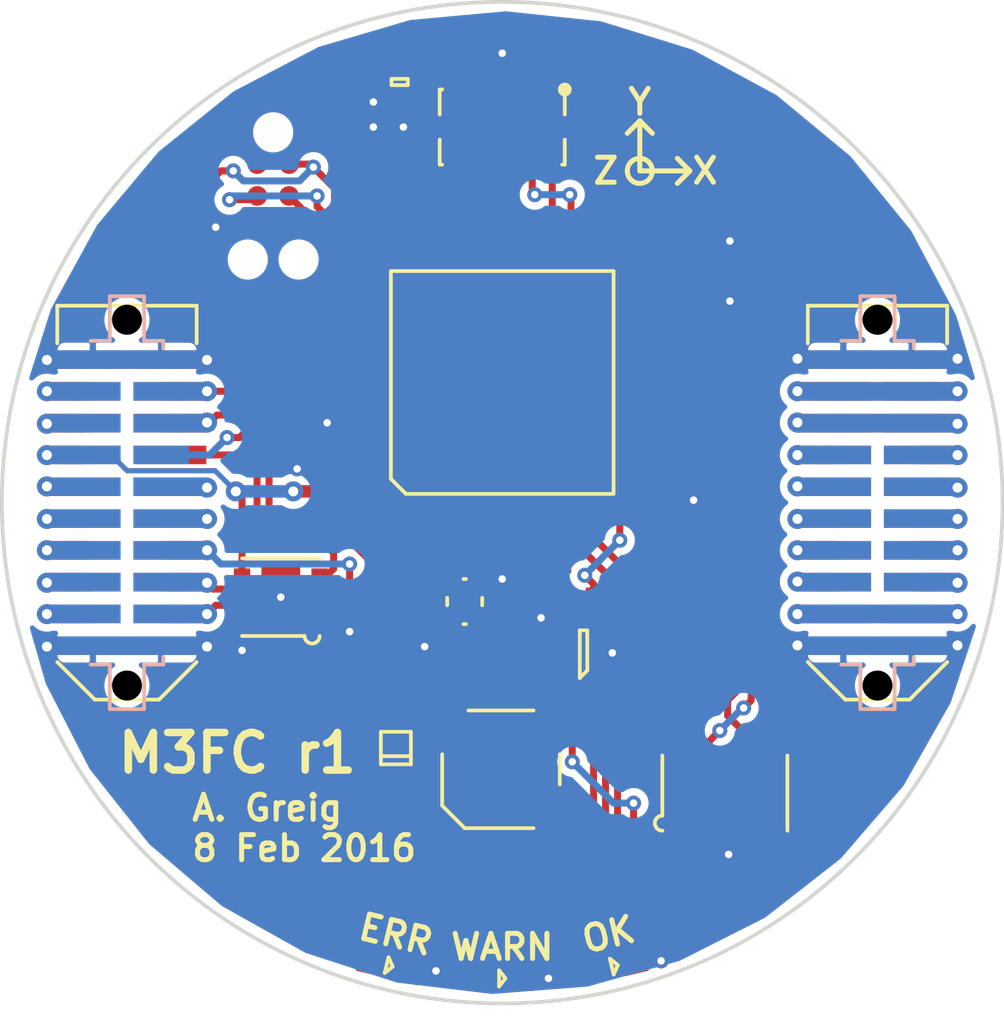
<source format=kicad_pcb>
(kicad_pcb (version 4) (host pcbnew 0.201601071449+6428~40~ubuntu14.04.1-stable)

  (general
    (links 151)
    (no_connects 0)
    (area 79.924999 79.924999 120.075001 120.075001)
    (thickness 1.6)
    (drawings 16)
    (tracks 606)
    (zones 0)
    (modules 37)
    (nets 58)
  )

  (page A4)
  (layers
    (0 F.Cu signal)
    (31 B.Cu signal)
    (32 B.Adhes user hide)
    (33 F.Adhes user hide)
    (34 B.Paste user hide)
    (35 F.Paste user hide)
    (36 B.SilkS user hide)
    (37 F.SilkS user)
    (38 B.Mask user hide)
    (39 F.Mask user hide)
    (40 Dwgs.User user hide)
    (41 Cmts.User user hide)
    (42 Eco1.User user hide)
    (43 Eco2.User user hide)
    (44 Edge.Cuts user)
    (45 Margin user hide)
    (46 B.CrtYd user hide)
    (47 F.CrtYd user)
    (48 B.Fab user hide)
    (49 F.Fab user)
  )

  (setup
    (last_trace_width 0.28)
    (user_trace_width 0.2)
    (user_trace_width 0.25)
    (user_trace_width 0.28)
    (user_trace_width 0.5)
    (user_trace_width 0.74)
    (user_trace_width 1)
    (user_trace_width 1.5)
    (user_trace_width 2)
    (trace_clearance 0.16)
    (zone_clearance 0.3)
    (zone_45_only no)
    (trace_min 0.2)
    (segment_width 0.2)
    (edge_width 0.15)
    (via_size 0.6)
    (via_drill 0.4)
    (via_min_size 0.6)
    (via_min_drill 0.3)
    (user_via 0.6 0.3)
    (user_via 0.8 0.4)
    (uvia_size 0.3)
    (uvia_drill 0.1)
    (uvias_allowed no)
    (uvia_min_size 0.2)
    (uvia_min_drill 0.1)
    (pcb_text_width 0.3)
    (pcb_text_size 1.5 1.5)
    (mod_edge_width 0.15)
    (mod_text_size 1 1)
    (mod_text_width 0.15)
    (pad_size 1.524 1.524)
    (pad_drill 0.762)
    (pad_to_mask_clearance 0)
    (aux_axis_origin 0 0)
    (visible_elements FFFFFF1F)
    (pcbplotparams
      (layerselection 0x010f0_ffffffff)
      (usegerberextensions true)
      (excludeedgelayer true)
      (linewidth 0.100000)
      (plotframeref false)
      (viasonmask false)
      (mode 1)
      (useauxorigin false)
      (hpglpennumber 1)
      (hpglpenspeed 20)
      (hpglpendiameter 15)
      (hpglpenoverlay 2)
      (psnegative false)
      (psa4output false)
      (plotreference false)
      (plotvalue false)
      (plotinvisibletext false)
      (padsonsilk false)
      (subtractmaskfromsilk true)
      (outputformat 1)
      (mirror false)
      (drillshape 0)
      (scaleselection 1)
      (outputdirectory gerbers/))
  )

  (net 0 "")
  (net 1 /5v_CAN)
  (net 2 GND)
  (net 3 3v3)
  (net 4 "Net-(C11-Pad1)")
  (net 5 "Net-(D1-Pad2)")
  (net 6 "Net-(D2-Pad2)")
  (net 7 "Net-(D3-Pad2)")
  (net 8 /CAN-)
  (net 9 /CAN+)
  (net 10 /~RST)
  (net 11 /JTMS)
  (net 12 /JTCK)
  (net 13 /JTDI)
  (net 14 /JTDO)
  (net 15 "Net-(Q1-Pad1)")
  (net 16 /PYRO_SO)
  (net 17 /PYRO_SI)
  (net 18 /5v_RADIO)
  (net 19 /PYRO1)
  (net 20 /5v_IMU)
  (net 21 /PYRO2)
  (net 22 /5v_AUX1)
  (net 23 /PYRO3)
  (net 24 /5v_AUX2)
  (net 25 /PYRO4)
  (net 26 /5v_CAM)
  (net 27 /PWR)
  (net 28 /CHARGE)
  (net 29 /3v3_DL)
  (net 30 /3v3_PYRO)
  (net 31 /3v3_RADIO)
  (net 32 /JTDR)
  (net 33 /3v3_IMU)
  (net 34 "Net-(C1-Pad2)")
  (net 35 "Net-(C6-Pad1)")
  (net 36 "Net-(C10-Pad1)")
  (net 37 /RSVD1)
  (net 38 /3v3_AUX1)
  (net 39 /3v3_AUX2)
  (net 40 /RSVD2)
  (net 41 "Net-(IC1-Pad6)")
  (net 42 "Net-(D4-Pad2)")
  (net 43 /LED_RED)
  (net 44 /LED_YLW)
  (net 45 /LED_GRN)
  (net 46 /ACCEL_CS)
  (net 47 /ACCEL_SCLK)
  (net 48 /ACCEL_SDO)
  (net 49 /ACCEL_SDI)
  (net 50 /ACCEL_INT)
  (net 51 /BEEPER)
  (net 52 /BARO_CS)
  (net 53 /BARO_SCLK)
  (net 54 /BARO_SDO)
  (net 55 /BARO_SDI)
  (net 56 /CAN_RXD)
  (net 57 /CAN_TXD)

  (net_class Default "This is the default net class."
    (clearance 0.16)
    (trace_width 0.2)
    (via_dia 0.6)
    (via_drill 0.4)
    (uvia_dia 0.3)
    (uvia_drill 0.1)
    (add_net /3v3_AUX1)
    (add_net /3v3_AUX2)
    (add_net /3v3_DL)
    (add_net /3v3_IMU)
    (add_net /3v3_PYRO)
    (add_net /3v3_RADIO)
    (add_net /5v_AUX1)
    (add_net /5v_AUX2)
    (add_net /5v_CAM)
    (add_net /5v_CAN)
    (add_net /5v_IMU)
    (add_net /5v_RADIO)
    (add_net /ACCEL_CS)
    (add_net /ACCEL_INT)
    (add_net /ACCEL_SCLK)
    (add_net /ACCEL_SDI)
    (add_net /ACCEL_SDO)
    (add_net /BARO_CS)
    (add_net /BARO_SCLK)
    (add_net /BARO_SDI)
    (add_net /BARO_SDO)
    (add_net /BEEPER)
    (add_net /CAN+)
    (add_net /CAN-)
    (add_net /CAN_RXD)
    (add_net /CAN_TXD)
    (add_net /CHARGE)
    (add_net /JTCK)
    (add_net /JTDI)
    (add_net /JTDO)
    (add_net /JTDR)
    (add_net /JTMS)
    (add_net /LED_GRN)
    (add_net /LED_RED)
    (add_net /LED_YLW)
    (add_net /PWR)
    (add_net /PYRO1)
    (add_net /PYRO2)
    (add_net /PYRO3)
    (add_net /PYRO4)
    (add_net /PYRO_SI)
    (add_net /PYRO_SO)
    (add_net /RSVD1)
    (add_net /RSVD2)
    (add_net /~RST)
    (add_net 3v3)
    (add_net GND)
    (add_net "Net-(C1-Pad2)")
    (add_net "Net-(C10-Pad1)")
    (add_net "Net-(C11-Pad1)")
    (add_net "Net-(C6-Pad1)")
    (add_net "Net-(D1-Pad2)")
    (add_net "Net-(D2-Pad2)")
    (add_net "Net-(D3-Pad2)")
    (add_net "Net-(D4-Pad2)")
    (add_net "Net-(IC1-Pad6)")
    (add_net "Net-(Q1-Pad1)")
  )

  (module agg:0402 (layer F.Cu) (tedit 56836635) (tstamp 56B18247)
    (at 93.9 103.8 270)
    (path /56B1A301)
    (fp_text reference C15 (at -1.71 0 360) (layer F.Fab)
      (effects (font (size 1 1) (thickness 0.15)))
    )
    (fp_text value 100n (at 1.71 0 360) (layer F.Fab)
      (effects (font (size 1 1) (thickness 0.15)))
    )
    (fp_line (start -0.5 -0.25) (end 0.5 -0.25) (layer F.Fab) (width 0.01))
    (fp_line (start 0.5 -0.25) (end 0.5 0.25) (layer F.Fab) (width 0.01))
    (fp_line (start 0.5 0.25) (end -0.5 0.25) (layer F.Fab) (width 0.01))
    (fp_line (start -0.5 0.25) (end -0.5 -0.25) (layer F.Fab) (width 0.01))
    (fp_line (start -0.2 -0.25) (end -0.2 0.25) (layer F.Fab) (width 0.01))
    (fp_line (start 0.2 -0.25) (end 0.2 0.25) (layer F.Fab) (width 0.01))
    (fp_line (start -1.05 -0.6) (end 1.05 -0.6) (layer F.CrtYd) (width 0.01))
    (fp_line (start 1.05 -0.6) (end 1.05 0.6) (layer F.CrtYd) (width 0.01))
    (fp_line (start 1.05 0.6) (end -1.05 0.6) (layer F.CrtYd) (width 0.01))
    (fp_line (start -1.05 0.6) (end -1.05 -0.6) (layer F.CrtYd) (width 0.01))
    (pad 1 smd rect (at -0.45 0 270) (size 0.62 0.62) (layers F.Cu F.Paste F.Mask)
      (net 1 /5v_CAN))
    (pad 2 smd rect (at 0.45 0 270) (size 0.62 0.62) (layers F.Cu F.Paste F.Mask)
      (net 2 GND))
  )

  (module agg:0603 (layer F.Cu) (tedit 56836635) (tstamp 56B1825B)
    (at 95.9 83.2 270)
    (path /56B267D1)
    (fp_text reference C13 (at -2.225 0 360) (layer F.Fab)
      (effects (font (size 1 1) (thickness 0.15)))
    )
    (fp_text value 10µ (at 2.225 0 360) (layer F.Fab)
      (effects (font (size 1 1) (thickness 0.15)))
    )
    (fp_line (start -0.8 -0.4) (end 0.8 -0.4) (layer F.Fab) (width 0.01))
    (fp_line (start 0.8 -0.4) (end 0.8 0.4) (layer F.Fab) (width 0.01))
    (fp_line (start 0.8 0.4) (end -0.8 0.4) (layer F.Fab) (width 0.01))
    (fp_line (start -0.8 0.4) (end -0.8 -0.4) (layer F.Fab) (width 0.01))
    (fp_line (start -0.45 -0.4) (end -0.45 0.4) (layer F.Fab) (width 0.01))
    (fp_line (start 0.45 -0.4) (end 0.45 0.4) (layer F.Fab) (width 0.01))
    (fp_line (start -0.125 -0.325) (end 0.125 -0.325) (layer F.SilkS) (width 0.15))
    (fp_line (start 0.125 -0.325) (end 0.125 0.325) (layer F.SilkS) (width 0.15))
    (fp_line (start 0.125 0.325) (end -0.125 0.325) (layer F.SilkS) (width 0.15))
    (fp_line (start -0.125 0.325) (end -0.125 -0.325) (layer F.SilkS) (width 0.15))
    (fp_line (start -1.55 -0.75) (end 1.55 -0.75) (layer F.CrtYd) (width 0.01))
    (fp_line (start 1.55 -0.75) (end 1.55 0.75) (layer F.CrtYd) (width 0.01))
    (fp_line (start 1.55 0.75) (end -1.55 0.75) (layer F.CrtYd) (width 0.01))
    (fp_line (start -1.55 0.75) (end -1.55 -0.75) (layer F.CrtYd) (width 0.01))
    (pad 1 smd rect (at -0.8 0 270) (size 0.95 1) (layers F.Cu F.Paste F.Mask)
      (net 3 3v3))
    (pad 2 smd rect (at 0.8 0 270) (size 0.95 1) (layers F.Cu F.Paste F.Mask)
      (net 2 GND))
  )

  (module agg:0402 (layer F.Cu) (tedit 56836635) (tstamp 56B1826B)
    (at 98.4 82.05)
    (path /56B1ABE7)
    (fp_text reference C14 (at -1.71 0 90) (layer F.Fab)
      (effects (font (size 1 1) (thickness 0.15)))
    )
    (fp_text value 100n (at 1.71 0 90) (layer F.Fab)
      (effects (font (size 1 1) (thickness 0.15)))
    )
    (fp_line (start -0.5 -0.25) (end 0.5 -0.25) (layer F.Fab) (width 0.01))
    (fp_line (start 0.5 -0.25) (end 0.5 0.25) (layer F.Fab) (width 0.01))
    (fp_line (start 0.5 0.25) (end -0.5 0.25) (layer F.Fab) (width 0.01))
    (fp_line (start -0.5 0.25) (end -0.5 -0.25) (layer F.Fab) (width 0.01))
    (fp_line (start -0.2 -0.25) (end -0.2 0.25) (layer F.Fab) (width 0.01))
    (fp_line (start 0.2 -0.25) (end 0.2 0.25) (layer F.Fab) (width 0.01))
    (fp_line (start -1.05 -0.6) (end 1.05 -0.6) (layer F.CrtYd) (width 0.01))
    (fp_line (start 1.05 -0.6) (end 1.05 0.6) (layer F.CrtYd) (width 0.01))
    (fp_line (start 1.05 0.6) (end -1.05 0.6) (layer F.CrtYd) (width 0.01))
    (fp_line (start -1.05 0.6) (end -1.05 -0.6) (layer F.CrtYd) (width 0.01))
    (pad 1 smd rect (at -0.45 0) (size 0.62 0.62) (layers F.Cu F.Paste F.Mask)
      (net 3 3v3))
    (pad 2 smd rect (at 0.45 0) (size 0.62 0.62) (layers F.Cu F.Paste F.Mask)
      (net 2 GND))
  )

  (module agg:0402 (layer F.Cu) (tedit 56836635) (tstamp 56B1827B)
    (at 101.6 82.05 180)
    (path /56B26EAA)
    (fp_text reference C16 (at -1.71 0 270) (layer F.Fab)
      (effects (font (size 1 1) (thickness 0.15)))
    )
    (fp_text value 100n (at 1.71 0 270) (layer F.Fab)
      (effects (font (size 1 1) (thickness 0.15)))
    )
    (fp_line (start -0.5 -0.25) (end 0.5 -0.25) (layer F.Fab) (width 0.01))
    (fp_line (start 0.5 -0.25) (end 0.5 0.25) (layer F.Fab) (width 0.01))
    (fp_line (start 0.5 0.25) (end -0.5 0.25) (layer F.Fab) (width 0.01))
    (fp_line (start -0.5 0.25) (end -0.5 -0.25) (layer F.Fab) (width 0.01))
    (fp_line (start -0.2 -0.25) (end -0.2 0.25) (layer F.Fab) (width 0.01))
    (fp_line (start 0.2 -0.25) (end 0.2 0.25) (layer F.Fab) (width 0.01))
    (fp_line (start -1.05 -0.6) (end 1.05 -0.6) (layer F.CrtYd) (width 0.01))
    (fp_line (start 1.05 -0.6) (end 1.05 0.6) (layer F.CrtYd) (width 0.01))
    (fp_line (start 1.05 0.6) (end -1.05 0.6) (layer F.CrtYd) (width 0.01))
    (fp_line (start -1.05 0.6) (end -1.05 -0.6) (layer F.CrtYd) (width 0.01))
    (pad 1 smd rect (at -0.45 0 180) (size 0.62 0.62) (layers F.Cu F.Paste F.Mask)
      (net 3 3v3))
    (pad 2 smd rect (at 0.45 0 180) (size 0.62 0.62) (layers F.Cu F.Paste F.Mask)
      (net 2 GND))
  )

  (module agg:0402 (layer F.Cu) (tedit 56836635) (tstamp 56B1829B)
    (at 107.7 114.1)
    (path /56B1C171)
    (fp_text reference C17 (at -1.71 0 90) (layer F.Fab)
      (effects (font (size 1 1) (thickness 0.15)))
    )
    (fp_text value 100n (at 1.71 0 90) (layer F.Fab)
      (effects (font (size 1 1) (thickness 0.15)))
    )
    (fp_line (start -0.5 -0.25) (end 0.5 -0.25) (layer F.Fab) (width 0.01))
    (fp_line (start 0.5 -0.25) (end 0.5 0.25) (layer F.Fab) (width 0.01))
    (fp_line (start 0.5 0.25) (end -0.5 0.25) (layer F.Fab) (width 0.01))
    (fp_line (start -0.5 0.25) (end -0.5 -0.25) (layer F.Fab) (width 0.01))
    (fp_line (start -0.2 -0.25) (end -0.2 0.25) (layer F.Fab) (width 0.01))
    (fp_line (start 0.2 -0.25) (end 0.2 0.25) (layer F.Fab) (width 0.01))
    (fp_line (start -1.05 -0.6) (end 1.05 -0.6) (layer F.CrtYd) (width 0.01))
    (fp_line (start 1.05 -0.6) (end 1.05 0.6) (layer F.CrtYd) (width 0.01))
    (fp_line (start 1.05 0.6) (end -1.05 0.6) (layer F.CrtYd) (width 0.01))
    (fp_line (start -1.05 0.6) (end -1.05 -0.6) (layer F.CrtYd) (width 0.01))
    (pad 1 smd rect (at -0.45 0) (size 0.62 0.62) (layers F.Cu F.Paste F.Mask)
      (net 3 3v3))
    (pad 2 smd rect (at 0.45 0) (size 0.62 0.62) (layers F.Cu F.Paste F.Mask)
      (net 2 GND))
  )

  (module agg:0603-LED (layer F.Cu) (tedit 568457C2) (tstamp 56B18347)
    (at 95.5 118.5 166.5)
    (path /56B240FF)
    (fp_text reference D1 (at -2.225 0 256.5) (layer F.Fab)
      (effects (font (size 1 1) (thickness 0.15)))
    )
    (fp_text value RED (at 2.225 0 256.5) (layer F.Fab)
      (effects (font (size 1 1) (thickness 0.15)))
    )
    (fp_line (start -0.8 -0.4) (end 0.8 -0.4) (layer F.Fab) (width 0.01))
    (fp_line (start 0.8 -0.4) (end 0.8 0.4) (layer F.Fab) (width 0.01))
    (fp_line (start 0.8 0.4) (end -0.8 0.4) (layer F.Fab) (width 0.01))
    (fp_line (start -0.8 0.4) (end -0.8 -0.4) (layer F.Fab) (width 0.01))
    (fp_line (start -0.4 -0.4) (end -0.4 0.4) (layer F.Fab) (width 0.01))
    (fp_line (start -0.55 -0.4) (end -0.55 0.4) (layer F.Fab) (width 0.01))
    (fp_line (start 0.55 -0.4) (end 0.55 0.4) (layer F.Fab) (width 0.01))
    (fp_line (start -0.125 0) (end 0.125 -0.325) (layer F.SilkS) (width 0.15))
    (fp_line (start -0.125 0) (end 0.125 0.325) (layer F.SilkS) (width 0.15))
    (fp_line (start 0.125 -0.325) (end 0.125 0.325) (layer F.SilkS) (width 0.15))
    (fp_line (start -1.55 -0.75) (end 1.55 -0.75) (layer F.CrtYd) (width 0.01))
    (fp_line (start 1.55 -0.75) (end 1.55 0.75) (layer F.CrtYd) (width 0.01))
    (fp_line (start 1.55 0.75) (end -1.55 0.75) (layer F.CrtYd) (width 0.01))
    (fp_line (start -1.55 0.75) (end -1.55 -0.75) (layer F.CrtYd) (width 0.01))
    (pad 1 smd rect (at -0.8 0 166.5) (size 0.95 1) (layers F.Cu F.Paste F.Mask)
      (net 2 GND))
    (pad 2 smd rect (at 0.8 0 166.5) (size 0.95 1) (layers F.Cu F.Paste F.Mask)
      (net 5 "Net-(D1-Pad2)"))
  )

  (module agg:0603-LED (layer F.Cu) (tedit 568457C2) (tstamp 56B1835B)
    (at 100 119 180)
    (path /56B24897)
    (fp_text reference D2 (at -2.225 0 270) (layer F.Fab)
      (effects (font (size 1 1) (thickness 0.15)))
    )
    (fp_text value YLW (at 2.225 0 270) (layer F.Fab)
      (effects (font (size 1 1) (thickness 0.15)))
    )
    (fp_line (start -0.8 -0.4) (end 0.8 -0.4) (layer F.Fab) (width 0.01))
    (fp_line (start 0.8 -0.4) (end 0.8 0.4) (layer F.Fab) (width 0.01))
    (fp_line (start 0.8 0.4) (end -0.8 0.4) (layer F.Fab) (width 0.01))
    (fp_line (start -0.8 0.4) (end -0.8 -0.4) (layer F.Fab) (width 0.01))
    (fp_line (start -0.4 -0.4) (end -0.4 0.4) (layer F.Fab) (width 0.01))
    (fp_line (start -0.55 -0.4) (end -0.55 0.4) (layer F.Fab) (width 0.01))
    (fp_line (start 0.55 -0.4) (end 0.55 0.4) (layer F.Fab) (width 0.01))
    (fp_line (start -0.125 0) (end 0.125 -0.325) (layer F.SilkS) (width 0.15))
    (fp_line (start -0.125 0) (end 0.125 0.325) (layer F.SilkS) (width 0.15))
    (fp_line (start 0.125 -0.325) (end 0.125 0.325) (layer F.SilkS) (width 0.15))
    (fp_line (start -1.55 -0.75) (end 1.55 -0.75) (layer F.CrtYd) (width 0.01))
    (fp_line (start 1.55 -0.75) (end 1.55 0.75) (layer F.CrtYd) (width 0.01))
    (fp_line (start 1.55 0.75) (end -1.55 0.75) (layer F.CrtYd) (width 0.01))
    (fp_line (start -1.55 0.75) (end -1.55 -0.75) (layer F.CrtYd) (width 0.01))
    (pad 1 smd rect (at -0.8 0 180) (size 0.95 1) (layers F.Cu F.Paste F.Mask)
      (net 2 GND))
    (pad 2 smd rect (at 0.8 0 180) (size 0.95 1) (layers F.Cu F.Paste F.Mask)
      (net 6 "Net-(D2-Pad2)"))
  )

  (module agg:0603-LED (layer F.Cu) (tedit 568457C2) (tstamp 56B1836F)
    (at 104.5 118.5 193.5)
    (path /56B24913)
    (fp_text reference D3 (at -2.225 0 283.5) (layer F.Fab)
      (effects (font (size 1 1) (thickness 0.15)))
    )
    (fp_text value GRN (at 2.225 0 283.5) (layer F.Fab)
      (effects (font (size 1 1) (thickness 0.15)))
    )
    (fp_line (start -0.8 -0.4) (end 0.8 -0.4) (layer F.Fab) (width 0.01))
    (fp_line (start 0.8 -0.4) (end 0.8 0.4) (layer F.Fab) (width 0.01))
    (fp_line (start 0.8 0.4) (end -0.8 0.4) (layer F.Fab) (width 0.01))
    (fp_line (start -0.8 0.4) (end -0.8 -0.4) (layer F.Fab) (width 0.01))
    (fp_line (start -0.4 -0.4) (end -0.4 0.4) (layer F.Fab) (width 0.01))
    (fp_line (start -0.55 -0.4) (end -0.55 0.4) (layer F.Fab) (width 0.01))
    (fp_line (start 0.55 -0.4) (end 0.55 0.4) (layer F.Fab) (width 0.01))
    (fp_line (start -0.125 0) (end 0.125 -0.325) (layer F.SilkS) (width 0.15))
    (fp_line (start -0.125 0) (end 0.125 0.325) (layer F.SilkS) (width 0.15))
    (fp_line (start 0.125 -0.325) (end 0.125 0.325) (layer F.SilkS) (width 0.15))
    (fp_line (start -1.55 -0.75) (end 1.55 -0.75) (layer F.CrtYd) (width 0.01))
    (fp_line (start 1.55 -0.75) (end 1.55 0.75) (layer F.CrtYd) (width 0.01))
    (fp_line (start 1.55 0.75) (end -1.55 0.75) (layer F.CrtYd) (width 0.01))
    (fp_line (start -1.55 0.75) (end -1.55 -0.75) (layer F.CrtYd) (width 0.01))
    (pad 1 smd rect (at -0.8 0 193.5) (size 0.95 1) (layers F.Cu F.Paste F.Mask)
      (net 2 GND))
    (pad 2 smd rect (at 0.8 0 193.5) (size 0.95 1) (layers F.Cu F.Paste F.Mask)
      (net 7 "Net-(D3-Pad2)"))
  )

  (module agg:DFN-8-EP-MICROCHIP (layer F.Cu) (tedit 56B170E7) (tstamp 56B183A4)
    (at 91.15 103.775 180)
    (path /56B17270)
    (fp_text reference IC3 (at 0 -2.5 180) (layer F.Fab)
      (effects (font (size 1 1) (thickness 0.15)))
    )
    (fp_text value MCP2562 (at 0 2.5 180) (layer F.Fab)
      (effects (font (size 1 1) (thickness 0.15)))
    )
    (fp_line (start -1.55 -1.55) (end 1.55 -1.55) (layer F.Fab) (width 0.01))
    (fp_line (start 1.55 -1.55) (end 1.55 1.55) (layer F.Fab) (width 0.01))
    (fp_line (start 1.55 1.55) (end -1.55 1.55) (layer F.Fab) (width 0.01))
    (fp_line (start -1.55 1.55) (end -1.55 -1.55) (layer F.Fab) (width 0.01))
    (fp_circle (center -0.75 -0.75) (end -0.75 -0.35) (layer F.Fab) (width 0.01))
    (fp_line (start -1.25 -1.125) (end -1.55 -1.125) (layer F.Fab) (width 0.01))
    (fp_line (start -1.55 -0.825) (end -1.25 -0.825) (layer F.Fab) (width 0.01))
    (fp_line (start -1.25 -0.825) (end -1.25 -1.125) (layer F.Fab) (width 0.01))
    (fp_line (start -1.25 -0.475) (end -1.55 -0.475) (layer F.Fab) (width 0.01))
    (fp_line (start -1.55 -0.175) (end -1.25 -0.175) (layer F.Fab) (width 0.01))
    (fp_line (start -1.25 -0.175) (end -1.25 -0.475) (layer F.Fab) (width 0.01))
    (fp_line (start -1.25 0.175) (end -1.55 0.175) (layer F.Fab) (width 0.01))
    (fp_line (start -1.55 0.475) (end -1.25 0.475) (layer F.Fab) (width 0.01))
    (fp_line (start -1.25 0.475) (end -1.25 0.175) (layer F.Fab) (width 0.01))
    (fp_line (start -1.25 0.825) (end -1.55 0.825) (layer F.Fab) (width 0.01))
    (fp_line (start -1.55 1.125) (end -1.25 1.125) (layer F.Fab) (width 0.01))
    (fp_line (start -1.25 1.125) (end -1.25 0.825) (layer F.Fab) (width 0.01))
    (fp_line (start 1.55 0.825) (end 1.25 0.825) (layer F.Fab) (width 0.01))
    (fp_line (start 1.25 0.825) (end 1.25 1.125) (layer F.Fab) (width 0.01))
    (fp_line (start 1.25 1.125) (end 1.55 1.125) (layer F.Fab) (width 0.01))
    (fp_line (start 1.55 0.175) (end 1.25 0.175) (layer F.Fab) (width 0.01))
    (fp_line (start 1.25 0.175) (end 1.25 0.475) (layer F.Fab) (width 0.01))
    (fp_line (start 1.25 0.475) (end 1.55 0.475) (layer F.Fab) (width 0.01))
    (fp_line (start 1.55 -0.475) (end 1.25 -0.475) (layer F.Fab) (width 0.01))
    (fp_line (start 1.25 -0.475) (end 1.25 -0.175) (layer F.Fab) (width 0.01))
    (fp_line (start 1.25 -0.175) (end 1.55 -0.175) (layer F.Fab) (width 0.01))
    (fp_line (start 1.55 -1.125) (end 1.25 -1.125) (layer F.Fab) (width 0.01))
    (fp_line (start 1.25 -1.125) (end 1.25 -0.825) (layer F.Fab) (width 0.01))
    (fp_line (start 1.25 -0.825) (end 1.55 -0.825) (layer F.Fab) (width 0.01))
    (fp_line (start -0.95 -1.55) (end 1.55 -1.55) (layer F.SilkS) (width 0.15))
    (fp_line (start -1.55 1.55) (end 1.55 1.55) (layer F.SilkS) (width 0.15))
    (fp_arc (start -1.25 -1.55) (end -1.55 -1.55) (angle 180) (layer F.SilkS) (width 0.15))
    (fp_line (start -2.15 -1.8) (end 2.15 -1.8) (layer F.CrtYd) (width 0.01))
    (fp_line (start 2.15 -1.8) (end 2.15 1.8) (layer F.CrtYd) (width 0.01))
    (fp_line (start 2.15 1.8) (end -2.15 1.8) (layer F.CrtYd) (width 0.01))
    (fp_line (start -2.15 1.8) (end -2.15 -1.8) (layer F.CrtYd) (width 0.01))
    (pad 1 smd rect (at -1.55 -0.975 180) (size 0.65 0.35) (layers F.Cu F.Paste F.Mask)
      (net 57 /CAN_TXD))
    (pad 2 smd rect (at -1.55 -0.325 180) (size 0.65 0.35) (layers F.Cu F.Paste F.Mask)
      (net 2 GND))
    (pad 3 smd rect (at -1.55 0.325 180) (size 0.65 0.35) (layers F.Cu F.Paste F.Mask)
      (net 1 /5v_CAN))
    (pad 4 smd rect (at -1.55 0.975 180) (size 0.65 0.35) (layers F.Cu F.Paste F.Mask)
      (net 56 /CAN_RXD))
    (pad 5 smd rect (at 1.55 0.975 180) (size 0.65 0.35) (layers F.Cu F.Paste F.Mask)
      (net 3 3v3))
    (pad 6 smd rect (at 1.55 0.325 180) (size 0.65 0.35) (layers F.Cu F.Paste F.Mask)
      (net 8 /CAN-))
    (pad 7 smd rect (at 1.55 -0.325 180) (size 0.65 0.35) (layers F.Cu F.Paste F.Mask)
      (net 9 /CAN+))
    (pad 8 smd rect (at 1.55 -0.975 180) (size 0.65 0.35) (layers F.Cu F.Paste F.Mask)
      (net 2 GND))
    (pad EP smd rect (at 0 -0.6 180) (size 0.8 0.8) (layers F.Cu F.Mask)
      (net 2 GND) (solder_mask_margin 0.001))
    (pad EP smd rect (at 0 0.6 180) (size 0.8 0.8) (layers F.Cu F.Mask)
      (net 2 GND) (solder_mask_margin 0.001))
    (pad EP smd rect (at 0 -0.6 180) (size 0.8 0.8) (layers F.Cu F.Paste)
      (net 2 GND) (solder_paste_margin 0.001))
    (pad EP smd rect (at 0 0.6 180) (size 0.8 0.8) (layers F.Cu F.Paste)
      (net 2 GND) (solder_paste_margin 0.001))
    (pad EP smd rect (at 0 0 180) (size 1.55 2.4) (layers F.Cu)
      (net 2 GND))
  )

  (module agg:ADXL3x5 (layer F.Cu) (tedit 568EFC15) (tstamp 56B183C4)
    (at 100 85 270)
    (path /56B16B01)
    (fp_text reference IC4 (at 0 -3.95 270) (layer F.Fab)
      (effects (font (size 1 1) (thickness 0.15)))
    )
    (fp_text value ADXL345 (at 0 4.05 270) (layer F.Fab)
      (effects (font (size 1 1) (thickness 0.15)))
    )
    (fp_line (start -2.35 -3.35) (end 2.35 -3.35) (layer F.CrtYd) (width 0.01))
    (fp_line (start -2.35 3.35) (end -2.35 -3.35) (layer F.CrtYd) (width 0.01))
    (fp_line (start 2.35 3.35) (end -2.35 3.35) (layer F.CrtYd) (width 0.01))
    (fp_line (start 2.35 -3.35) (end 2.35 3.35) (layer F.CrtYd) (width 0.01))
    (fp_circle (center -1.5 -2.5) (end -1.5 -2.7) (layer F.SilkS) (width 0.15))
    (fp_circle (center -1.5 -2.5) (end -1.5 -2.6) (layer F.SilkS) (width 0.15))
    (fp_line (start -1.5 -2.5) (end -1.5 -2.4) (layer F.SilkS) (width 0.15))
    (fp_line (start -1.5 2.5) (end -1.5 2.4) (layer F.SilkS) (width 0.15))
    (fp_line (start 1.5 2.5) (end 1.5 2.4) (layer F.SilkS) (width 0.15))
    (fp_line (start 1.5 -2.5) (end 1.5 -2.4) (layer F.SilkS) (width 0.15))
    (fp_line (start 0.5 2.5) (end 1.5 2.5) (layer F.SilkS) (width 0.15))
    (fp_line (start -1.5 2.5) (end -0.5 2.5) (layer F.SilkS) (width 0.15))
    (fp_line (start 0.5 -2.5) (end 1.5 -2.5) (layer F.SilkS) (width 0.15))
    (fp_line (start -1.5 -2.5) (end -0.5 -2.5) (layer F.SilkS) (width 0.15))
    (pad 1 smd rect (at -1.1 -2 270) (size 1.545 0.55) (drill (offset -0.2 0)) (layers F.Cu F.Paste F.Mask)
      (net 3 3v3))
    (pad 2 smd rect (at -1.1 -1.2 270) (size 1.545 0.55) (drill (offset -0.2 0)) (layers F.Cu F.Paste F.Mask)
      (net 2 GND))
    (pad 3 smd rect (at -1.1 -0.4 270) (size 1.545 0.55) (drill (offset -0.2 0)) (layers F.Cu F.Paste F.Mask))
    (pad 4 smd rect (at -1.1 0.4 270) (size 1.545 0.55) (drill (offset -0.2 0)) (layers F.Cu F.Paste F.Mask)
      (net 2 GND))
    (pad 5 smd rect (at -1.1 1.2 270) (size 1.545 0.55) (drill (offset -0.2 0)) (layers F.Cu F.Paste F.Mask)
      (net 2 GND))
    (pad 6 smd rect (at -1.1 2 270) (size 1.545 0.55) (drill (offset -0.2 0)) (layers F.Cu F.Paste F.Mask)
      (net 3 3v3))
    (pad 8 smd rect (at 1.095 2 270) (size 1.545 0.55) (drill (offset 0.2 0)) (layers F.Cu F.Paste F.Mask)
      (net 50 /ACCEL_INT))
    (pad 9 smd rect (at 1.095 1.2 270) (size 1.545 0.55) (drill (offset 0.2 0)) (layers F.Cu F.Paste F.Mask))
    (pad 10 smd rect (at 1.095 0.4 270) (size 1.545 0.55) (drill (offset 0.2 0)) (layers F.Cu F.Paste F.Mask))
    (pad 11 smd rect (at 1.095 -0.4 270) (size 1.545 0.55) (drill (offset 0.2 0)) (layers F.Cu F.Paste F.Mask))
    (pad 12 smd rect (at 1.095 -1.2 270) (size 1.545 0.55) (drill (offset 0.2 0)) (layers F.Cu F.Paste F.Mask)
      (net 48 /ACCEL_SDO))
    (pad 13 smd rect (at 1.095 -2 270) (size 1.545 0.55) (drill (offset 0.2 0)) (layers F.Cu F.Paste F.Mask)
      (net 49 /ACCEL_SDI))
    (pad 14 smd rect (at 0 -2.0975 270) (size 0.55 1.545) (drill (offset 0 -0.2)) (layers F.Cu F.Paste F.Mask)
      (net 47 /ACCEL_SCLK))
    (pad 7 smd rect (at 0 2.0975 270) (size 0.55 1.545) (drill (offset 0 0.2)) (layers F.Cu F.Paste F.Mask)
      (net 46 /ACCEL_CS))
  )

  (module agg:MS5611 (layer F.Cu) (tedit 5680E165) (tstamp 56B183F4)
    (at 108.9 111.6 90)
    (path /56B16A6A)
    (fp_text reference IC2 (at 0 -3.45 90) (layer F.Fab)
      (effects (font (size 1 1) (thickness 0.15)))
    )
    (fp_text value MS5611-01BA03 (at 0 3.45 90) (layer F.Fab)
      (effects (font (size 1 1) (thickness 0.15)))
    )
    (fp_line (start -1.5 -2.5) (end 1.5 -2.5) (layer F.Fab) (width 0.01))
    (fp_line (start 1.5 -2.5) (end 1.5 2.5) (layer F.Fab) (width 0.01))
    (fp_line (start 1.5 2.5) (end -1.5 2.5) (layer F.Fab) (width 0.01))
    (fp_line (start -1.5 2.5) (end -1.5 -2.5) (layer F.Fab) (width 0.01))
    (fp_circle (center -0.7 -1.7) (end -0.7 -1.3) (layer F.Fab) (width 0.01))
    (fp_line (start -0.6 -2.125) (end -1.5 -2.125) (layer F.Fab) (width 0.01))
    (fp_line (start -1.5 -1.625) (end -0.6 -1.625) (layer F.Fab) (width 0.01))
    (fp_line (start -0.6 -1.625) (end -0.6 -2.125) (layer F.Fab) (width 0.01))
    (fp_line (start -0.6 -0.875) (end -1.5 -0.875) (layer F.Fab) (width 0.01))
    (fp_line (start -1.5 -0.375) (end -0.6 -0.375) (layer F.Fab) (width 0.01))
    (fp_line (start -0.6 -0.375) (end -0.6 -0.875) (layer F.Fab) (width 0.01))
    (fp_line (start -0.6 0.375) (end -1.5 0.375) (layer F.Fab) (width 0.01))
    (fp_line (start -1.5 0.875) (end -0.6 0.875) (layer F.Fab) (width 0.01))
    (fp_line (start -0.6 0.875) (end -0.6 0.375) (layer F.Fab) (width 0.01))
    (fp_line (start -0.6 1.625) (end -1.5 1.625) (layer F.Fab) (width 0.01))
    (fp_line (start -1.5 2.125) (end -0.6 2.125) (layer F.Fab) (width 0.01))
    (fp_line (start -0.6 2.125) (end -0.6 1.625) (layer F.Fab) (width 0.01))
    (fp_line (start 1.5 1.625) (end 0.6 1.625) (layer F.Fab) (width 0.01))
    (fp_line (start 0.6 1.625) (end 0.6 2.125) (layer F.Fab) (width 0.01))
    (fp_line (start 0.6 2.125) (end 1.5 2.125) (layer F.Fab) (width 0.01))
    (fp_line (start 1.5 0.375) (end 0.6 0.375) (layer F.Fab) (width 0.01))
    (fp_line (start 0.6 0.375) (end 0.6 0.875) (layer F.Fab) (width 0.01))
    (fp_line (start 0.6 0.875) (end 1.5 0.875) (layer F.Fab) (width 0.01))
    (fp_line (start 1.5 -0.875) (end 0.6 -0.875) (layer F.Fab) (width 0.01))
    (fp_line (start 0.6 -0.875) (end 0.6 -0.375) (layer F.Fab) (width 0.01))
    (fp_line (start 0.6 -0.375) (end 1.5 -0.375) (layer F.Fab) (width 0.01))
    (fp_line (start 1.5 -2.125) (end 0.6 -2.125) (layer F.Fab) (width 0.01))
    (fp_line (start 0.6 -2.125) (end 0.6 -1.625) (layer F.Fab) (width 0.01))
    (fp_line (start 0.6 -1.625) (end 1.5 -1.625) (layer F.Fab) (width 0.01))
    (fp_line (start -0.9 -2.5) (end 1.5 -2.5) (layer F.SilkS) (width 0.15))
    (fp_line (start -1.5 2.5) (end 1.5 2.5) (layer F.SilkS) (width 0.15))
    (fp_arc (start -1.2 -2.5) (end -1.5 -2.5) (angle 180) (layer F.SilkS) (width 0.15))
    (fp_line (start -1.9 -2.75) (end 1.9 -2.75) (layer F.CrtYd) (width 0.01))
    (fp_line (start 1.9 -2.75) (end 1.9 2.75) (layer F.CrtYd) (width 0.01))
    (fp_line (start 1.9 2.75) (end -1.9 2.75) (layer F.CrtYd) (width 0.01))
    (fp_line (start -1.9 2.75) (end -1.9 -2.75) (layer F.CrtYd) (width 0.01))
    (pad 1 smd rect (at -1.1 -1.875 90) (size 1.1 0.6) (layers F.Cu F.Paste F.Mask)
      (net 3 3v3))
    (pad 2 smd rect (at -1.1 -0.625 90) (size 1.1 0.6) (layers F.Cu F.Paste F.Mask)
      (net 2 GND))
    (pad 3 smd rect (at -1.1 0.625 90) (size 1.1 0.6) (layers F.Cu F.Paste F.Mask)
      (net 2 GND))
    (pad 4 smd rect (at -1.1 1.875 90) (size 1.1 0.6) (layers F.Cu F.Paste F.Mask))
    (pad 5 smd rect (at 1.1 1.875 90) (size 1.1 0.6) (layers F.Cu F.Paste F.Mask)
      (net 52 /BARO_CS))
    (pad 6 smd rect (at 1.1 0.625 90) (size 1.1 0.6) (layers F.Cu F.Paste F.Mask)
      (net 54 /BARO_SDO))
    (pad 7 smd rect (at 1.1 -0.625 90) (size 1.1 0.6) (layers F.Cu F.Paste F.Mask)
      (net 55 /BARO_SDI))
    (pad 8 smd rect (at 1.1 -1.875 90) (size 1.1 0.6) (layers F.Cu F.Paste F.Mask)
      (net 53 /BARO_SCLK))
  )

  (module agg:TC2030-NL (layer F.Cu) (tedit 56848096) (tstamp 56B184EB)
    (at 90.85 87.75 270)
    (path /56B20913)
    (fp_text reference P1 (at 0 -2.6 270) (layer F.Fab)
      (effects (font (size 1 1) (thickness 0.15)))
    )
    (fp_text value SWD_TC (at 0 2.75 270) (layer F.Fab)
      (effects (font (size 1 1) (thickness 0.15)))
    )
    (fp_line (start -3.5 -2) (end 3.5 -2) (layer F.CrtYd) (width 0.01))
    (fp_line (start -3.5 2) (end -3.5 -2) (layer F.CrtYd) (width 0.01))
    (fp_line (start 3.5 2) (end -3.5 2) (layer F.CrtYd) (width 0.01))
    (fp_line (start 3.5 -2) (end 3.5 2) (layer F.CrtYd) (width 0.01))
    (pad 1 smd circle (at -1.27 0.64 270) (size 0.787 0.787) (layers F.Cu F.Mask)
      (net 3 3v3))
    (pad 2 smd circle (at -1.27 -0.63 270) (size 0.787 0.787) (layers F.Cu F.Mask)
      (net 11 /JTMS))
    (pad 3 smd circle (at 0 0.64 270) (size 0.787 0.787) (layers F.Cu F.Mask)
      (net 10 /~RST))
    (pad 4 smd circle (at 0 -0.63 270) (size 0.787 0.787) (layers F.Cu F.Mask)
      (net 12 /JTCK))
    (pad 5 smd circle (at 1.27 0.64 270) (size 0.787 0.787) (layers F.Cu F.Mask)
      (net 2 GND))
    (pad 6 smd circle (at 1.27 -0.63 270) (size 0.787 0.787) (layers F.Cu F.Mask))
    (pad "" np_thru_hole circle (at -2.54 0.005 270) (size 1 1) (drill 1) (layers *.Cu *.Mask F.SilkS))
    (pad "" np_thru_hole circle (at 2.54 1.021 270) (size 1 1) (drill 1) (layers *.Cu *.Mask F.SilkS))
    (pad "" np_thru_hole circle (at 2.54 -1.011 270) (size 1 1) (drill 1) (layers *.Cu *.Mask F.SilkS))
  )

  (module agg:SOT-23 (layer F.Cu) (tedit 56870086) (tstamp 56B18509)
    (at 103.25 106.05 180)
    (path /56B176B0)
    (fp_text reference Q1 (at 0 -2.45 180) (layer F.Fab)
      (effects (font (size 1 1) (thickness 0.15)))
    )
    (fp_text value NFET (at 0 2.45 180) (layer F.Fab)
      (effects (font (size 1 1) (thickness 0.15)))
    )
    (fp_line (start -0.7 -1.5) (end 0.7 -1.5) (layer F.Fab) (width 0.01))
    (fp_line (start 0.7 -1.5) (end 0.7 1.5) (layer F.Fab) (width 0.01))
    (fp_line (start 0.7 1.5) (end -0.7 1.5) (layer F.Fab) (width 0.01))
    (fp_line (start -0.7 1.5) (end -0.7 -1.5) (layer F.Fab) (width 0.01))
    (fp_circle (center 0.1 -0.7) (end 0.1 -0.3) (layer F.Fab) (width 0.01))
    (fp_line (start -1.25 -1.19) (end -0.7 -1.19) (layer F.Fab) (width 0.01))
    (fp_line (start -0.7 -0.71) (end -1.25 -0.71) (layer F.Fab) (width 0.01))
    (fp_line (start -1.25 -0.71) (end -1.25 -1.19) (layer F.Fab) (width 0.01))
    (fp_line (start -1.25 0.71) (end -0.7 0.71) (layer F.Fab) (width 0.01))
    (fp_line (start -0.7 1.19) (end -1.25 1.19) (layer F.Fab) (width 0.01))
    (fp_line (start -1.25 1.19) (end -1.25 0.71) (layer F.Fab) (width 0.01))
    (fp_line (start 0.7 -0.24) (end 1.25 -0.24) (layer F.Fab) (width 0.01))
    (fp_line (start 1.25 -0.24) (end 1.25 0.24) (layer F.Fab) (width 0.01))
    (fp_line (start 1.25 0.24) (end 0.7 0.24) (layer F.Fab) (width 0.01))
    (fp_line (start 0.15 -0.95) (end 0.15 -0.95) (layer F.SilkS) (width 0.15))
    (fp_line (start 0.15 -0.95) (end 0.15 0.95) (layer F.SilkS) (width 0.15))
    (fp_line (start 0.15 0.95) (end -0.15 0.95) (layer F.SilkS) (width 0.15))
    (fp_line (start -0.15 0.95) (end -0.15 -0.65) (layer F.SilkS) (width 0.15))
    (fp_line (start -0.15 -0.65) (end 0.15 -0.95) (layer F.SilkS) (width 0.15))
    (fp_line (start -1.9 -1.75) (end 1.9 -1.75) (layer F.CrtYd) (width 0.01))
    (fp_line (start 1.9 -1.75) (end 1.9 1.75) (layer F.CrtYd) (width 0.01))
    (fp_line (start 1.9 1.75) (end -1.9 1.75) (layer F.CrtYd) (width 0.01))
    (fp_line (start -1.9 1.75) (end -1.9 -1.75) (layer F.CrtYd) (width 0.01))
    (pad 1 smd rect (at -1.15 -0.95 180) (size 1 0.6) (layers F.Cu F.Paste F.Mask)
      (net 15 "Net-(Q1-Pad1)"))
    (pad 2 smd rect (at -1.15 0.95 180) (size 1 0.6) (layers F.Cu F.Paste F.Mask)
      (net 2 GND))
    (pad 3 smd rect (at 1.15 0 180) (size 1 0.6) (layers F.Cu F.Paste F.Mask)
      (net 42 "Net-(D4-Pad2)"))
  )

  (module agg:0402 (layer F.Cu) (tedit 56836635) (tstamp 56B18519)
    (at 104.1 103.7)
    (path /56B1B665)
    (fp_text reference R1 (at -1.71 0 90) (layer F.Fab)
      (effects (font (size 1 1) (thickness 0.15)))
    )
    (fp_text value 100 (at 1.71 0 90) (layer F.Fab)
      (effects (font (size 1 1) (thickness 0.15)))
    )
    (fp_line (start -0.5 -0.25) (end 0.5 -0.25) (layer F.Fab) (width 0.01))
    (fp_line (start 0.5 -0.25) (end 0.5 0.25) (layer F.Fab) (width 0.01))
    (fp_line (start 0.5 0.25) (end -0.5 0.25) (layer F.Fab) (width 0.01))
    (fp_line (start -0.5 0.25) (end -0.5 -0.25) (layer F.Fab) (width 0.01))
    (fp_line (start -0.2 -0.25) (end -0.2 0.25) (layer F.Fab) (width 0.01))
    (fp_line (start 0.2 -0.25) (end 0.2 0.25) (layer F.Fab) (width 0.01))
    (fp_line (start -1.05 -0.6) (end 1.05 -0.6) (layer F.CrtYd) (width 0.01))
    (fp_line (start 1.05 -0.6) (end 1.05 0.6) (layer F.CrtYd) (width 0.01))
    (fp_line (start 1.05 0.6) (end -1.05 0.6) (layer F.CrtYd) (width 0.01))
    (fp_line (start -1.05 0.6) (end -1.05 -0.6) (layer F.CrtYd) (width 0.01))
    (pad 1 smd rect (at -0.45 0) (size 0.62 0.62) (layers F.Cu F.Paste F.Mask)
      (net 51 /BEEPER))
    (pad 2 smd rect (at 0.45 0) (size 0.62 0.62) (layers F.Cu F.Paste F.Mask)
      (net 15 "Net-(Q1-Pad1)"))
  )

  (module agg:0402 (layer F.Cu) (tedit 56836635) (tstamp 56B18529)
    (at 98.75 115.5 270)
    (path /56B244CB)
    (fp_text reference R2 (at -1.71 0 360) (layer F.Fab)
      (effects (font (size 1 1) (thickness 0.15)))
    )
    (fp_text value 100 (at 1.71 0 360) (layer F.Fab)
      (effects (font (size 1 1) (thickness 0.15)))
    )
    (fp_line (start -0.5 -0.25) (end 0.5 -0.25) (layer F.Fab) (width 0.01))
    (fp_line (start 0.5 -0.25) (end 0.5 0.25) (layer F.Fab) (width 0.01))
    (fp_line (start 0.5 0.25) (end -0.5 0.25) (layer F.Fab) (width 0.01))
    (fp_line (start -0.5 0.25) (end -0.5 -0.25) (layer F.Fab) (width 0.01))
    (fp_line (start -0.2 -0.25) (end -0.2 0.25) (layer F.Fab) (width 0.01))
    (fp_line (start 0.2 -0.25) (end 0.2 0.25) (layer F.Fab) (width 0.01))
    (fp_line (start -1.05 -0.6) (end 1.05 -0.6) (layer F.CrtYd) (width 0.01))
    (fp_line (start 1.05 -0.6) (end 1.05 0.6) (layer F.CrtYd) (width 0.01))
    (fp_line (start 1.05 0.6) (end -1.05 0.6) (layer F.CrtYd) (width 0.01))
    (fp_line (start -1.05 0.6) (end -1.05 -0.6) (layer F.CrtYd) (width 0.01))
    (pad 1 smd rect (at -0.45 0 270) (size 0.62 0.62) (layers F.Cu F.Paste F.Mask)
      (net 43 /LED_RED))
    (pad 2 smd rect (at 0.45 0 270) (size 0.62 0.62) (layers F.Cu F.Paste F.Mask)
      (net 5 "Net-(D1-Pad2)"))
  )

  (module agg:0402 (layer F.Cu) (tedit 56836635) (tstamp 56B18539)
    (at 100 115.5 270)
    (path /56B247B8)
    (fp_text reference R3 (at -1.71 0 360) (layer F.Fab)
      (effects (font (size 1 1) (thickness 0.15)))
    )
    (fp_text value 100 (at 1.71 0 360) (layer F.Fab)
      (effects (font (size 1 1) (thickness 0.15)))
    )
    (fp_line (start -0.5 -0.25) (end 0.5 -0.25) (layer F.Fab) (width 0.01))
    (fp_line (start 0.5 -0.25) (end 0.5 0.25) (layer F.Fab) (width 0.01))
    (fp_line (start 0.5 0.25) (end -0.5 0.25) (layer F.Fab) (width 0.01))
    (fp_line (start -0.5 0.25) (end -0.5 -0.25) (layer F.Fab) (width 0.01))
    (fp_line (start -0.2 -0.25) (end -0.2 0.25) (layer F.Fab) (width 0.01))
    (fp_line (start 0.2 -0.25) (end 0.2 0.25) (layer F.Fab) (width 0.01))
    (fp_line (start -1.05 -0.6) (end 1.05 -0.6) (layer F.CrtYd) (width 0.01))
    (fp_line (start 1.05 -0.6) (end 1.05 0.6) (layer F.CrtYd) (width 0.01))
    (fp_line (start 1.05 0.6) (end -1.05 0.6) (layer F.CrtYd) (width 0.01))
    (fp_line (start -1.05 0.6) (end -1.05 -0.6) (layer F.CrtYd) (width 0.01))
    (pad 1 smd rect (at -0.45 0 270) (size 0.62 0.62) (layers F.Cu F.Paste F.Mask)
      (net 44 /LED_YLW))
    (pad 2 smd rect (at 0.45 0 270) (size 0.62 0.62) (layers F.Cu F.Paste F.Mask)
      (net 6 "Net-(D2-Pad2)"))
  )

  (module agg:0402 (layer F.Cu) (tedit 56836635) (tstamp 56B18549)
    (at 101.25 115.5 270)
    (path /56B24826)
    (fp_text reference R4 (at -1.71 0 360) (layer F.Fab)
      (effects (font (size 1 1) (thickness 0.15)))
    )
    (fp_text value 100 (at 1.71 0 360) (layer F.Fab)
      (effects (font (size 1 1) (thickness 0.15)))
    )
    (fp_line (start -0.5 -0.25) (end 0.5 -0.25) (layer F.Fab) (width 0.01))
    (fp_line (start 0.5 -0.25) (end 0.5 0.25) (layer F.Fab) (width 0.01))
    (fp_line (start 0.5 0.25) (end -0.5 0.25) (layer F.Fab) (width 0.01))
    (fp_line (start -0.5 0.25) (end -0.5 -0.25) (layer F.Fab) (width 0.01))
    (fp_line (start -0.2 -0.25) (end -0.2 0.25) (layer F.Fab) (width 0.01))
    (fp_line (start 0.2 -0.25) (end 0.2 0.25) (layer F.Fab) (width 0.01))
    (fp_line (start -1.05 -0.6) (end 1.05 -0.6) (layer F.CrtYd) (width 0.01))
    (fp_line (start 1.05 -0.6) (end 1.05 0.6) (layer F.CrtYd) (width 0.01))
    (fp_line (start 1.05 0.6) (end -1.05 0.6) (layer F.CrtYd) (width 0.01))
    (fp_line (start -1.05 0.6) (end -1.05 -0.6) (layer F.CrtYd) (width 0.01))
    (pad 1 smd rect (at -0.45 0 270) (size 0.62 0.62) (layers F.Cu F.Paste F.Mask)
      (net 45 /LED_GRN))
    (pad 2 smd rect (at 0.45 0 270) (size 0.62 0.62) (layers F.Cu F.Paste F.Mask)
      (net 7 "Net-(D3-Pad2)"))
  )

  (module agg:TFML-110-02-L-D (layer F.Cu) (tedit 56B15E0A) (tstamp 56B1A04B)
    (at 115 100 270)
    (path /56B16A2F)
    (fp_text reference J3 (at 0 -4.125 270) (layer F.Fab)
      (effects (font (size 1 1) (thickness 0.15)))
    )
    (fp_text value "EAST TOP" (at 0 4.125 270) (layer F.Fab)
      (effects (font (size 1 1) (thickness 0.15)))
    )
    (fp_line (start -7.94 -2.86) (end 7.94 -2.86) (layer F.Fab) (width 0.01))
    (fp_line (start 7.94 -2.86) (end 7.94 2.86) (layer F.Fab) (width 0.01))
    (fp_line (start 7.94 2.86) (end -7.94 2.86) (layer F.Fab) (width 0.01))
    (fp_line (start -7.94 2.86) (end -7.94 -2.86) (layer F.Fab) (width 0.01))
    (fp_line (start -8.6 -3.45) (end 8.6 -3.45) (layer F.CrtYd) (width 0.01))
    (fp_line (start 8.6 -3.45) (end 8.6 3.45) (layer F.CrtYd) (width 0.01))
    (fp_line (start 8.6 3.45) (end -8.6 3.45) (layer F.CrtYd) (width 0.01))
    (fp_line (start -8.6 3.45) (end -8.6 -3.45) (layer F.CrtYd) (width 0.01))
    (fp_line (start -6.365 -2.785) (end -7.865 -2.785) (layer F.SilkS) (width 0.15))
    (fp_line (start -7.865 -2.785) (end -7.865 2.785) (layer F.SilkS) (width 0.15))
    (fp_line (start -7.865 2.785) (end -6.365 2.785) (layer F.SilkS) (width 0.15))
    (fp_line (start 6.365 2.785) (end 7.865 1.285) (layer F.SilkS) (width 0.15))
    (fp_line (start 7.865 1.285) (end 7.865 -1.285) (layer F.SilkS) (width 0.15))
    (fp_line (start 7.865 -1.285) (end 6.365 -2.785) (layer F.SilkS) (width 0.15))
    (pad 1 smd rect (at -5.715 1.715 270) (size 0.74 2.92) (layers F.Cu F.Paste F.Mask)
      (net 2 GND))
    (pad 2 smd rect (at -5.715 -1.715 270) (size 0.74 2.92) (layers F.Cu F.Paste F.Mask)
      (net 2 GND))
    (pad 3 smd rect (at -4.445 1.715 270) (size 0.74 2.92) (layers F.Cu F.Paste F.Mask)
      (net 16 /PYRO_SO))
    (pad 4 smd rect (at -4.445 -1.715 270) (size 0.74 2.92) (layers F.Cu F.Paste F.Mask)
      (net 16 /PYRO_SO))
    (pad 5 smd rect (at -3.175 1.715 270) (size 0.74 2.92) (layers F.Cu F.Paste F.Mask)
      (net 17 /PYRO_SI))
    (pad 6 smd rect (at -3.175 -1.715 270) (size 0.74 2.92) (layers F.Cu F.Paste F.Mask)
      (net 17 /PYRO_SI))
    (pad 7 smd rect (at -1.905 1.715 270) (size 0.74 2.92) (layers F.Cu F.Paste F.Mask)
      (net 18 /5v_RADIO))
    (pad 8 smd rect (at -1.905 -1.715 270) (size 0.74 2.92) (layers F.Cu F.Paste F.Mask)
      (net 19 /PYRO1))
    (pad 9 smd rect (at -0.635 1.715 270) (size 0.74 2.92) (layers F.Cu F.Paste F.Mask)
      (net 20 /5v_IMU))
    (pad 10 smd rect (at -0.635 -1.715 270) (size 0.74 2.92) (layers F.Cu F.Paste F.Mask)
      (net 21 /PYRO2))
    (pad 11 smd rect (at 0.635 1.715 270) (size 0.74 2.92) (layers F.Cu F.Paste F.Mask)
      (net 22 /5v_AUX1))
    (pad 12 smd rect (at 0.635 -1.715 270) (size 0.74 2.92) (layers F.Cu F.Paste F.Mask)
      (net 23 /PYRO3))
    (pad 13 smd rect (at 1.905 1.715 270) (size 0.74 2.92) (layers F.Cu F.Paste F.Mask)
      (net 24 /5v_AUX2))
    (pad 14 smd rect (at 1.905 -1.715 270) (size 0.74 2.92) (layers F.Cu F.Paste F.Mask)
      (net 25 /PYRO4))
    (pad 15 smd rect (at 3.175 1.715 270) (size 0.74 2.92) (layers F.Cu F.Paste F.Mask)
      (net 26 /5v_CAM))
    (pad 16 smd rect (at 3.175 -1.715 270) (size 0.74 2.92) (layers F.Cu F.Paste F.Mask)
      (net 27 /PWR))
    (pad 17 smd rect (at 4.445 1.715 270) (size 0.74 2.92) (layers F.Cu F.Paste F.Mask)
      (net 28 /CHARGE))
    (pad 18 smd rect (at 4.445 -1.715 270) (size 0.74 2.92) (layers F.Cu F.Paste F.Mask)
      (net 28 /CHARGE))
    (pad 19 smd rect (at 5.715 1.715 270) (size 0.74 2.92) (layers F.Cu F.Paste F.Mask)
      (net 2 GND))
    (pad 20 smd rect (at 5.715 -1.715 270) (size 0.74 2.92) (layers F.Cu F.Paste F.Mask)
      (net 2 GND))
  )

  (module agg:SFML-110-02-L-D-LC (layer B.Cu) (tedit 56B16747) (tstamp 56B1A0A7)
    (at 115 100 270)
    (path /56B188E5)
    (fp_text reference J4 (at 0 4.125 270) (layer B.Fab)
      (effects (font (size 1 1) (thickness 0.15)) (justify mirror))
    )
    (fp_text value "EAST BOT" (at 0 -4.125 270) (layer B.Fab)
      (effects (font (size 1 1) (thickness 0.15)) (justify mirror))
    )
    (fp_line (start -6.54 1.525) (end 6.54 1.525) (layer B.Fab) (width 0.01))
    (fp_line (start 6.54 1.525) (end 6.54 0.76) (layer B.Fab) (width 0.01))
    (fp_line (start 6.54 0.76) (end 8.32 0.76) (layer B.Fab) (width 0.01))
    (fp_line (start 8.32 0.76) (end 8.32 -0.76) (layer B.Fab) (width 0.01))
    (fp_line (start 8.32 -0.76) (end 6.54 -0.76) (layer B.Fab) (width 0.01))
    (fp_line (start 6.54 -0.76) (end 6.54 -1.525) (layer B.Fab) (width 0.01))
    (fp_line (start 6.54 -1.525) (end -6.54 -1.525) (layer B.Fab) (width 0.01))
    (fp_line (start -6.54 -1.525) (end -6.54 -0.76) (layer B.Fab) (width 0.01))
    (fp_line (start -6.54 -0.76) (end -8.32 -0.76) (layer B.Fab) (width 0.01))
    (fp_line (start -8.32 -0.76) (end -8.32 0.76) (layer B.Fab) (width 0.01))
    (fp_line (start -8.32 0.76) (end -6.54 0.76) (layer B.Fab) (width 0.01))
    (fp_line (start -6.54 0.76) (end -6.54 1.525) (layer B.Fab) (width 0.01))
    (fp_line (start -8.6 3.45) (end 8.6 3.45) (layer B.CrtYd) (width 0.01))
    (fp_line (start 8.6 3.45) (end 8.6 -3.45) (layer B.CrtYd) (width 0.01))
    (fp_line (start 8.6 -3.45) (end -8.6 -3.45) (layer B.CrtYd) (width 0.01))
    (fp_line (start -8.6 -3.45) (end -8.6 3.45) (layer B.CrtYd) (width 0.01))
    (fp_line (start 6.465 1.45) (end 6.465 0.685) (layer B.SilkS) (width 0.15))
    (fp_line (start 6.465 0.685) (end 8.245 0.685) (layer B.SilkS) (width 0.15))
    (fp_line (start 8.245 0.685) (end 8.245 -0.685) (layer B.SilkS) (width 0.15))
    (fp_line (start 8.245 -0.685) (end 6.465 -0.685) (layer B.SilkS) (width 0.15))
    (fp_line (start 6.465 -0.685) (end 6.465 -1.45) (layer B.SilkS) (width 0.15))
    (fp_line (start 6.465 -1.45) (end 6.165 -1.45) (layer B.SilkS) (width 0.15))
    (fp_line (start -6.165 -1.45) (end -6.465 -1.45) (layer B.SilkS) (width 0.15))
    (fp_line (start -6.465 -1.45) (end -6.465 -0.685) (layer B.SilkS) (width 0.15))
    (fp_line (start -6.465 -0.685) (end -8.245 -0.685) (layer B.SilkS) (width 0.15))
    (fp_line (start -8.245 -0.685) (end -8.245 0.685) (layer B.SilkS) (width 0.15))
    (fp_line (start -8.245 0.685) (end -6.465 0.685) (layer B.SilkS) (width 0.15))
    (fp_line (start -6.465 0.685) (end -6.465 1.45) (layer B.SilkS) (width 0.15))
    (pad 1 smd rect (at -5.715 1.365 270) (size 0.74 2.22) (layers B.Cu B.Paste B.Mask)
      (net 2 GND))
    (pad 2 smd rect (at -5.715 -1.365 270) (size 0.74 2.22) (layers B.Cu B.Paste B.Mask)
      (net 2 GND))
    (pad 3 smd rect (at -4.445 1.365 270) (size 0.74 2.22) (layers B.Cu B.Paste B.Mask)
      (net 16 /PYRO_SO))
    (pad 4 smd rect (at -4.445 -1.365 270) (size 0.74 2.22) (layers B.Cu B.Paste B.Mask)
      (net 16 /PYRO_SO))
    (pad 5 smd rect (at -3.175 1.365 270) (size 0.74 2.22) (layers B.Cu B.Paste B.Mask)
      (net 17 /PYRO_SI))
    (pad 6 smd rect (at -3.175 -1.365 270) (size 0.74 2.22) (layers B.Cu B.Paste B.Mask)
      (net 17 /PYRO_SI))
    (pad 7 smd rect (at -1.905 1.365 270) (size 0.74 2.22) (layers B.Cu B.Paste B.Mask)
      (net 18 /5v_RADIO))
    (pad 8 smd rect (at -1.905 -1.365 270) (size 0.74 2.22) (layers B.Cu B.Paste B.Mask)
      (net 19 /PYRO1))
    (pad 9 smd rect (at -0.635 1.365 270) (size 0.74 2.22) (layers B.Cu B.Paste B.Mask)
      (net 20 /5v_IMU))
    (pad 10 smd rect (at -0.635 -1.365 270) (size 0.74 2.22) (layers B.Cu B.Paste B.Mask)
      (net 21 /PYRO2))
    (pad 11 smd rect (at 0.635 1.365 270) (size 0.74 2.22) (layers B.Cu B.Paste B.Mask)
      (net 22 /5v_AUX1))
    (pad 12 smd rect (at 0.635 -1.365 270) (size 0.74 2.22) (layers B.Cu B.Paste B.Mask)
      (net 23 /PYRO3))
    (pad 13 smd rect (at 1.905 1.365 270) (size 0.74 2.22) (layers B.Cu B.Paste B.Mask)
      (net 24 /5v_AUX2))
    (pad 14 smd rect (at 1.905 -1.365 270) (size 0.74 2.22) (layers B.Cu B.Paste B.Mask)
      (net 25 /PYRO4))
    (pad 15 smd rect (at 3.175 1.365 270) (size 0.74 2.22) (layers B.Cu B.Paste B.Mask)
      (net 26 /5v_CAM))
    (pad 16 smd rect (at 3.175 -1.365 270) (size 0.74 2.22) (layers B.Cu B.Paste B.Mask)
      (net 27 /PWR))
    (pad 17 smd rect (at 4.445 1.365 270) (size 0.74 2.22) (layers B.Cu B.Paste B.Mask)
      (net 28 /CHARGE))
    (pad 18 smd rect (at 4.445 -1.365 270) (size 0.74 2.22) (layers B.Cu B.Paste B.Mask)
      (net 28 /CHARGE))
    (pad 19 smd rect (at 5.715 1.365 270) (size 0.74 2.22) (layers B.Cu B.Paste B.Mask)
      (net 2 GND))
    (pad 20 smd rect (at 5.715 -1.365 270) (size 0.74 2.22) (layers B.Cu B.Paste B.Mask)
      (net 2 GND))
    (pad "" np_thru_hole circle (at 7.305 0 270) (size 1.2 1.2) (drill 1.2) (layers *.Mask))
    (pad "" np_thru_hole circle (at -7.305 0 270) (size 1.2 1.2) (drill 1.2) (layers *.Mask))
  )

  (module agg:0402 (layer F.Cu) (tedit 56836635) (tstamp 56B2F30F)
    (at 96.65 103.95 90)
    (path /56B2FE6C)
    (fp_text reference C1 (at -1.71 0 180) (layer F.Fab)
      (effects (font (size 1 1) (thickness 0.15)))
    )
    (fp_text value 10p (at 1.71 0 180) (layer F.Fab)
      (effects (font (size 1 1) (thickness 0.15)))
    )
    (fp_line (start -0.5 -0.25) (end 0.5 -0.25) (layer F.Fab) (width 0.01))
    (fp_line (start 0.5 -0.25) (end 0.5 0.25) (layer F.Fab) (width 0.01))
    (fp_line (start 0.5 0.25) (end -0.5 0.25) (layer F.Fab) (width 0.01))
    (fp_line (start -0.5 0.25) (end -0.5 -0.25) (layer F.Fab) (width 0.01))
    (fp_line (start -0.2 -0.25) (end -0.2 0.25) (layer F.Fab) (width 0.01))
    (fp_line (start 0.2 -0.25) (end 0.2 0.25) (layer F.Fab) (width 0.01))
    (fp_line (start -1.05 -0.6) (end 1.05 -0.6) (layer F.CrtYd) (width 0.01))
    (fp_line (start 1.05 -0.6) (end 1.05 0.6) (layer F.CrtYd) (width 0.01))
    (fp_line (start 1.05 0.6) (end -1.05 0.6) (layer F.CrtYd) (width 0.01))
    (fp_line (start -1.05 0.6) (end -1.05 -0.6) (layer F.CrtYd) (width 0.01))
    (pad 1 smd rect (at -0.45 0 90) (size 0.62 0.62) (layers F.Cu F.Paste F.Mask)
      (net 2 GND))
    (pad 2 smd rect (at 0.45 0 90) (size 0.62 0.62) (layers F.Cu F.Paste F.Mask)
      (net 34 "Net-(C1-Pad2)"))
  )

  (module agg:0402 (layer F.Cu) (tedit 56836635) (tstamp 56B2F333)
    (at 107.75 90.75 180)
    (path /56B33470)
    (fp_text reference C3 (at -1.71 0 270) (layer F.Fab)
      (effects (font (size 1 1) (thickness 0.15)))
    )
    (fp_text value 100n (at 1.71 0 270) (layer F.Fab)
      (effects (font (size 1 1) (thickness 0.15)))
    )
    (fp_line (start -0.5 -0.25) (end 0.5 -0.25) (layer F.Fab) (width 0.01))
    (fp_line (start 0.5 -0.25) (end 0.5 0.25) (layer F.Fab) (width 0.01))
    (fp_line (start 0.5 0.25) (end -0.5 0.25) (layer F.Fab) (width 0.01))
    (fp_line (start -0.5 0.25) (end -0.5 -0.25) (layer F.Fab) (width 0.01))
    (fp_line (start -0.2 -0.25) (end -0.2 0.25) (layer F.Fab) (width 0.01))
    (fp_line (start 0.2 -0.25) (end 0.2 0.25) (layer F.Fab) (width 0.01))
    (fp_line (start -1.05 -0.6) (end 1.05 -0.6) (layer F.CrtYd) (width 0.01))
    (fp_line (start 1.05 -0.6) (end 1.05 0.6) (layer F.CrtYd) (width 0.01))
    (fp_line (start 1.05 0.6) (end -1.05 0.6) (layer F.CrtYd) (width 0.01))
    (fp_line (start -1.05 0.6) (end -1.05 -0.6) (layer F.CrtYd) (width 0.01))
    (pad 1 smd rect (at -0.45 0 180) (size 0.62 0.62) (layers F.Cu F.Paste F.Mask)
      (net 2 GND))
    (pad 2 smd rect (at 0.45 0 180) (size 0.62 0.62) (layers F.Cu F.Paste F.Mask)
      (net 3 3v3))
  )

  (module agg:0402 (layer F.Cu) (tedit 56836635) (tstamp 56B2F343)
    (at 92.7 99.1 270)
    (path /56B335B1)
    (fp_text reference C4 (at -1.71 0 360) (layer F.Fab)
      (effects (font (size 1 1) (thickness 0.15)))
    )
    (fp_text value 100n (at 1.71 0 360) (layer F.Fab)
      (effects (font (size 1 1) (thickness 0.15)))
    )
    (fp_line (start -0.5 -0.25) (end 0.5 -0.25) (layer F.Fab) (width 0.01))
    (fp_line (start 0.5 -0.25) (end 0.5 0.25) (layer F.Fab) (width 0.01))
    (fp_line (start 0.5 0.25) (end -0.5 0.25) (layer F.Fab) (width 0.01))
    (fp_line (start -0.5 0.25) (end -0.5 -0.25) (layer F.Fab) (width 0.01))
    (fp_line (start -0.2 -0.25) (end -0.2 0.25) (layer F.Fab) (width 0.01))
    (fp_line (start 0.2 -0.25) (end 0.2 0.25) (layer F.Fab) (width 0.01))
    (fp_line (start -1.05 -0.6) (end 1.05 -0.6) (layer F.CrtYd) (width 0.01))
    (fp_line (start 1.05 -0.6) (end 1.05 0.6) (layer F.CrtYd) (width 0.01))
    (fp_line (start 1.05 0.6) (end -1.05 0.6) (layer F.CrtYd) (width 0.01))
    (fp_line (start -1.05 0.6) (end -1.05 -0.6) (layer F.CrtYd) (width 0.01))
    (pad 1 smd rect (at -0.45 0 270) (size 0.62 0.62) (layers F.Cu F.Paste F.Mask)
      (net 2 GND))
    (pad 2 smd rect (at 0.45 0 270) (size 0.62 0.62) (layers F.Cu F.Paste F.Mask)
      (net 3 3v3))
  )

  (module agg:0402 (layer F.Cu) (tedit 56836635) (tstamp 56B2F353)
    (at 102 103.7)
    (path /56B32BDB)
    (fp_text reference C5 (at -1.71 0 90) (layer F.Fab)
      (effects (font (size 1 1) (thickness 0.15)))
    )
    (fp_text value 1µ (at 1.71 0 90) (layer F.Fab)
      (effects (font (size 1 1) (thickness 0.15)))
    )
    (fp_line (start -0.5 -0.25) (end 0.5 -0.25) (layer F.Fab) (width 0.01))
    (fp_line (start 0.5 -0.25) (end 0.5 0.25) (layer F.Fab) (width 0.01))
    (fp_line (start 0.5 0.25) (end -0.5 0.25) (layer F.Fab) (width 0.01))
    (fp_line (start -0.5 0.25) (end -0.5 -0.25) (layer F.Fab) (width 0.01))
    (fp_line (start -0.2 -0.25) (end -0.2 0.25) (layer F.Fab) (width 0.01))
    (fp_line (start 0.2 -0.25) (end 0.2 0.25) (layer F.Fab) (width 0.01))
    (fp_line (start -1.05 -0.6) (end 1.05 -0.6) (layer F.CrtYd) (width 0.01))
    (fp_line (start 1.05 -0.6) (end 1.05 0.6) (layer F.CrtYd) (width 0.01))
    (fp_line (start 1.05 0.6) (end -1.05 0.6) (layer F.CrtYd) (width 0.01))
    (fp_line (start -1.05 0.6) (end -1.05 -0.6) (layer F.CrtYd) (width 0.01))
    (pad 1 smd rect (at -0.45 0) (size 0.62 0.62) (layers F.Cu F.Paste F.Mask)
      (net 2 GND))
    (pad 2 smd rect (at 0.45 0) (size 0.62 0.62) (layers F.Cu F.Paste F.Mask)
      (net 3 3v3))
  )

  (module agg:0402 (layer F.Cu) (tedit 56836635) (tstamp 56B2F363)
    (at 98.5 106 180)
    (path /56B2FAD0)
    (fp_text reference C6 (at -1.71 0 270) (layer F.Fab)
      (effects (font (size 1 1) (thickness 0.15)))
    )
    (fp_text value 10p (at 1.71 0 270) (layer F.Fab)
      (effects (font (size 1 1) (thickness 0.15)))
    )
    (fp_line (start -0.5 -0.25) (end 0.5 -0.25) (layer F.Fab) (width 0.01))
    (fp_line (start 0.5 -0.25) (end 0.5 0.25) (layer F.Fab) (width 0.01))
    (fp_line (start 0.5 0.25) (end -0.5 0.25) (layer F.Fab) (width 0.01))
    (fp_line (start -0.5 0.25) (end -0.5 -0.25) (layer F.Fab) (width 0.01))
    (fp_line (start -0.2 -0.25) (end -0.2 0.25) (layer F.Fab) (width 0.01))
    (fp_line (start 0.2 -0.25) (end 0.2 0.25) (layer F.Fab) (width 0.01))
    (fp_line (start -1.05 -0.6) (end 1.05 -0.6) (layer F.CrtYd) (width 0.01))
    (fp_line (start 1.05 -0.6) (end 1.05 0.6) (layer F.CrtYd) (width 0.01))
    (fp_line (start 1.05 0.6) (end -1.05 0.6) (layer F.CrtYd) (width 0.01))
    (fp_line (start -1.05 0.6) (end -1.05 -0.6) (layer F.CrtYd) (width 0.01))
    (pad 1 smd rect (at -0.45 0 180) (size 0.62 0.62) (layers F.Cu F.Paste F.Mask)
      (net 35 "Net-(C6-Pad1)"))
    (pad 2 smd rect (at 0.45 0 180) (size 0.62 0.62) (layers F.Cu F.Paste F.Mask)
      (net 2 GND))
  )

  (module agg:0402 (layer F.Cu) (tedit 56836635) (tstamp 56B2F373)
    (at 107.65 98.55 90)
    (path /56B32A9B)
    (fp_text reference C7 (at -1.71 0 180) (layer F.Fab)
      (effects (font (size 1 1) (thickness 0.15)))
    )
    (fp_text value 100n (at 1.71 0 180) (layer F.Fab)
      (effects (font (size 1 1) (thickness 0.15)))
    )
    (fp_line (start -0.5 -0.25) (end 0.5 -0.25) (layer F.Fab) (width 0.01))
    (fp_line (start 0.5 -0.25) (end 0.5 0.25) (layer F.Fab) (width 0.01))
    (fp_line (start 0.5 0.25) (end -0.5 0.25) (layer F.Fab) (width 0.01))
    (fp_line (start -0.5 0.25) (end -0.5 -0.25) (layer F.Fab) (width 0.01))
    (fp_line (start -0.2 -0.25) (end -0.2 0.25) (layer F.Fab) (width 0.01))
    (fp_line (start 0.2 -0.25) (end 0.2 0.25) (layer F.Fab) (width 0.01))
    (fp_line (start -1.05 -0.6) (end 1.05 -0.6) (layer F.CrtYd) (width 0.01))
    (fp_line (start 1.05 -0.6) (end 1.05 0.6) (layer F.CrtYd) (width 0.01))
    (fp_line (start 1.05 0.6) (end -1.05 0.6) (layer F.CrtYd) (width 0.01))
    (fp_line (start -1.05 0.6) (end -1.05 -0.6) (layer F.CrtYd) (width 0.01))
    (pad 1 smd rect (at -0.45 0 90) (size 0.62 0.62) (layers F.Cu F.Paste F.Mask)
      (net 2 GND))
    (pad 2 smd rect (at 0.45 0 90) (size 0.62 0.62) (layers F.Cu F.Paste F.Mask)
      (net 3 3v3))
  )

  (module agg:0402 (layer F.Cu) (tedit 56836635) (tstamp 56B2F383)
    (at 94.85 86.3 270)
    (path /56B3350F)
    (fp_text reference C8 (at -1.71 0 360) (layer F.Fab)
      (effects (font (size 1 1) (thickness 0.15)))
    )
    (fp_text value 100n (at 1.71 0 360) (layer F.Fab)
      (effects (font (size 1 1) (thickness 0.15)))
    )
    (fp_line (start -0.5 -0.25) (end 0.5 -0.25) (layer F.Fab) (width 0.01))
    (fp_line (start 0.5 -0.25) (end 0.5 0.25) (layer F.Fab) (width 0.01))
    (fp_line (start 0.5 0.25) (end -0.5 0.25) (layer F.Fab) (width 0.01))
    (fp_line (start -0.5 0.25) (end -0.5 -0.25) (layer F.Fab) (width 0.01))
    (fp_line (start -0.2 -0.25) (end -0.2 0.25) (layer F.Fab) (width 0.01))
    (fp_line (start 0.2 -0.25) (end 0.2 0.25) (layer F.Fab) (width 0.01))
    (fp_line (start -1.05 -0.6) (end 1.05 -0.6) (layer F.CrtYd) (width 0.01))
    (fp_line (start 1.05 -0.6) (end 1.05 0.6) (layer F.CrtYd) (width 0.01))
    (fp_line (start 1.05 0.6) (end -1.05 0.6) (layer F.CrtYd) (width 0.01))
    (fp_line (start -1.05 0.6) (end -1.05 -0.6) (layer F.CrtYd) (width 0.01))
    (pad 1 smd rect (at -0.45 0 270) (size 0.62 0.62) (layers F.Cu F.Paste F.Mask)
      (net 2 GND))
    (pad 2 smd rect (at 0.45 0 270) (size 0.62 0.62) (layers F.Cu F.Paste F.Mask)
      (net 3 3v3))
  )

  (module agg:0402 (layer F.Cu) (tedit 56836635) (tstamp 56B2F393)
    (at 102 102.5)
    (path /56B3365A)
    (fp_text reference C9 (at -1.71 0 90) (layer F.Fab)
      (effects (font (size 1 1) (thickness 0.15)))
    )
    (fp_text value 100n (at 1.71 0 90) (layer F.Fab)
      (effects (font (size 1 1) (thickness 0.15)))
    )
    (fp_line (start -0.5 -0.25) (end 0.5 -0.25) (layer F.Fab) (width 0.01))
    (fp_line (start 0.5 -0.25) (end 0.5 0.25) (layer F.Fab) (width 0.01))
    (fp_line (start 0.5 0.25) (end -0.5 0.25) (layer F.Fab) (width 0.01))
    (fp_line (start -0.5 0.25) (end -0.5 -0.25) (layer F.Fab) (width 0.01))
    (fp_line (start -0.2 -0.25) (end -0.2 0.25) (layer F.Fab) (width 0.01))
    (fp_line (start 0.2 -0.25) (end 0.2 0.25) (layer F.Fab) (width 0.01))
    (fp_line (start -1.05 -0.6) (end 1.05 -0.6) (layer F.CrtYd) (width 0.01))
    (fp_line (start 1.05 -0.6) (end 1.05 0.6) (layer F.CrtYd) (width 0.01))
    (fp_line (start 1.05 0.6) (end -1.05 0.6) (layer F.CrtYd) (width 0.01))
    (fp_line (start -1.05 0.6) (end -1.05 -0.6) (layer F.CrtYd) (width 0.01))
    (pad 1 smd rect (at -0.45 0) (size 0.62 0.62) (layers F.Cu F.Paste F.Mask)
      (net 2 GND))
    (pad 2 smd rect (at 0.45 0) (size 0.62 0.62) (layers F.Cu F.Paste F.Mask)
      (net 3 3v3))
  )

  (module agg:LQFP-64 (layer F.Cu) (tedit 5680BCD7) (tstamp 56B2F4CD)
    (at 100 95.2 90)
    (path /56B2E81E)
    (fp_text reference IC1 (at 0 -7.4 90) (layer F.Fab)
      (effects (font (size 1 1) (thickness 0.15)))
    )
    (fp_text value STM32F405RxTx (at 0 7.4 90) (layer F.Fab)
      (effects (font (size 1 1) (thickness 0.15)))
    )
    (fp_line (start -5.1 -5.1) (end 5.1 -5.1) (layer F.Fab) (width 0.01))
    (fp_line (start 5.1 -5.1) (end 5.1 5.1) (layer F.Fab) (width 0.01))
    (fp_line (start 5.1 5.1) (end -5.1 5.1) (layer F.Fab) (width 0.01))
    (fp_line (start -5.1 5.1) (end -5.1 -5.1) (layer F.Fab) (width 0.01))
    (fp_circle (center -4.3 -4.3) (end -4.3 -3.9) (layer F.Fab) (width 0.01))
    (fp_line (start -6.1 -3.885) (end -5.1 -3.885) (layer F.Fab) (width 0.01))
    (fp_line (start -5.1 -3.615) (end -6.1 -3.615) (layer F.Fab) (width 0.01))
    (fp_line (start -6.1 -3.615) (end -6.1 -3.885) (layer F.Fab) (width 0.01))
    (fp_line (start -6.1 -3.385) (end -5.1 -3.385) (layer F.Fab) (width 0.01))
    (fp_line (start -5.1 -3.115) (end -6.1 -3.115) (layer F.Fab) (width 0.01))
    (fp_line (start -6.1 -3.115) (end -6.1 -3.385) (layer F.Fab) (width 0.01))
    (fp_line (start -6.1 -2.885) (end -5.1 -2.885) (layer F.Fab) (width 0.01))
    (fp_line (start -5.1 -2.615) (end -6.1 -2.615) (layer F.Fab) (width 0.01))
    (fp_line (start -6.1 -2.615) (end -6.1 -2.885) (layer F.Fab) (width 0.01))
    (fp_line (start -6.1 -2.385) (end -5.1 -2.385) (layer F.Fab) (width 0.01))
    (fp_line (start -5.1 -2.115) (end -6.1 -2.115) (layer F.Fab) (width 0.01))
    (fp_line (start -6.1 -2.115) (end -6.1 -2.385) (layer F.Fab) (width 0.01))
    (fp_line (start -6.1 -1.885) (end -5.1 -1.885) (layer F.Fab) (width 0.01))
    (fp_line (start -5.1 -1.615) (end -6.1 -1.615) (layer F.Fab) (width 0.01))
    (fp_line (start -6.1 -1.615) (end -6.1 -1.885) (layer F.Fab) (width 0.01))
    (fp_line (start -6.1 -1.385) (end -5.1 -1.385) (layer F.Fab) (width 0.01))
    (fp_line (start -5.1 -1.115) (end -6.1 -1.115) (layer F.Fab) (width 0.01))
    (fp_line (start -6.1 -1.115) (end -6.1 -1.385) (layer F.Fab) (width 0.01))
    (fp_line (start -6.1 -0.885) (end -5.1 -0.885) (layer F.Fab) (width 0.01))
    (fp_line (start -5.1 -0.615) (end -6.1 -0.615) (layer F.Fab) (width 0.01))
    (fp_line (start -6.1 -0.615) (end -6.1 -0.885) (layer F.Fab) (width 0.01))
    (fp_line (start -6.1 -0.385) (end -5.1 -0.385) (layer F.Fab) (width 0.01))
    (fp_line (start -5.1 -0.115) (end -6.1 -0.115) (layer F.Fab) (width 0.01))
    (fp_line (start -6.1 -0.115) (end -6.1 -0.385) (layer F.Fab) (width 0.01))
    (fp_line (start -6.1 0.115) (end -5.1 0.115) (layer F.Fab) (width 0.01))
    (fp_line (start -5.1 0.385) (end -6.1 0.385) (layer F.Fab) (width 0.01))
    (fp_line (start -6.1 0.385) (end -6.1 0.115) (layer F.Fab) (width 0.01))
    (fp_line (start -6.1 0.615) (end -5.1 0.615) (layer F.Fab) (width 0.01))
    (fp_line (start -5.1 0.885) (end -6.1 0.885) (layer F.Fab) (width 0.01))
    (fp_line (start -6.1 0.885) (end -6.1 0.615) (layer F.Fab) (width 0.01))
    (fp_line (start -6.1 1.115) (end -5.1 1.115) (layer F.Fab) (width 0.01))
    (fp_line (start -5.1 1.385) (end -6.1 1.385) (layer F.Fab) (width 0.01))
    (fp_line (start -6.1 1.385) (end -6.1 1.115) (layer F.Fab) (width 0.01))
    (fp_line (start -6.1 1.615) (end -5.1 1.615) (layer F.Fab) (width 0.01))
    (fp_line (start -5.1 1.885) (end -6.1 1.885) (layer F.Fab) (width 0.01))
    (fp_line (start -6.1 1.885) (end -6.1 1.615) (layer F.Fab) (width 0.01))
    (fp_line (start -6.1 2.115) (end -5.1 2.115) (layer F.Fab) (width 0.01))
    (fp_line (start -5.1 2.385) (end -6.1 2.385) (layer F.Fab) (width 0.01))
    (fp_line (start -6.1 2.385) (end -6.1 2.115) (layer F.Fab) (width 0.01))
    (fp_line (start -6.1 2.615) (end -5.1 2.615) (layer F.Fab) (width 0.01))
    (fp_line (start -5.1 2.885) (end -6.1 2.885) (layer F.Fab) (width 0.01))
    (fp_line (start -6.1 2.885) (end -6.1 2.615) (layer F.Fab) (width 0.01))
    (fp_line (start -6.1 3.115) (end -5.1 3.115) (layer F.Fab) (width 0.01))
    (fp_line (start -5.1 3.385) (end -6.1 3.385) (layer F.Fab) (width 0.01))
    (fp_line (start -6.1 3.385) (end -6.1 3.115) (layer F.Fab) (width 0.01))
    (fp_line (start -6.1 3.615) (end -5.1 3.615) (layer F.Fab) (width 0.01))
    (fp_line (start -5.1 3.885) (end -6.1 3.885) (layer F.Fab) (width 0.01))
    (fp_line (start -6.1 3.885) (end -6.1 3.615) (layer F.Fab) (width 0.01))
    (fp_line (start 5.1 3.615) (end 6.1 3.615) (layer F.Fab) (width 0.01))
    (fp_line (start 6.1 3.615) (end 6.1 3.885) (layer F.Fab) (width 0.01))
    (fp_line (start 6.1 3.885) (end 5.1 3.885) (layer F.Fab) (width 0.01))
    (fp_line (start 5.1 3.115) (end 6.1 3.115) (layer F.Fab) (width 0.01))
    (fp_line (start 6.1 3.115) (end 6.1 3.385) (layer F.Fab) (width 0.01))
    (fp_line (start 6.1 3.385) (end 5.1 3.385) (layer F.Fab) (width 0.01))
    (fp_line (start 5.1 2.615) (end 6.1 2.615) (layer F.Fab) (width 0.01))
    (fp_line (start 6.1 2.615) (end 6.1 2.885) (layer F.Fab) (width 0.01))
    (fp_line (start 6.1 2.885) (end 5.1 2.885) (layer F.Fab) (width 0.01))
    (fp_line (start 5.1 2.115) (end 6.1 2.115) (layer F.Fab) (width 0.01))
    (fp_line (start 6.1 2.115) (end 6.1 2.385) (layer F.Fab) (width 0.01))
    (fp_line (start 6.1 2.385) (end 5.1 2.385) (layer F.Fab) (width 0.01))
    (fp_line (start 5.1 1.615) (end 6.1 1.615) (layer F.Fab) (width 0.01))
    (fp_line (start 6.1 1.615) (end 6.1 1.885) (layer F.Fab) (width 0.01))
    (fp_line (start 6.1 1.885) (end 5.1 1.885) (layer F.Fab) (width 0.01))
    (fp_line (start 5.1 1.115) (end 6.1 1.115) (layer F.Fab) (width 0.01))
    (fp_line (start 6.1 1.115) (end 6.1 1.385) (layer F.Fab) (width 0.01))
    (fp_line (start 6.1 1.385) (end 5.1 1.385) (layer F.Fab) (width 0.01))
    (fp_line (start 5.1 0.615) (end 6.1 0.615) (layer F.Fab) (width 0.01))
    (fp_line (start 6.1 0.615) (end 6.1 0.885) (layer F.Fab) (width 0.01))
    (fp_line (start 6.1 0.885) (end 5.1 0.885) (layer F.Fab) (width 0.01))
    (fp_line (start 5.1 0.115) (end 6.1 0.115) (layer F.Fab) (width 0.01))
    (fp_line (start 6.1 0.115) (end 6.1 0.385) (layer F.Fab) (width 0.01))
    (fp_line (start 6.1 0.385) (end 5.1 0.385) (layer F.Fab) (width 0.01))
    (fp_line (start 5.1 -0.385) (end 6.1 -0.385) (layer F.Fab) (width 0.01))
    (fp_line (start 6.1 -0.385) (end 6.1 -0.115) (layer F.Fab) (width 0.01))
    (fp_line (start 6.1 -0.115) (end 5.1 -0.115) (layer F.Fab) (width 0.01))
    (fp_line (start 5.1 -0.885) (end 6.1 -0.885) (layer F.Fab) (width 0.01))
    (fp_line (start 6.1 -0.885) (end 6.1 -0.615) (layer F.Fab) (width 0.01))
    (fp_line (start 6.1 -0.615) (end 5.1 -0.615) (layer F.Fab) (width 0.01))
    (fp_line (start 5.1 -1.385) (end 6.1 -1.385) (layer F.Fab) (width 0.01))
    (fp_line (start 6.1 -1.385) (end 6.1 -1.115) (layer F.Fab) (width 0.01))
    (fp_line (start 6.1 -1.115) (end 5.1 -1.115) (layer F.Fab) (width 0.01))
    (fp_line (start 5.1 -1.885) (end 6.1 -1.885) (layer F.Fab) (width 0.01))
    (fp_line (start 6.1 -1.885) (end 6.1 -1.615) (layer F.Fab) (width 0.01))
    (fp_line (start 6.1 -1.615) (end 5.1 -1.615) (layer F.Fab) (width 0.01))
    (fp_line (start 5.1 -2.385) (end 6.1 -2.385) (layer F.Fab) (width 0.01))
    (fp_line (start 6.1 -2.385) (end 6.1 -2.115) (layer F.Fab) (width 0.01))
    (fp_line (start 6.1 -2.115) (end 5.1 -2.115) (layer F.Fab) (width 0.01))
    (fp_line (start 5.1 -2.885) (end 6.1 -2.885) (layer F.Fab) (width 0.01))
    (fp_line (start 6.1 -2.885) (end 6.1 -2.615) (layer F.Fab) (width 0.01))
    (fp_line (start 6.1 -2.615) (end 5.1 -2.615) (layer F.Fab) (width 0.01))
    (fp_line (start 5.1 -3.385) (end 6.1 -3.385) (layer F.Fab) (width 0.01))
    (fp_line (start 6.1 -3.385) (end 6.1 -3.115) (layer F.Fab) (width 0.01))
    (fp_line (start 6.1 -3.115) (end 5.1 -3.115) (layer F.Fab) (width 0.01))
    (fp_line (start 5.1 -3.885) (end 6.1 -3.885) (layer F.Fab) (width 0.01))
    (fp_line (start 6.1 -3.885) (end 6.1 -3.615) (layer F.Fab) (width 0.01))
    (fp_line (start 6.1 -3.615) (end 5.1 -3.615) (layer F.Fab) (width 0.01))
    (fp_line (start 3.615 -6.1) (end 3.885 -6.1) (layer F.Fab) (width 0.01))
    (fp_line (start 3.885 -6.1) (end 3.885 -5.1) (layer F.Fab) (width 0.01))
    (fp_line (start 3.615 -5.1) (end 3.615 -6.1) (layer F.Fab) (width 0.01))
    (fp_line (start 3.115 -6.1) (end 3.385 -6.1) (layer F.Fab) (width 0.01))
    (fp_line (start 3.385 -6.1) (end 3.385 -5.1) (layer F.Fab) (width 0.01))
    (fp_line (start 3.115 -5.1) (end 3.115 -6.1) (layer F.Fab) (width 0.01))
    (fp_line (start 2.615 -6.1) (end 2.885 -6.1) (layer F.Fab) (width 0.01))
    (fp_line (start 2.885 -6.1) (end 2.885 -5.1) (layer F.Fab) (width 0.01))
    (fp_line (start 2.615 -5.1) (end 2.615 -6.1) (layer F.Fab) (width 0.01))
    (fp_line (start 2.115 -6.1) (end 2.385 -6.1) (layer F.Fab) (width 0.01))
    (fp_line (start 2.385 -6.1) (end 2.385 -5.1) (layer F.Fab) (width 0.01))
    (fp_line (start 2.115 -5.1) (end 2.115 -6.1) (layer F.Fab) (width 0.01))
    (fp_line (start 1.615 -6.1) (end 1.885 -6.1) (layer F.Fab) (width 0.01))
    (fp_line (start 1.885 -6.1) (end 1.885 -5.1) (layer F.Fab) (width 0.01))
    (fp_line (start 1.615 -5.1) (end 1.615 -6.1) (layer F.Fab) (width 0.01))
    (fp_line (start 1.115 -6.1) (end 1.385 -6.1) (layer F.Fab) (width 0.01))
    (fp_line (start 1.385 -6.1) (end 1.385 -5.1) (layer F.Fab) (width 0.01))
    (fp_line (start 1.115 -5.1) (end 1.115 -6.1) (layer F.Fab) (width 0.01))
    (fp_line (start 0.615 -6.1) (end 0.885 -6.1) (layer F.Fab) (width 0.01))
    (fp_line (start 0.885 -6.1) (end 0.885 -5.1) (layer F.Fab) (width 0.01))
    (fp_line (start 0.615 -5.1) (end 0.615 -6.1) (layer F.Fab) (width 0.01))
    (fp_line (start 0.115 -6.1) (end 0.385 -6.1) (layer F.Fab) (width 0.01))
    (fp_line (start 0.385 -6.1) (end 0.385 -5.1) (layer F.Fab) (width 0.01))
    (fp_line (start 0.115 -5.1) (end 0.115 -6.1) (layer F.Fab) (width 0.01))
    (fp_line (start -0.385 -6.1) (end -0.115 -6.1) (layer F.Fab) (width 0.01))
    (fp_line (start -0.115 -6.1) (end -0.115 -5.1) (layer F.Fab) (width 0.01))
    (fp_line (start -0.385 -5.1) (end -0.385 -6.1) (layer F.Fab) (width 0.01))
    (fp_line (start -0.885 -6.1) (end -0.615 -6.1) (layer F.Fab) (width 0.01))
    (fp_line (start -0.615 -6.1) (end -0.615 -5.1) (layer F.Fab) (width 0.01))
    (fp_line (start -0.885 -5.1) (end -0.885 -6.1) (layer F.Fab) (width 0.01))
    (fp_line (start -1.385 -6.1) (end -1.115 -6.1) (layer F.Fab) (width 0.01))
    (fp_line (start -1.115 -6.1) (end -1.115 -5.1) (layer F.Fab) (width 0.01))
    (fp_line (start -1.385 -5.1) (end -1.385 -6.1) (layer F.Fab) (width 0.01))
    (fp_line (start -1.885 -6.1) (end -1.615 -6.1) (layer F.Fab) (width 0.01))
    (fp_line (start -1.615 -6.1) (end -1.615 -5.1) (layer F.Fab) (width 0.01))
    (fp_line (start -1.885 -5.1) (end -1.885 -6.1) (layer F.Fab) (width 0.01))
    (fp_line (start -2.385 -6.1) (end -2.115 -6.1) (layer F.Fab) (width 0.01))
    (fp_line (start -2.115 -6.1) (end -2.115 -5.1) (layer F.Fab) (width 0.01))
    (fp_line (start -2.385 -5.1) (end -2.385 -6.1) (layer F.Fab) (width 0.01))
    (fp_line (start -2.885 -6.1) (end -2.615 -6.1) (layer F.Fab) (width 0.01))
    (fp_line (start -2.615 -6.1) (end -2.615 -5.1) (layer F.Fab) (width 0.01))
    (fp_line (start -2.885 -5.1) (end -2.885 -6.1) (layer F.Fab) (width 0.01))
    (fp_line (start -3.385 -6.1) (end -3.115 -6.1) (layer F.Fab) (width 0.01))
    (fp_line (start -3.115 -6.1) (end -3.115 -5.1) (layer F.Fab) (width 0.01))
    (fp_line (start -3.385 -5.1) (end -3.385 -6.1) (layer F.Fab) (width 0.01))
    (fp_line (start -3.885 -6.1) (end -3.615 -6.1) (layer F.Fab) (width 0.01))
    (fp_line (start -3.615 -6.1) (end -3.615 -5.1) (layer F.Fab) (width 0.01))
    (fp_line (start -3.885 -5.1) (end -3.885 -6.1) (layer F.Fab) (width 0.01))
    (fp_line (start -3.615 5.1) (end -3.615 6.1) (layer F.Fab) (width 0.01))
    (fp_line (start -3.615 6.1) (end -3.885 6.1) (layer F.Fab) (width 0.01))
    (fp_line (start -3.885 6.1) (end -3.885 5.1) (layer F.Fab) (width 0.01))
    (fp_line (start -3.115 5.1) (end -3.115 6.1) (layer F.Fab) (width 0.01))
    (fp_line (start -3.115 6.1) (end -3.385 6.1) (layer F.Fab) (width 0.01))
    (fp_line (start -3.385 6.1) (end -3.385 5.1) (layer F.Fab) (width 0.01))
    (fp_line (start -2.615 5.1) (end -2.615 6.1) (layer F.Fab) (width 0.01))
    (fp_line (start -2.615 6.1) (end -2.885 6.1) (layer F.Fab) (width 0.01))
    (fp_line (start -2.885 6.1) (end -2.885 5.1) (layer F.Fab) (width 0.01))
    (fp_line (start -2.115 5.1) (end -2.115 6.1) (layer F.Fab) (width 0.01))
    (fp_line (start -2.115 6.1) (end -2.385 6.1) (layer F.Fab) (width 0.01))
    (fp_line (start -2.385 6.1) (end -2.385 5.1) (layer F.Fab) (width 0.01))
    (fp_line (start -1.615 5.1) (end -1.615 6.1) (layer F.Fab) (width 0.01))
    (fp_line (start -1.615 6.1) (end -1.885 6.1) (layer F.Fab) (width 0.01))
    (fp_line (start -1.885 6.1) (end -1.885 5.1) (layer F.Fab) (width 0.01))
    (fp_line (start -1.115 5.1) (end -1.115 6.1) (layer F.Fab) (width 0.01))
    (fp_line (start -1.115 6.1) (end -1.385 6.1) (layer F.Fab) (width 0.01))
    (fp_line (start -1.385 6.1) (end -1.385 5.1) (layer F.Fab) (width 0.01))
    (fp_line (start -0.615 5.1) (end -0.615 6.1) (layer F.Fab) (width 0.01))
    (fp_line (start -0.615 6.1) (end -0.885 6.1) (layer F.Fab) (width 0.01))
    (fp_line (start -0.885 6.1) (end -0.885 5.1) (layer F.Fab) (width 0.01))
    (fp_line (start -0.115 5.1) (end -0.115 6.1) (layer F.Fab) (width 0.01))
    (fp_line (start -0.115 6.1) (end -0.385 6.1) (layer F.Fab) (width 0.01))
    (fp_line (start -0.385 6.1) (end -0.385 5.1) (layer F.Fab) (width 0.01))
    (fp_line (start 0.385 5.1) (end 0.385 6.1) (layer F.Fab) (width 0.01))
    (fp_line (start 0.385 6.1) (end 0.115 6.1) (layer F.Fab) (width 0.01))
    (fp_line (start 0.115 6.1) (end 0.115 5.1) (layer F.Fab) (width 0.01))
    (fp_line (start 0.885 5.1) (end 0.885 6.1) (layer F.Fab) (width 0.01))
    (fp_line (start 0.885 6.1) (end 0.615 6.1) (layer F.Fab) (width 0.01))
    (fp_line (start 0.615 6.1) (end 0.615 5.1) (layer F.Fab) (width 0.01))
    (fp_line (start 1.385 5.1) (end 1.385 6.1) (layer F.Fab) (width 0.01))
    (fp_line (start 1.385 6.1) (end 1.115 6.1) (layer F.Fab) (width 0.01))
    (fp_line (start 1.115 6.1) (end 1.115 5.1) (layer F.Fab) (width 0.01))
    (fp_line (start 1.885 5.1) (end 1.885 6.1) (layer F.Fab) (width 0.01))
    (fp_line (start 1.885 6.1) (end 1.615 6.1) (layer F.Fab) (width 0.01))
    (fp_line (start 1.615 6.1) (end 1.615 5.1) (layer F.Fab) (width 0.01))
    (fp_line (start 2.385 5.1) (end 2.385 6.1) (layer F.Fab) (width 0.01))
    (fp_line (start 2.385 6.1) (end 2.115 6.1) (layer F.Fab) (width 0.01))
    (fp_line (start 2.115 6.1) (end 2.115 5.1) (layer F.Fab) (width 0.01))
    (fp_line (start 2.885 5.1) (end 2.885 6.1) (layer F.Fab) (width 0.01))
    (fp_line (start 2.885 6.1) (end 2.615 6.1) (layer F.Fab) (width 0.01))
    (fp_line (start 2.615 6.1) (end 2.615 5.1) (layer F.Fab) (width 0.01))
    (fp_line (start 3.385 5.1) (end 3.385 6.1) (layer F.Fab) (width 0.01))
    (fp_line (start 3.385 6.1) (end 3.115 6.1) (layer F.Fab) (width 0.01))
    (fp_line (start 3.115 6.1) (end 3.115 5.1) (layer F.Fab) (width 0.01))
    (fp_line (start 3.885 5.1) (end 3.885 6.1) (layer F.Fab) (width 0.01))
    (fp_line (start 3.885 6.1) (end 3.615 6.1) (layer F.Fab) (width 0.01))
    (fp_line (start 3.615 6.1) (end 3.615 5.1) (layer F.Fab) (width 0.01))
    (fp_line (start -3.85 -4.45) (end 4.45 -4.45) (layer F.SilkS) (width 0.15))
    (fp_line (start 4.45 -4.45) (end 4.45 4.45) (layer F.SilkS) (width 0.15))
    (fp_line (start 4.45 4.45) (end -4.45 4.45) (layer F.SilkS) (width 0.15))
    (fp_line (start -4.45 4.45) (end -4.45 -3.85) (layer F.SilkS) (width 0.15))
    (fp_line (start -4.45 -3.85) (end -3.85 -4.45) (layer F.SilkS) (width 0.15))
    (fp_line (start -6.7 -6.7) (end 6.7 -6.7) (layer F.CrtYd) (width 0.01))
    (fp_line (start 6.7 -6.7) (end 6.7 6.7) (layer F.CrtYd) (width 0.01))
    (fp_line (start 6.7 6.7) (end -6.7 6.7) (layer F.CrtYd) (width 0.01))
    (fp_line (start -6.7 6.7) (end -6.7 -6.7) (layer F.CrtYd) (width 0.01))
    (pad 1 smd rect (at -5.7 -3.75 90) (size 1.5 0.3) (layers F.Cu F.Paste F.Mask)
      (net 3 3v3))
    (pad 2 smd rect (at -5.7 -3.25 90) (size 1.5 0.3) (layers F.Cu F.Paste F.Mask))
    (pad 3 smd rect (at -5.7 -2.75 90) (size 1.5 0.3) (layers F.Cu F.Paste F.Mask))
    (pad 4 smd rect (at -5.7 -2.25 90) (size 1.5 0.3) (layers F.Cu F.Paste F.Mask))
    (pad 5 smd rect (at -5.7 -1.75 90) (size 1.5 0.3) (layers F.Cu F.Paste F.Mask)
      (net 34 "Net-(C1-Pad2)"))
    (pad 6 smd rect (at -5.7 -1.25 90) (size 1.5 0.3) (layers F.Cu F.Paste F.Mask)
      (net 41 "Net-(IC1-Pad6)"))
    (pad 7 smd rect (at -5.7 -0.75 90) (size 1.5 0.3) (layers F.Cu F.Paste F.Mask)
      (net 10 /~RST))
    (pad 8 smd rect (at -5.7 -0.25 90) (size 1.5 0.3) (layers F.Cu F.Paste F.Mask))
    (pad 9 smd rect (at -5.7 0.25 90) (size 1.5 0.3) (layers F.Cu F.Paste F.Mask))
    (pad 10 smd rect (at -5.7 0.75 90) (size 1.5 0.3) (layers F.Cu F.Paste F.Mask))
    (pad 11 smd rect (at -5.7 1.25 90) (size 1.5 0.3) (layers F.Cu F.Paste F.Mask))
    (pad 12 smd rect (at -5.7 1.75 90) (size 1.5 0.3) (layers F.Cu F.Paste F.Mask)
      (net 2 GND))
    (pad 13 smd rect (at -5.7 2.25 90) (size 1.5 0.3) (layers F.Cu F.Paste F.Mask)
      (net 3 3v3))
    (pad 14 smd rect (at -5.7 2.75 90) (size 1.5 0.3) (layers F.Cu F.Paste F.Mask)
      (net 51 /BEEPER))
    (pad 15 smd rect (at -5.7 3.25 90) (size 1.5 0.3) (layers F.Cu F.Paste F.Mask)
      (net 43 /LED_RED))
    (pad 16 smd rect (at -5.7 3.75 90) (size 1.5 0.3) (layers F.Cu F.Paste F.Mask)
      (net 44 /LED_YLW))
    (pad 17 smd rect (at -3.75 5.7 90) (size 0.3 1.5) (layers F.Cu F.Paste F.Mask)
      (net 45 /LED_GRN))
    (pad 18 smd rect (at -3.25 5.7 90) (size 0.3 1.5) (layers F.Cu F.Paste F.Mask)
      (net 2 GND))
    (pad 19 smd rect (at -2.75 5.7 90) (size 0.3 1.5) (layers F.Cu F.Paste F.Mask)
      (net 3 3v3))
    (pad 20 smd rect (at -2.25 5.7 90) (size 0.3 1.5) (layers F.Cu F.Paste F.Mask))
    (pad 21 smd rect (at -1.75 5.7 90) (size 0.3 1.5) (layers F.Cu F.Paste F.Mask)
      (net 53 /BARO_SCLK))
    (pad 22 smd rect (at -1.25 5.7 90) (size 0.3 1.5) (layers F.Cu F.Paste F.Mask)
      (net 54 /BARO_SDO))
    (pad 23 smd rect (at -0.75 5.7 90) (size 0.3 1.5) (layers F.Cu F.Paste F.Mask)
      (net 55 /BARO_SDI))
    (pad 24 smd rect (at -0.25 5.7 90) (size 0.3 1.5) (layers F.Cu F.Paste F.Mask)
      (net 52 /BARO_CS))
    (pad 25 smd rect (at 0.25 5.7 90) (size 0.3 1.5) (layers F.Cu F.Paste F.Mask))
    (pad 26 smd rect (at 0.75 5.7 90) (size 0.3 1.5) (layers F.Cu F.Paste F.Mask))
    (pad 27 smd rect (at 1.25 5.7 90) (size 0.3 1.5) (layers F.Cu F.Paste F.Mask))
    (pad 28 smd rect (at 1.75 5.7 90) (size 0.3 1.5) (layers F.Cu F.Paste F.Mask))
    (pad 29 smd rect (at 2.25 5.7 90) (size 0.3 1.5) (layers F.Cu F.Paste F.Mask))
    (pad 30 smd rect (at 2.75 5.7 90) (size 0.3 1.5) (layers F.Cu F.Paste F.Mask))
    (pad 31 smd rect (at 3.25 5.7 90) (size 0.3 1.5) (layers F.Cu F.Paste F.Mask)
      (net 4 "Net-(C11-Pad1)"))
    (pad 32 smd rect (at 3.75 5.7 90) (size 0.3 1.5) (layers F.Cu F.Paste F.Mask)
      (net 3 3v3))
    (pad 33 smd rect (at 5.7 3.75 90) (size 1.5 0.3) (layers F.Cu F.Paste F.Mask))
    (pad 34 smd rect (at 5.7 3.25 90) (size 1.5 0.3) (layers F.Cu F.Paste F.Mask)
      (net 47 /ACCEL_SCLK))
    (pad 35 smd rect (at 5.7 2.75 90) (size 1.5 0.3) (layers F.Cu F.Paste F.Mask)
      (net 48 /ACCEL_SDO))
    (pad 36 smd rect (at 5.7 2.25 90) (size 1.5 0.3) (layers F.Cu F.Paste F.Mask)
      (net 49 /ACCEL_SDI))
    (pad 37 smd rect (at 5.7 1.75 90) (size 1.5 0.3) (layers F.Cu F.Paste F.Mask))
    (pad 38 smd rect (at 5.7 1.25 90) (size 1.5 0.3) (layers F.Cu F.Paste F.Mask))
    (pad 39 smd rect (at 5.7 0.75 90) (size 1.5 0.3) (layers F.Cu F.Paste F.Mask))
    (pad 40 smd rect (at 5.7 0.25 90) (size 1.5 0.3) (layers F.Cu F.Paste F.Mask))
    (pad 41 smd rect (at 5.7 -0.25 90) (size 1.5 0.3) (layers F.Cu F.Paste F.Mask))
    (pad 42 smd rect (at 5.7 -0.75 90) (size 1.5 0.3) (layers F.Cu F.Paste F.Mask))
    (pad 43 smd rect (at 5.7 -1.25 90) (size 1.5 0.3) (layers F.Cu F.Paste F.Mask))
    (pad 44 smd rect (at 5.7 -1.75 90) (size 1.5 0.3) (layers F.Cu F.Paste F.Mask)
      (net 50 /ACCEL_INT))
    (pad 45 smd rect (at 5.7 -2.25 90) (size 1.5 0.3) (layers F.Cu F.Paste F.Mask)
      (net 46 /ACCEL_CS))
    (pad 46 smd rect (at 5.7 -2.75 90) (size 1.5 0.3) (layers F.Cu F.Paste F.Mask)
      (net 11 /JTMS))
    (pad 47 smd rect (at 5.7 -3.25 90) (size 1.5 0.3) (layers F.Cu F.Paste F.Mask)
      (net 36 "Net-(C10-Pad1)"))
    (pad 48 smd rect (at 5.7 -3.75 90) (size 1.5 0.3) (layers F.Cu F.Paste F.Mask)
      (net 3 3v3))
    (pad 49 smd rect (at 3.75 -5.7 90) (size 0.3 1.5) (layers F.Cu F.Paste F.Mask)
      (net 12 /JTCK))
    (pad 50 smd rect (at 3.25 -5.7 90) (size 0.3 1.5) (layers F.Cu F.Paste F.Mask)
      (net 13 /JTDI))
    (pad 51 smd rect (at 2.75 -5.7 90) (size 0.3 1.5) (layers F.Cu F.Paste F.Mask))
    (pad 52 smd rect (at 2.25 -5.7 90) (size 0.3 1.5) (layers F.Cu F.Paste F.Mask))
    (pad 53 smd rect (at 1.75 -5.7 90) (size 0.3 1.5) (layers F.Cu F.Paste F.Mask))
    (pad 54 smd rect (at 1.25 -5.7 90) (size 0.3 1.5) (layers F.Cu F.Paste F.Mask))
    (pad 55 smd rect (at 0.75 -5.7 90) (size 0.3 1.5) (layers F.Cu F.Paste F.Mask)
      (net 14 /JTDO))
    (pad 56 smd rect (at 0.25 -5.7 90) (size 0.3 1.5) (layers F.Cu F.Paste F.Mask))
    (pad 57 smd rect (at -0.25 -5.7 90) (size 0.3 1.5) (layers F.Cu F.Paste F.Mask))
    (pad 58 smd rect (at -0.75 -5.7 90) (size 0.3 1.5) (layers F.Cu F.Paste F.Mask))
    (pad 59 smd rect (at -1.25 -5.7 90) (size 0.3 1.5) (layers F.Cu F.Paste F.Mask))
    (pad 60 smd rect (at -1.75 -5.7 90) (size 0.3 1.5) (layers F.Cu F.Paste F.Mask)
      (net 2 GND))
    (pad 61 smd rect (at -2.25 -5.7 90) (size 0.3 1.5) (layers F.Cu F.Paste F.Mask)
      (net 56 /CAN_RXD))
    (pad 62 smd rect (at -2.75 -5.7 90) (size 0.3 1.5) (layers F.Cu F.Paste F.Mask)
      (net 57 /CAN_TXD))
    (pad 63 smd rect (at -3.25 -5.7 90) (size 0.3 1.5) (layers F.Cu F.Paste F.Mask)
      (net 2 GND))
    (pad 64 smd rect (at -3.75 -5.7 90) (size 0.3 1.5) (layers F.Cu F.Paste F.Mask)
      (net 3 3v3))
  )

  (module agg:TFML-110-02-L-D (layer F.Cu) (tedit 56B15E0A) (tstamp 56B2F4F3)
    (at 85 100 270)
    (path /56B2D268)
    (fp_text reference J1 (at 0 -4.125 270) (layer F.Fab)
      (effects (font (size 1 1) (thickness 0.15)))
    )
    (fp_text value "WEST TOP" (at 0 4.125 270) (layer F.Fab)
      (effects (font (size 1 1) (thickness 0.15)))
    )
    (fp_line (start -7.94 -2.86) (end 7.94 -2.86) (layer F.Fab) (width 0.01))
    (fp_line (start 7.94 -2.86) (end 7.94 2.86) (layer F.Fab) (width 0.01))
    (fp_line (start 7.94 2.86) (end -7.94 2.86) (layer F.Fab) (width 0.01))
    (fp_line (start -7.94 2.86) (end -7.94 -2.86) (layer F.Fab) (width 0.01))
    (fp_line (start -8.6 -3.45) (end 8.6 -3.45) (layer F.CrtYd) (width 0.01))
    (fp_line (start 8.6 -3.45) (end 8.6 3.45) (layer F.CrtYd) (width 0.01))
    (fp_line (start 8.6 3.45) (end -8.6 3.45) (layer F.CrtYd) (width 0.01))
    (fp_line (start -8.6 3.45) (end -8.6 -3.45) (layer F.CrtYd) (width 0.01))
    (fp_line (start -6.365 -2.785) (end -7.865 -2.785) (layer F.SilkS) (width 0.15))
    (fp_line (start -7.865 -2.785) (end -7.865 2.785) (layer F.SilkS) (width 0.15))
    (fp_line (start -7.865 2.785) (end -6.365 2.785) (layer F.SilkS) (width 0.15))
    (fp_line (start 6.365 2.785) (end 7.865 1.285) (layer F.SilkS) (width 0.15))
    (fp_line (start 7.865 1.285) (end 7.865 -1.285) (layer F.SilkS) (width 0.15))
    (fp_line (start 7.865 -1.285) (end 6.365 -2.785) (layer F.SilkS) (width 0.15))
    (pad 1 smd rect (at -5.715 1.715 270) (size 0.74 2.92) (layers F.Cu F.Paste F.Mask)
      (net 2 GND))
    (pad 2 smd rect (at -5.715 -1.715 270) (size 0.74 2.92) (layers F.Cu F.Paste F.Mask)
      (net 2 GND))
    (pad 3 smd rect (at -4.445 1.715 270) (size 0.74 2.92) (layers F.Cu F.Paste F.Mask)
      (net 33 /3v3_IMU))
    (pad 4 smd rect (at -4.445 -1.715 270) (size 0.74 2.92) (layers F.Cu F.Paste F.Mask)
      (net 11 /JTMS))
    (pad 5 smd rect (at -3.175 1.715 270) (size 0.74 2.92) (layers F.Cu F.Paste F.Mask)
      (net 31 /3v3_RADIO))
    (pad 6 smd rect (at -3.175 -1.715 270) (size 0.74 2.92) (layers F.Cu F.Paste F.Mask)
      (net 12 /JTCK))
    (pad 7 smd rect (at -1.905 1.715 270) (size 0.74 2.92) (layers F.Cu F.Paste F.Mask)
      (net 3 3v3))
    (pad 8 smd rect (at -1.905 -1.715 270) (size 0.74 2.92) (layers F.Cu F.Paste F.Mask)
      (net 14 /JTDO))
    (pad 9 smd rect (at -0.635 1.715 270) (size 0.74 2.92) (layers F.Cu F.Paste F.Mask)
      (net 30 /3v3_PYRO))
    (pad 10 smd rect (at -0.635 -1.715 270) (size 0.74 2.92) (layers F.Cu F.Paste F.Mask)
      (net 32 /JTDR))
    (pad 11 smd rect (at 0.635 1.715 270) (size 0.74 2.92) (layers F.Cu F.Paste F.Mask)
      (net 29 /3v3_DL))
    (pad 12 smd rect (at 0.635 -1.715 270) (size 0.74 2.92) (layers F.Cu F.Paste F.Mask)
      (net 37 /RSVD1))
    (pad 13 smd rect (at 1.905 1.715 270) (size 0.74 2.92) (layers F.Cu F.Paste F.Mask)
      (net 38 /3v3_AUX1))
    (pad 14 smd rect (at 1.905 -1.715 270) (size 0.74 2.92) (layers F.Cu F.Paste F.Mask)
      (net 1 /5v_CAN))
    (pad 15 smd rect (at 3.175 1.715 270) (size 0.74 2.92) (layers F.Cu F.Paste F.Mask)
      (net 39 /3v3_AUX2))
    (pad 16 smd rect (at 3.175 -1.715 270) (size 0.74 2.92) (layers F.Cu F.Paste F.Mask)
      (net 8 /CAN-))
    (pad 17 smd rect (at 4.445 1.715 270) (size 0.74 2.92) (layers F.Cu F.Paste F.Mask)
      (net 40 /RSVD2))
    (pad 18 smd rect (at 4.445 -1.715 270) (size 0.74 2.92) (layers F.Cu F.Paste F.Mask)
      (net 9 /CAN+))
    (pad 19 smd rect (at 5.715 1.715 270) (size 0.74 2.92) (layers F.Cu F.Paste F.Mask)
      (net 2 GND))
    (pad 20 smd rect (at 5.715 -1.715 270) (size 0.74 2.92) (layers F.Cu F.Paste F.Mask)
      (net 2 GND))
  )

  (module agg:XTAL-20x16 (layer F.Cu) (tedit 56B2D2D5) (tstamp 56B2F535)
    (at 98.5 103.95)
    (path /56B2F7A9)
    (fp_text reference Y1 (at 0 -2.1) (layer F.Fab)
      (effects (font (size 1 1) (thickness 0.15)))
    )
    (fp_text value 26M (at 0 2.2) (layer F.Fab)
      (effects (font (size 1 1) (thickness 0.15)))
    )
    (fp_line (start -0.05 0.9) (end 0.05 0.9) (layer F.SilkS) (width 0.15))
    (fp_line (start -0.7 -0.15) (end -0.7 0.15) (layer F.SilkS) (width 0.15))
    (fp_line (start -0.05 -0.9) (end 0.05 -0.9) (layer F.SilkS) (width 0.15))
    (fp_line (start 0.7 -0.15) (end 0.7 0.15) (layer F.SilkS) (width 0.15))
    (fp_line (start -1.25 -1.45) (end 1.25 -1.45) (layer F.CrtYd) (width 0.01))
    (fp_line (start -1.25 1.45) (end -1.25 -1.45) (layer F.CrtYd) (width 0.01))
    (fp_line (start 1.25 1.45) (end -1.25 1.45) (layer F.CrtYd) (width 0.01))
    (fp_line (start 1.25 -1.45) (end 1.25 1.45) (layer F.CrtYd) (width 0.01))
    (fp_line (start 0.3 -0.4) (end 0.8 -0.4) (layer F.Fab) (width 0.01))
    (fp_line (start 0.3 -1) (end 0.3 -0.4) (layer F.Fab) (width 0.01))
    (fp_line (start -0.3 -0.4) (end -0.3 -1) (layer F.Fab) (width 0.01))
    (fp_line (start -0.8 -0.4) (end -0.3 -0.4) (layer F.Fab) (width 0.01))
    (fp_line (start -0.3 1) (end -0.3 0.4) (layer F.Fab) (width 0.01))
    (fp_line (start -0.8 0.4) (end -0.3 0.4) (layer F.Fab) (width 0.01))
    (fp_line (start 0.3 0.4) (end 0.3 1) (layer F.Fab) (width 0.01))
    (fp_line (start 0.8 0.4) (end 0.3 0.4) (layer F.Fab) (width 0.01))
    (fp_line (start 0.8 -1) (end 0.8 1) (layer F.Fab) (width 0.01))
    (fp_line (start -0.8 -1) (end 0.8 -1) (layer F.Fab) (width 0.01))
    (fp_line (start -0.8 1) (end -0.8 -1) (layer F.Fab) (width 0.01))
    (fp_line (start 0.8 1) (end -0.8 1) (layer F.Fab) (width 0.01))
    (pad 1 smd rect (at -0.575 -0.725 270) (size 0.95 0.85) (layers F.Cu F.Paste F.Mask)
      (net 34 "Net-(C1-Pad2)"))
    (pad 2 smd rect (at -0.575 0.725 270) (size 0.95 0.85) (layers F.Cu F.Paste F.Mask)
      (net 2 GND))
    (pad 3 smd rect (at 0.575 0.725 270) (size 0.95 0.85) (layers F.Cu F.Paste F.Mask)
      (net 35 "Net-(C6-Pad1)"))
    (pad 4 smd rect (at 0.575 -0.725 270) (size 0.95 0.85) (layers F.Cu F.Paste F.Mask)
      (net 2 GND))
  )

  (module agg:SFML-110-02-L-D-LC (layer B.Cu) (tedit 56B16747) (tstamp 56B2FBD2)
    (at 85 100 270)
    (path /56B2D314)
    (fp_text reference J2 (at 0 4.125 270) (layer B.Fab)
      (effects (font (size 1 1) (thickness 0.15)) (justify mirror))
    )
    (fp_text value "WEST BOT" (at 0 -4.125 270) (layer B.Fab)
      (effects (font (size 1 1) (thickness 0.15)) (justify mirror))
    )
    (fp_line (start -6.54 1.525) (end 6.54 1.525) (layer B.Fab) (width 0.01))
    (fp_line (start 6.54 1.525) (end 6.54 0.76) (layer B.Fab) (width 0.01))
    (fp_line (start 6.54 0.76) (end 8.32 0.76) (layer B.Fab) (width 0.01))
    (fp_line (start 8.32 0.76) (end 8.32 -0.76) (layer B.Fab) (width 0.01))
    (fp_line (start 8.32 -0.76) (end 6.54 -0.76) (layer B.Fab) (width 0.01))
    (fp_line (start 6.54 -0.76) (end 6.54 -1.525) (layer B.Fab) (width 0.01))
    (fp_line (start 6.54 -1.525) (end -6.54 -1.525) (layer B.Fab) (width 0.01))
    (fp_line (start -6.54 -1.525) (end -6.54 -0.76) (layer B.Fab) (width 0.01))
    (fp_line (start -6.54 -0.76) (end -8.32 -0.76) (layer B.Fab) (width 0.01))
    (fp_line (start -8.32 -0.76) (end -8.32 0.76) (layer B.Fab) (width 0.01))
    (fp_line (start -8.32 0.76) (end -6.54 0.76) (layer B.Fab) (width 0.01))
    (fp_line (start -6.54 0.76) (end -6.54 1.525) (layer B.Fab) (width 0.01))
    (fp_line (start -8.6 3.45) (end 8.6 3.45) (layer B.CrtYd) (width 0.01))
    (fp_line (start 8.6 3.45) (end 8.6 -3.45) (layer B.CrtYd) (width 0.01))
    (fp_line (start 8.6 -3.45) (end -8.6 -3.45) (layer B.CrtYd) (width 0.01))
    (fp_line (start -8.6 -3.45) (end -8.6 3.45) (layer B.CrtYd) (width 0.01))
    (fp_line (start 6.465 1.45) (end 6.465 0.685) (layer B.SilkS) (width 0.15))
    (fp_line (start 6.465 0.685) (end 8.245 0.685) (layer B.SilkS) (width 0.15))
    (fp_line (start 8.245 0.685) (end 8.245 -0.685) (layer B.SilkS) (width 0.15))
    (fp_line (start 8.245 -0.685) (end 6.465 -0.685) (layer B.SilkS) (width 0.15))
    (fp_line (start 6.465 -0.685) (end 6.465 -1.45) (layer B.SilkS) (width 0.15))
    (fp_line (start 6.465 -1.45) (end 6.165 -1.45) (layer B.SilkS) (width 0.15))
    (fp_line (start -6.165 -1.45) (end -6.465 -1.45) (layer B.SilkS) (width 0.15))
    (fp_line (start -6.465 -1.45) (end -6.465 -0.685) (layer B.SilkS) (width 0.15))
    (fp_line (start -6.465 -0.685) (end -8.245 -0.685) (layer B.SilkS) (width 0.15))
    (fp_line (start -8.245 -0.685) (end -8.245 0.685) (layer B.SilkS) (width 0.15))
    (fp_line (start -8.245 0.685) (end -6.465 0.685) (layer B.SilkS) (width 0.15))
    (fp_line (start -6.465 0.685) (end -6.465 1.45) (layer B.SilkS) (width 0.15))
    (pad 1 smd rect (at -5.715 1.365 270) (size 0.74 2.22) (layers B.Cu B.Paste B.Mask)
      (net 2 GND))
    (pad 2 smd rect (at -5.715 -1.365 270) (size 0.74 2.22) (layers B.Cu B.Paste B.Mask)
      (net 2 GND))
    (pad 3 smd rect (at -4.445 1.365 270) (size 0.74 2.22) (layers B.Cu B.Paste B.Mask)
      (net 33 /3v3_IMU))
    (pad 4 smd rect (at -4.445 -1.365 270) (size 0.74 2.22) (layers B.Cu B.Paste B.Mask)
      (net 11 /JTMS))
    (pad 5 smd rect (at -3.175 1.365 270) (size 0.74 2.22) (layers B.Cu B.Paste B.Mask)
      (net 31 /3v3_RADIO))
    (pad 6 smd rect (at -3.175 -1.365 270) (size 0.74 2.22) (layers B.Cu B.Paste B.Mask)
      (net 12 /JTCK))
    (pad 7 smd rect (at -1.905 1.365 270) (size 0.74 2.22) (layers B.Cu B.Paste B.Mask)
      (net 3 3v3))
    (pad 8 smd rect (at -1.905 -1.365 270) (size 0.74 2.22) (layers B.Cu B.Paste B.Mask)
      (net 13 /JTDI))
    (pad 9 smd rect (at -0.635 1.365 270) (size 0.74 2.22) (layers B.Cu B.Paste B.Mask)
      (net 30 /3v3_PYRO))
    (pad 10 smd rect (at -0.635 -1.365 270) (size 0.74 2.22) (layers B.Cu B.Paste B.Mask)
      (net 32 /JTDR))
    (pad 11 smd rect (at 0.635 1.365 270) (size 0.74 2.22) (layers B.Cu B.Paste B.Mask)
      (net 29 /3v3_DL))
    (pad 12 smd rect (at 0.635 -1.365 270) (size 0.74 2.22) (layers B.Cu B.Paste B.Mask)
      (net 37 /RSVD1))
    (pad 13 smd rect (at 1.905 1.365 270) (size 0.74 2.22) (layers B.Cu B.Paste B.Mask)
      (net 38 /3v3_AUX1))
    (pad 14 smd rect (at 1.905 -1.365 270) (size 0.74 2.22) (layers B.Cu B.Paste B.Mask)
      (net 1 /5v_CAN))
    (pad 15 smd rect (at 3.175 1.365 270) (size 0.74 2.22) (layers B.Cu B.Paste B.Mask)
      (net 39 /3v3_AUX2))
    (pad 16 smd rect (at 3.175 -1.365 270) (size 0.74 2.22) (layers B.Cu B.Paste B.Mask)
      (net 8 /CAN-))
    (pad 17 smd rect (at 4.445 1.365 270) (size 0.74 2.22) (layers B.Cu B.Paste B.Mask)
      (net 40 /RSVD2))
    (pad 18 smd rect (at 4.445 -1.365 270) (size 0.74 2.22) (layers B.Cu B.Paste B.Mask)
      (net 9 /CAN+))
    (pad 19 smd rect (at 5.715 1.365 270) (size 0.74 2.22) (layers B.Cu B.Paste B.Mask)
      (net 2 GND))
    (pad 20 smd rect (at 5.715 -1.365 270) (size 0.74 2.22) (layers B.Cu B.Paste B.Mask)
      (net 2 GND))
    (pad "" np_thru_hole circle (at 7.305 0 270) (size 1.2 1.2) (drill 1.2) (layers *.Mask))
    (pad "" np_thru_hole circle (at -7.305 0 270) (size 1.2 1.2) (drill 1.2) (layers *.Mask))
  )

  (module agg:0402 (layer F.Cu) (tedit 56836635) (tstamp 56B3047E)
    (at 100.35 104.35 90)
    (path /56B2E2C0)
    (fp_text reference R5 (at -1.71 0 180) (layer F.Fab)
      (effects (font (size 1 1) (thickness 0.15)))
    )
    (fp_text value 100 (at 1.71 0 180) (layer F.Fab)
      (effects (font (size 1 1) (thickness 0.15)))
    )
    (fp_line (start -0.5 -0.25) (end 0.5 -0.25) (layer F.Fab) (width 0.01))
    (fp_line (start 0.5 -0.25) (end 0.5 0.25) (layer F.Fab) (width 0.01))
    (fp_line (start 0.5 0.25) (end -0.5 0.25) (layer F.Fab) (width 0.01))
    (fp_line (start -0.5 0.25) (end -0.5 -0.25) (layer F.Fab) (width 0.01))
    (fp_line (start -0.2 -0.25) (end -0.2 0.25) (layer F.Fab) (width 0.01))
    (fp_line (start 0.2 -0.25) (end 0.2 0.25) (layer F.Fab) (width 0.01))
    (fp_line (start -1.05 -0.6) (end 1.05 -0.6) (layer F.CrtYd) (width 0.01))
    (fp_line (start 1.05 -0.6) (end 1.05 0.6) (layer F.CrtYd) (width 0.01))
    (fp_line (start 1.05 0.6) (end -1.05 0.6) (layer F.CrtYd) (width 0.01))
    (fp_line (start -1.05 0.6) (end -1.05 -0.6) (layer F.CrtYd) (width 0.01))
    (pad 1 smd rect (at -0.45 0 90) (size 0.62 0.62) (layers F.Cu F.Paste F.Mask)
      (net 35 "Net-(C6-Pad1)"))
    (pad 2 smd rect (at 0.45 0 90) (size 0.62 0.62) (layers F.Cu F.Paste F.Mask)
      (net 41 "Net-(IC1-Pad6)"))
  )

  (module agg:KSSG13J12-N (layer F.Cu) (tedit 5691855B) (tstamp 56B7D10A)
    (at 99.95 110.65 180)
    (descr "Magnetic Buzzer")
    (path /56B16B73)
    (fp_text reference LS1 (at 0 -3.45 180) (layer F.Fab)
      (effects (font (size 1 1) (thickness 0.15)))
    )
    (fp_text value SOUNDER (at 0 3.55 180) (layer F.Fab)
      (effects (font (size 1 1) (thickness 0.15)))
    )
    (fp_line (start -1.3 2.35) (end 1.3 2.35) (layer F.SilkS) (width 0.15))
    (fp_line (start -2.35 -0.6) (end -2.35 0.6) (layer F.SilkS) (width 0.15))
    (fp_line (start 2.35 -1.45) (end 2.35 0.6) (layer F.SilkS) (width 0.15))
    (fp_line (start 1.45 -2.35) (end 2.35 -1.45) (layer F.SilkS) (width 0.15))
    (fp_line (start -1.3 -2.35) (end 1.45 -2.35) (layer F.SilkS) (width 0.15))
    (fp_line (start 3.25 -2.85) (end 3.25 2.85) (layer F.CrtYd) (width 0.01))
    (fp_line (start -3.25 -2.85) (end 3.25 -2.85) (layer F.CrtYd) (width 0.01))
    (fp_line (start -3.25 2.85) (end -3.25 -2.85) (layer F.CrtYd) (width 0.01))
    (fp_line (start 3.25 2.85) (end -3.25 2.85) (layer F.CrtYd) (width 0.01))
    (fp_circle (center -1.5 1.5) (end -1.1 1.5) (layer F.Fab) (width 0.01))
    (fp_line (start 1.5 -2.5) (end 2.5 -1.5) (layer F.Fab) (width 0.01))
    (fp_line (start 0 -1.6) (end 0 -0.6) (layer F.Fab) (width 0.01))
    (fp_line (start -0.5 -1.1) (end 0.5 -1.1) (layer F.Fab) (width 0.01))
    (fp_circle (center 0 -1.1) (end 0.5 -1.1) (layer F.Fab) (width 0.01))
    (fp_line (start -2.5 -2.5) (end 1.5 -2.5) (layer F.Fab) (width 0.01))
    (fp_line (start -2.5 2.5) (end -2.5 -2.5) (layer F.Fab) (width 0.01))
    (fp_line (start 2.5 2.5) (end -2.5 2.5) (layer F.Fab) (width 0.01))
    (fp_line (start 2.5 -1.5) (end 2.5 2.5) (layer F.Fab) (width 0.01))
    (pad 1 smd rect (at -2.3 1.75 180) (size 1.4 1.7) (layers F.Cu F.Paste F.Mask)
      (net 3 3v3))
    (pad 2 smd rect (at 2.3 1.75 180) (size 1.4 1.7) (layers F.Cu F.Paste F.Mask)
      (net 42 "Net-(D4-Pad2)"))
    (pad 3 smd rect (at -2.3 -1.75 180) (size 1.4 1.7) (layers F.Cu F.Paste F.Mask))
  )

  (module agg:0402 (layer F.Cu) (tedit 56836635) (tstamp 56B80A75)
    (at 107.75 89.55 180)
    (path /56B32CEC)
    (fp_text reference C2 (at -1.71 0 270) (layer F.Fab)
      (effects (font (size 1 1) (thickness 0.15)))
    )
    (fp_text value 4µ7 (at 1.71 0 270) (layer F.Fab)
      (effects (font (size 1 1) (thickness 0.15)))
    )
    (fp_line (start -0.5 -0.25) (end 0.5 -0.25) (layer F.Fab) (width 0.01))
    (fp_line (start 0.5 -0.25) (end 0.5 0.25) (layer F.Fab) (width 0.01))
    (fp_line (start 0.5 0.25) (end -0.5 0.25) (layer F.Fab) (width 0.01))
    (fp_line (start -0.5 0.25) (end -0.5 -0.25) (layer F.Fab) (width 0.01))
    (fp_line (start -0.2 -0.25) (end -0.2 0.25) (layer F.Fab) (width 0.01))
    (fp_line (start 0.2 -0.25) (end 0.2 0.25) (layer F.Fab) (width 0.01))
    (fp_line (start -1.05 -0.6) (end 1.05 -0.6) (layer F.CrtYd) (width 0.01))
    (fp_line (start 1.05 -0.6) (end 1.05 0.6) (layer F.CrtYd) (width 0.01))
    (fp_line (start 1.05 0.6) (end -1.05 0.6) (layer F.CrtYd) (width 0.01))
    (fp_line (start -1.05 0.6) (end -1.05 -0.6) (layer F.CrtYd) (width 0.01))
    (pad 1 smd rect (at -0.45 0 180) (size 0.62 0.62) (layers F.Cu F.Paste F.Mask)
      (net 2 GND))
    (pad 2 smd rect (at 0.45 0 180) (size 0.62 0.62) (layers F.Cu F.Paste F.Mask)
      (net 3 3v3))
  )

  (module agg:0402 (layer F.Cu) (tedit 56836635) (tstamp 56B80A84)
    (at 96.05 86.3 90)
    (path /56B2F06F)
    (fp_text reference C10 (at -1.71 0 180) (layer F.Fab)
      (effects (font (size 1 1) (thickness 0.15)))
    )
    (fp_text value 2µ2 (at 1.71 0 180) (layer F.Fab)
      (effects (font (size 1 1) (thickness 0.15)))
    )
    (fp_line (start -0.5 -0.25) (end 0.5 -0.25) (layer F.Fab) (width 0.01))
    (fp_line (start 0.5 -0.25) (end 0.5 0.25) (layer F.Fab) (width 0.01))
    (fp_line (start 0.5 0.25) (end -0.5 0.25) (layer F.Fab) (width 0.01))
    (fp_line (start -0.5 0.25) (end -0.5 -0.25) (layer F.Fab) (width 0.01))
    (fp_line (start -0.2 -0.25) (end -0.2 0.25) (layer F.Fab) (width 0.01))
    (fp_line (start 0.2 -0.25) (end 0.2 0.25) (layer F.Fab) (width 0.01))
    (fp_line (start -1.05 -0.6) (end 1.05 -0.6) (layer F.CrtYd) (width 0.01))
    (fp_line (start 1.05 -0.6) (end 1.05 0.6) (layer F.CrtYd) (width 0.01))
    (fp_line (start 1.05 0.6) (end -1.05 0.6) (layer F.CrtYd) (width 0.01))
    (fp_line (start -1.05 0.6) (end -1.05 -0.6) (layer F.CrtYd) (width 0.01))
    (pad 1 smd rect (at -0.45 0 90) (size 0.62 0.62) (layers F.Cu F.Paste F.Mask)
      (net 36 "Net-(C10-Pad1)"))
    (pad 2 smd rect (at 0.45 0 90) (size 0.62 0.62) (layers F.Cu F.Paste F.Mask)
      (net 2 GND))
  )

  (module agg:0402 (layer F.Cu) (tedit 56836635) (tstamp 56B80A93)
    (at 107.75 91.95)
    (path /56B2EF38)
    (fp_text reference C11 (at -1.71 0 90) (layer F.Fab)
      (effects (font (size 1 1) (thickness 0.15)))
    )
    (fp_text value 2µ2 (at 1.71 0 90) (layer F.Fab)
      (effects (font (size 1 1) (thickness 0.15)))
    )
    (fp_line (start -0.5 -0.25) (end 0.5 -0.25) (layer F.Fab) (width 0.01))
    (fp_line (start 0.5 -0.25) (end 0.5 0.25) (layer F.Fab) (width 0.01))
    (fp_line (start 0.5 0.25) (end -0.5 0.25) (layer F.Fab) (width 0.01))
    (fp_line (start -0.5 0.25) (end -0.5 -0.25) (layer F.Fab) (width 0.01))
    (fp_line (start -0.2 -0.25) (end -0.2 0.25) (layer F.Fab) (width 0.01))
    (fp_line (start 0.2 -0.25) (end 0.2 0.25) (layer F.Fab) (width 0.01))
    (fp_line (start -1.05 -0.6) (end 1.05 -0.6) (layer F.CrtYd) (width 0.01))
    (fp_line (start 1.05 -0.6) (end 1.05 0.6) (layer F.CrtYd) (width 0.01))
    (fp_line (start 1.05 0.6) (end -1.05 0.6) (layer F.CrtYd) (width 0.01))
    (fp_line (start -1.05 0.6) (end -1.05 -0.6) (layer F.CrtYd) (width 0.01))
    (pad 1 smd rect (at -0.45 0) (size 0.62 0.62) (layers F.Cu F.Paste F.Mask)
      (net 4 "Net-(C11-Pad1)"))
    (pad 2 smd rect (at 0.45 0) (size 0.62 0.62) (layers F.Cu F.Paste F.Mask)
      (net 2 GND))
  )

  (module agg:SOD-323 (layer F.Cu) (tedit 56870592) (tstamp 56BA7876)
    (at 95.75 109.8 90)
    (path /56B818C0)
    (fp_text reference D4 (at -2.7 0 180) (layer F.Fab)
      (effects (font (size 1 1) (thickness 0.15)))
    )
    (fp_text value D (at 2.7 0 180) (layer F.Fab)
      (effects (font (size 1 1) (thickness 0.15)))
    )
    (fp_line (start -0.9 -0.675) (end 0.9 -0.675) (layer F.Fab) (width 0.01))
    (fp_line (start 0.9 -0.675) (end 0.9 0.675) (layer F.Fab) (width 0.01))
    (fp_line (start 0.9 0.675) (end -0.9 0.675) (layer F.Fab) (width 0.01))
    (fp_line (start -0.9 0.675) (end -0.9 -0.675) (layer F.Fab) (width 0.01))
    (fp_line (start -0.45 -0.675) (end -0.45 0.675) (layer F.Fab) (width 0.01))
    (fp_line (start -1.35 -0.2) (end -1.35 0.2) (layer F.Fab) (width 0.01))
    (fp_line (start -1.35 -0.2) (end -0.9 -0.2) (layer F.Fab) (width 0.01))
    (fp_line (start -1.35 0.2) (end -0.9 0.2) (layer F.Fab) (width 0.01))
    (fp_line (start 1.35 -0.2) (end 1.35 0.2) (layer F.Fab) (width 0.01))
    (fp_line (start 1.35 -0.2) (end 0.9 -0.2) (layer F.Fab) (width 0.01))
    (fp_line (start 1.35 0.2) (end 0.9 0.2) (layer F.Fab) (width 0.01))
    (fp_line (start -0.65 -0.6) (end 0.65 -0.6) (layer F.SilkS) (width 0.15))
    (fp_line (start 0.65 -0.6) (end 0.65 0.6) (layer F.SilkS) (width 0.15))
    (fp_line (start 0.65 0.6) (end -0.65 0.6) (layer F.SilkS) (width 0.15))
    (fp_line (start -0.65 0.6) (end -0.65 -0.6) (layer F.SilkS) (width 0.15))
    (fp_line (start -0.325 -0.6) (end -0.325 0.6) (layer F.SilkS) (width 0.15))
    (fp_line (start -2 -0.95) (end 2 -0.95) (layer F.CrtYd) (width 0.01))
    (fp_line (start 2 -0.95) (end 2 0.95) (layer F.CrtYd) (width 0.01))
    (fp_line (start 2 0.95) (end -2 0.95) (layer F.CrtYd) (width 0.01))
    (fp_line (start -2 0.95) (end -2 -0.95) (layer F.CrtYd) (width 0.01))
    (pad 1 smd rect (at -1.3 0 90) (size 0.9 0.5) (layers F.Cu F.Paste F.Mask)
      (net 3 3v3))
    (pad 2 smd rect (at 1.3 0 90) (size 0.9 0.5) (layers F.Cu F.Paste F.Mask)
      (net 42 "Net-(D4-Pad2)"))
  )

  (gr_text OK (at 104.25 117.25 13.5) (layer F.SilkS) (tstamp 56B7F8BB)
    (effects (font (size 1 1) (thickness 0.2)))
  )
  (gr_text WARN (at 100 117.75) (layer F.SilkS) (tstamp 56B7F8A8)
    (effects (font (size 1 1) (thickness 0.2)))
  )
  (gr_text ERR (at 95.75 117.25 346.5) (layer F.SilkS)
    (effects (font (size 1 1) (thickness 0.2)))
  )
  (gr_text Z (at 104.75 86.75) (layer F.SilkS)
    (effects (font (size 1 1) (thickness 0.2)) (justify right))
  )
  (gr_text Y (at 105.5 84) (layer F.SilkS)
    (effects (font (size 1 1) (thickness 0.2)))
  )
  (gr_text X (at 107.5 86.75) (layer F.SilkS)
    (effects (font (size 1 1) (thickness 0.2)) (justify left))
  )
  (gr_circle (center 105.5 86.75) (end 105.5 87.25) (layer F.SilkS) (width 0.2))
  (gr_line (start 105.5 84.75) (end 106 85.25) (layer F.SilkS) (width 0.2))
  (gr_line (start 105.5 84.75) (end 105 85.25) (layer F.SilkS) (width 0.2))
  (gr_line (start 105.5 86.75) (end 105.5 84.75) (layer F.SilkS) (width 0.2))
  (gr_line (start 107.5 86.75) (end 107 87.25) (layer F.SilkS) (width 0.2))
  (gr_line (start 107.5 86.75) (end 107 86.25) (layer F.SilkS) (width 0.2))
  (gr_line (start 105.5 86.75) (end 107.5 86.75) (layer F.SilkS) (width 0.2))
  (gr_text "A. Greig\n8 Feb 2016" (at 87.5 113) (layer F.SilkS)
    (effects (font (size 1 1) (thickness 0.2)) (justify left))
  )
  (gr_text "M3FC r1" (at 84.5 110) (layer F.SilkS)
    (effects (font (size 1.5 1.5) (thickness 0.3)) (justify left))
  )
  (gr_circle (center 100 100) (end 120 100) (layer Edge.Cuts) (width 0.15))

  (segment (start 93.9 102.45) (end 88.75 102.45) (width 0.28) (layer B.Cu) (net 1))
  (segment (start 88.75 102.45) (end 88.2 101.9) (width 0.28) (layer B.Cu) (net 1))
  (segment (start 93.9 103.35) (end 93.9 102.45) (width 0.28) (layer F.Cu) (net 1))
  (via (at 93.9 102.45) (size 0.6) (drill 0.3) (layers F.Cu B.Cu) (net 1))
  (segment (start 92.7 103.45) (end 93.8 103.45) (width 0.28) (layer F.Cu) (net 1))
  (segment (start 93.8 103.45) (end 93.9 103.35) (width 0.28) (layer F.Cu) (net 1))
  (segment (start 88.2 101.9) (end 88.195 101.905) (width 0.74) (layer B.Cu) (net 1))
  (segment (start 88.195 101.905) (end 86.365 101.905) (width 0.74) (layer B.Cu) (net 1))
  (segment (start 86.715 101.905) (end 88.195 101.905) (width 0.74) (layer F.Cu) (net 1))
  (segment (start 88.195 101.905) (end 88.2 101.9) (width 0.74) (layer F.Cu) (net 1))
  (via (at 88.2 101.9) (size 0.8) (drill 0.4) (layers F.Cu B.Cu) (net 1))
  (segment (start 98.85 82.05) (end 99.55 82.05) (width 0.28) (layer F.Cu) (net 2))
  (segment (start 99.55 82.05) (end 100 82.05) (width 0.28) (layer F.Cu) (net 2))
  (segment (start 99.6 83.9) (end 99.6 82.1) (width 0.28) (layer F.Cu) (net 2))
  (segment (start 99.6 82.1) (end 99.55 82.05) (width 0.28) (layer F.Cu) (net 2))
  (segment (start 100 82.05) (end 101.15 82.05) (width 0.28) (layer F.Cu) (net 2))
  (via (at 100 82.05) (size 0.6) (drill 0.3) (layers F.Cu B.Cu) (net 2))
  (segment (start 101.2 83.9) (end 101.2 82.1) (width 0.28) (layer F.Cu) (net 2))
  (segment (start 101.2 82.1) (end 101.15 82.05) (width 0.28) (layer F.Cu) (net 2))
  (segment (start 98.8 83.9) (end 98.8 82.1) (width 0.28) (layer F.Cu) (net 2))
  (segment (start 98.8 82.1) (end 98.85 82.05) (width 0.28) (layer F.Cu) (net 2))
  (segment (start 94.85 85.85) (end 94.85 85) (width 0.5) (layer F.Cu) (net 2))
  (via (at 94.85 85) (size 0.6) (drill 0.3) (layers F.Cu B.Cu) (net 2))
  (segment (start 96.05 85.85) (end 96.05 85) (width 0.5) (layer F.Cu) (net 2))
  (via (at 96.05 85) (size 0.6) (drill 0.3) (layers F.Cu B.Cu) (net 2))
  (segment (start 108.2 91.95) (end 109.1 91.95) (width 0.5) (layer F.Cu) (net 2))
  (via (at 109.1 91.95) (size 0.6) (drill 0.3) (layers F.Cu B.Cu) (net 2))
  (segment (start 108.2 89.55) (end 109.1 89.55) (width 0.5) (layer F.Cu) (net 2))
  (via (at 109.1 89.55) (size 0.6) (drill 0.3) (layers F.Cu B.Cu) (net 2))
  (segment (start 108.2 89.55) (end 108.2 90.75) (width 0.5) (layer F.Cu) (net 2))
  (segment (start 93.9 104.25) (end 93.9 105.15) (width 0.28) (layer F.Cu) (net 2))
  (via (at 93.9 105.15) (size 0.6) (drill 0.3) (layers F.Cu B.Cu) (net 2))
  (segment (start 94.3 96.95) (end 93.14001 96.95) (width 0.28) (layer F.Cu) (net 2))
  (via (at 93 96.80999) (size 0.6) (drill 0.3) (layers F.Cu B.Cu) (net 2))
  (segment (start 93.14001 96.95) (end 93 96.80999) (width 0.28) (layer F.Cu) (net 2))
  (segment (start 92.7 98.65) (end 91.8 98.65) (width 0.28) (layer F.Cu) (net 2))
  (via (at 91.8 98.65) (size 0.6) (drill 0.3) (layers F.Cu B.Cu) (net 2))
  (segment (start 107.65 99) (end 107.65 99.9) (width 0.28) (layer F.Cu) (net 2))
  (via (at 107.65 99.9) (size 0.6) (drill 0.3) (layers F.Cu B.Cu) (net 2))
  (segment (start 92.7 98.65) (end 92.9 98.45) (width 0.28) (layer F.Cu) (net 2))
  (segment (start 92.9 98.45) (end 94.3 98.45) (width 0.28) (layer F.Cu) (net 2))
  (segment (start 101.55 102.5) (end 101.55 103.7) (width 0.28) (layer F.Cu) (net 2))
  (segment (start 101.75 100.9) (end 101.75 102.3) (width 0.28) (layer F.Cu) (net 2))
  (segment (start 101.75 102.3) (end 101.55 102.5) (width 0.28) (layer F.Cu) (net 2))
  (via (at 91.15 103.775) (size 0.6) (drill 0.3) (layers F.Cu B.Cu) (net 2))
  (via (at 96.9 105.75) (size 0.6) (drill 0.3) (layers F.Cu B.Cu) (net 2))
  (segment (start 96.65 105.5) (end 96.9 105.75) (width 0.28) (layer F.Cu) (net 2))
  (segment (start 96.9 105.75) (end 97.15 106) (width 0.28) (layer F.Cu) (net 2))
  (segment (start 97.925 104.725) (end 96.9 105.75) (width 0.28) (layer F.Cu) (net 2))
  (segment (start 96.65 104.4) (end 96.65 105.5) (width 0.28) (layer F.Cu) (net 2))
  (segment (start 97.15 106) (end 98.05 106) (width 0.28) (layer F.Cu) (net 2))
  (segment (start 97.925 104.675) (end 97.925 104.725) (width 0.28) (layer F.Cu) (net 2))
  (segment (start 99.075 103.225) (end 99.825 103.225) (width 0.28) (layer F.Cu) (net 2))
  (segment (start 99.825 103.225) (end 100 103.05) (width 0.28) (layer F.Cu) (net 2))
  (via (at 100 103.05) (size 0.6) (drill 0.3) (layers F.Cu B.Cu) (net 2))
  (segment (start 104.4 105.1) (end 104.4 106) (width 0.28) (layer F.Cu) (net 2))
  (via (at 104.4 106) (size 0.6) (drill 0.3) (layers F.Cu B.Cu) (net 2))
  (segment (start 108.2 90.75) (end 108.2 90.65) (width 0.28) (layer F.Cu) (net 2))
  (segment (start 105.7 98.45) (end 106.73 98.45) (width 0.28) (layer F.Cu) (net 2))
  (segment (start 106.73 98.45) (end 107.28 99) (width 0.28) (layer F.Cu) (net 2))
  (segment (start 107.28 99) (end 107.65 99) (width 0.28) (layer F.Cu) (net 2))
  (segment (start 109.525 112.7) (end 109.525 113.575) (width 0.28) (layer F.Cu) (net 2))
  (segment (start 109.525 113.575) (end 109.05 114.05) (width 0.28) (layer F.Cu) (net 2))
  (segment (start 108.15 114.1) (end 109 114.1) (width 0.28) (layer F.Cu) (net 2))
  (segment (start 109 114.1) (end 109.05 114.05) (width 0.28) (layer F.Cu) (net 2))
  (via (at 109.05 114.05) (size 0.6) (drill 0.3) (layers F.Cu B.Cu) (net 2))
  (segment (start 105.277896 118.313244) (end 106.336756 118.313244) (width 0.28) (layer F.Cu) (net 2))
  (segment (start 106.336756 118.313244) (end 106.35 118.3) (width 0.28) (layer F.Cu) (net 2))
  (via (at 106.35 118.3) (size 0.6) (drill 0.3) (layers F.Cu B.Cu) (net 2))
  (segment (start 100.8 119) (end 101.85 119) (width 0.28) (layer F.Cu) (net 2))
  (via (at 101.85 119) (size 0.6) (drill 0.3) (layers F.Cu B.Cu) (net 2))
  (segment (start 96.277896 118.686756) (end 97.336756 118.686756) (width 0.28) (layer F.Cu) (net 2))
  (segment (start 97.336756 118.686756) (end 97.35 118.7) (width 0.28) (layer F.Cu) (net 2))
  (via (at 97.35 118.7) (size 0.6) (drill 0.3) (layers F.Cu B.Cu) (net 2))
  (segment (start 89.6 104.75) (end 89.6 105.9) (width 0.28) (layer F.Cu) (net 2))
  (via (at 89.6 105.9) (size 0.6) (drill 0.3) (layers F.Cu B.Cu) (net 2))
  (segment (start 92.7 104.1) (end 93.75 104.1) (width 0.28) (layer F.Cu) (net 2))
  (segment (start 93.75 104.1) (end 93.9 104.25) (width 0.28) (layer F.Cu) (net 2))
  (segment (start 108.275 112.7) (end 108.275 113.975) (width 0.28) (layer F.Cu) (net 2))
  (segment (start 108.275 113.975) (end 108.15 114.1) (width 0.28) (layer F.Cu) (net 2))
  (segment (start 98.05 104.8) (end 97.925 104.675) (width 0.28) (layer F.Cu) (net 2))
  (segment (start 97.65 104.4) (end 97.925 104.675) (width 0.28) (layer F.Cu) (net 2))
  (segment (start 101.55 103.7) (end 101.55 104.6) (width 0.28) (layer F.Cu) (net 2))
  (via (at 101.55 104.6) (size 0.6) (drill 0.3) (layers F.Cu B.Cu) (net 2))
  (segment (start 90.21 89.02) (end 88.57 89.02) (width 0.5) (layer F.Cu) (net 2))
  (segment (start 88.57 89.02) (end 88.55 89) (width 0.5) (layer F.Cu) (net 2))
  (via (at 88.55 89) (size 0.6) (drill 0.3) (layers F.Cu B.Cu) (net 2))
  (segment (start 95.9 84) (end 94.85 84) (width 0.5) (layer F.Cu) (net 2))
  (via (at 94.85 84) (size 0.6) (drill 0.3) (layers F.Cu B.Cu) (net 2))
  (segment (start 111.8 105.7) (end 111.815 105.715) (width 0.74) (layer B.Cu) (net 2))
  (segment (start 111.815 105.715) (end 113.635 105.715) (width 0.74) (layer B.Cu) (net 2))
  (segment (start 113.285 105.715) (end 111.815 105.715) (width 0.74) (layer F.Cu) (net 2))
  (segment (start 111.815 105.715) (end 111.8 105.7) (width 0.74) (layer F.Cu) (net 2))
  (via (at 111.8 105.7) (size 0.8) (drill 0.4) (layers F.Cu B.Cu) (net 2))
  (segment (start 118.2 105.7) (end 118.185 105.715) (width 0.74) (layer F.Cu) (net 2))
  (segment (start 118.185 105.715) (end 116.715 105.715) (width 0.74) (layer F.Cu) (net 2))
  (segment (start 116.365 105.715) (end 118.185 105.715) (width 0.74) (layer B.Cu) (net 2))
  (segment (start 118.185 105.715) (end 118.2 105.7) (width 0.74) (layer B.Cu) (net 2))
  (via (at 118.2 105.7) (size 0.8) (drill 0.4) (layers F.Cu B.Cu) (net 2))
  (segment (start 118.2 94.25) (end 118.165 94.285) (width 0.74) (layer B.Cu) (net 2))
  (segment (start 118.165 94.285) (end 116.365 94.285) (width 0.74) (layer B.Cu) (net 2))
  (segment (start 116.715 94.285) (end 118.165 94.285) (width 0.74) (layer F.Cu) (net 2))
  (segment (start 118.165 94.285) (end 118.2 94.25) (width 0.74) (layer F.Cu) (net 2))
  (via (at 118.2 94.25) (size 0.8) (drill 0.4) (layers F.Cu B.Cu) (net 2))
  (segment (start 111.8 94.25) (end 111.835 94.285) (width 0.74) (layer F.Cu) (net 2))
  (segment (start 111.835 94.285) (end 113.285 94.285) (width 0.74) (layer F.Cu) (net 2))
  (segment (start 113.635 94.285) (end 111.835 94.285) (width 0.74) (layer B.Cu) (net 2))
  (segment (start 111.835 94.285) (end 111.8 94.25) (width 0.74) (layer B.Cu) (net 2))
  (via (at 111.8 94.25) (size 0.8) (drill 0.4) (layers F.Cu B.Cu) (net 2))
  (segment (start 88.2 105.75) (end 88.165 105.715) (width 0.74) (layer F.Cu) (net 2))
  (segment (start 88.165 105.715) (end 86.715 105.715) (width 0.74) (layer F.Cu) (net 2))
  (segment (start 86.365 105.715) (end 88.165 105.715) (width 0.74) (layer B.Cu) (net 2))
  (segment (start 88.165 105.715) (end 88.2 105.75) (width 0.74) (layer B.Cu) (net 2))
  (via (at 88.2 105.75) (size 0.8) (drill 0.4) (layers F.Cu B.Cu) (net 2))
  (segment (start 81.8 105.75) (end 81.835 105.715) (width 0.74) (layer B.Cu) (net 2))
  (segment (start 81.835 105.715) (end 83.635 105.715) (width 0.74) (layer B.Cu) (net 2))
  (segment (start 83.285 105.715) (end 81.835 105.715) (width 0.74) (layer F.Cu) (net 2))
  (via (at 81.8 105.75) (size 0.8) (drill 0.4) (layers F.Cu B.Cu) (net 2))
  (segment (start 81.835 105.715) (end 81.8 105.75) (width 0.74) (layer F.Cu) (net 2))
  (segment (start 88.2 94.3) (end 88.185 94.285) (width 0.74) (layer F.Cu) (net 2))
  (segment (start 88.185 94.285) (end 86.715 94.285) (width 0.74) (layer F.Cu) (net 2))
  (segment (start 86.365 94.285) (end 88.185 94.285) (width 0.74) (layer B.Cu) (net 2))
  (segment (start 88.185 94.285) (end 88.2 94.3) (width 0.74) (layer B.Cu) (net 2))
  (via (at 88.2 94.3) (size 0.8) (drill 0.4) (layers F.Cu B.Cu) (net 2))
  (segment (start 81.8 94.3) (end 81.815 94.285) (width 0.74) (layer B.Cu) (net 2))
  (segment (start 81.815 94.285) (end 83.635 94.285) (width 0.74) (layer B.Cu) (net 2))
  (segment (start 83.285 94.285) (end 81.815 94.285) (width 0.74) (layer F.Cu) (net 2))
  (segment (start 81.815 94.285) (end 81.8 94.3) (width 0.74) (layer F.Cu) (net 2))
  (via (at 81.8 94.3) (size 0.8) (drill 0.4) (layers F.Cu B.Cu) (net 2))
  (segment (start 86.365 105.715) (end 83.635 105.715) (width 0.74) (layer B.Cu) (net 2))
  (segment (start 86.365 94.285) (end 83.635 94.285) (width 0.74) (layer B.Cu) (net 2))
  (segment (start 116.365 105.715) (end 113.635 105.715) (width 0.74) (layer B.Cu) (net 2))
  (segment (start 116.365 94.285) (end 113.635 94.285) (width 0.74) (layer B.Cu) (net 2))
  (segment (start 116.715 94.285) (end 113.285 94.285) (width 0.74) (layer F.Cu) (net 2))
  (segment (start 116.715 105.715) (end 113.285 105.715) (width 0.74) (layer F.Cu) (net 2))
  (segment (start 83.285 105.715) (end 86.715 105.715) (width 0.74) (layer F.Cu) (net 2))
  (segment (start 86.715 94.285) (end 83.285 94.285) (width 0.74) (layer F.Cu) (net 2))
  (segment (start 93.6 98.95) (end 93.29 99.26) (width 0.28) (layer F.Cu) (net 3))
  (segment (start 93.29 99.26) (end 93.29 99.55) (width 0.28) (layer F.Cu) (net 3))
  (segment (start 94.3 98.95) (end 93.6 98.95) (width 0.28) (layer F.Cu) (net 3))
  (segment (start 95.49 101.75) (end 95.49 102.05) (width 0.5) (layer F.Cu) (net 3))
  (segment (start 95.49 102.05) (end 95.49 106.81) (width 0.5) (layer F.Cu) (net 3))
  (segment (start 96.25 101.75) (end 95.95 102.05) (width 0.28) (layer F.Cu) (net 3))
  (segment (start 95.95 102.05) (end 95.49 102.05) (width 0.28) (layer F.Cu) (net 3))
  (segment (start 96.25 100.9) (end 96.25 101.75) (width 0.28) (layer F.Cu) (net 3))
  (segment (start 94.5 110.65) (end 94.95 111.1) (width 0.5) (layer F.Cu) (net 3))
  (segment (start 95.49 106.81) (end 94.5 107.8) (width 0.5) (layer F.Cu) (net 3))
  (segment (start 94.5 107.8) (end 94.5 110.65) (width 0.5) (layer F.Cu) (net 3))
  (segment (start 94.95 111.1) (end 95.75 111.1) (width 0.5) (layer F.Cu) (net 3))
  (segment (start 95.75 111.1) (end 100.05 111.1) (width 0.5) (layer F.Cu) (net 3))
  (segment (start 100.05 111.1) (end 102.25 108.9) (width 0.5) (layer F.Cu) (net 3))
  (segment (start 88.525001 98.725001) (end 89.35 99.55) (width 0.2) (layer B.Cu) (net 3))
  (segment (start 88.525001 98.725001) (end 89.35 99.55) (width 0.2) (layer F.Cu) (net 3))
  (segment (start 89.6 102.8) (end 89.6 99.8) (width 0.28) (layer F.Cu) (net 3))
  (segment (start 89.6 99.8) (end 89.35 99.55) (width 0.28) (layer F.Cu) (net 3))
  (segment (start 91.65 99.55) (end 89.35 99.55) (width 0.5) (layer B.Cu) (net 3))
  (via (at 89.35 99.55) (size 0.8) (drill 0.4) (layers F.Cu B.Cu) (net 3))
  (segment (start 102 83.9) (end 102 82.1) (width 0.28) (layer F.Cu) (net 3))
  (segment (start 102 82.1) (end 102.05 82.05) (width 0.28) (layer F.Cu) (net 3))
  (segment (start 98 83.9) (end 98 82.1) (width 0.28) (layer F.Cu) (net 3))
  (segment (start 98 82.1) (end 97.95 82.05) (width 0.28) (layer F.Cu) (net 3))
  (segment (start 98.35 81.2) (end 101.65 81.2) (width 0.5) (layer F.Cu) (net 3))
  (segment (start 101.65 81.2) (end 102.05 81.6) (width 0.5) (layer F.Cu) (net 3))
  (segment (start 102.05 82.05) (end 102.05 81.6) (width 0.5) (layer F.Cu) (net 3))
  (segment (start 97.95 81.6) (end 98.35 81.2) (width 0.5) (layer F.Cu) (net 3))
  (segment (start 97.95 82.05) (end 97.95 81.6) (width 0.5) (layer F.Cu) (net 3))
  (segment (start 102.05 82.05) (end 104.06 82.05) (width 0.5) (layer F.Cu) (net 3))
  (segment (start 104.06 82.05) (end 107.3 85.29) (width 0.5) (layer F.Cu) (net 3))
  (segment (start 107.3 85.29) (end 107.3 89.55) (width 0.5) (layer F.Cu) (net 3))
  (segment (start 97.95 82.05) (end 96.25 82.05) (width 0.5) (layer F.Cu) (net 3))
  (segment (start 96.25 82.05) (end 95.9 82.4) (width 0.5) (layer F.Cu) (net 3))
  (segment (start 93.3 85.8) (end 94.25 86.75) (width 0.5) (layer F.Cu) (net 3))
  (segment (start 94.25 86.75) (end 94.85 86.75) (width 0.5) (layer F.Cu) (net 3))
  (segment (start 93.3 83.7) (end 93.3 85.8) (width 0.5) (layer F.Cu) (net 3))
  (segment (start 96.25 88.5) (end 94.85 87.1) (width 0.28) (layer F.Cu) (net 3))
  (segment (start 94.85 87.1) (end 94.85 86.75) (width 0.28) (layer F.Cu) (net 3))
  (segment (start 96.25 89.5) (end 96.25 88.5) (width 0.28) (layer F.Cu) (net 3))
  (segment (start 107.3 90.75) (end 107.3 89.55) (width 0.5) (layer F.Cu) (net 3))
  (segment (start 107.3 89.55) (end 105.65 89.55) (width 0.5) (layer F.Cu) (net 3))
  (segment (start 105.65 89.55) (end 103.9 91.3) (width 0.5) (layer F.Cu) (net 3))
  (segment (start 84.375 98.095) (end 85.005001 98.725001) (width 0.2) (layer B.Cu) (net 3))
  (segment (start 85.005001 98.725001) (end 88.525001 98.725001) (width 0.2) (layer B.Cu) (net 3))
  (segment (start 83.635 98.095) (end 84.375 98.095) (width 0.2) (layer B.Cu) (net 3))
  (segment (start 83.285 98.095) (end 84.375 98.095) (width 0.2) (layer F.Cu) (net 3))
  (segment (start 84.375 98.095) (end 85.005001 98.725001) (width 0.2) (layer F.Cu) (net 3))
  (segment (start 85.005001 98.725001) (end 88.525001 98.725001) (width 0.2) (layer F.Cu) (net 3))
  (segment (start 96.1 82.2) (end 95.9 82.4) (width 0.5) (layer F.Cu) (net 3))
  (segment (start 94.6 82.4) (end 93.3 83.7) (width 0.5) (layer F.Cu) (net 3))
  (segment (start 96.25 89.5) (end 96.25 88.9) (width 0.28) (layer F.Cu) (net 3))
  (segment (start 92.7 99.55) (end 91.65 99.55) (width 0.5) (layer F.Cu) (net 3))
  (via (at 91.65 99.55) (size 0.8) (drill 0.4) (layers F.Cu B.Cu) (net 3))
  (segment (start 102.25 100.9) (end 102.25 99.5356) (width 0.28) (layer F.Cu) (net 3))
  (segment (start 103.9 97.95) (end 103.8356 97.95) (width 0.5) (layer F.Cu) (net 3))
  (segment (start 103.8356 97.95) (end 102.25 99.5356) (width 0.5) (layer F.Cu) (net 3))
  (segment (start 103.9 91.3) (end 103.9 97.95) (width 0.5) (layer F.Cu) (net 3))
  (segment (start 95.49 101.75) (end 93.29 99.55) (width 0.5) (layer F.Cu) (net 3))
  (segment (start 93.29 99.55) (end 92.7 99.55) (width 0.5) (layer F.Cu) (net 3))
  (segment (start 102.45 102.5) (end 102.45 103.7) (width 0.28) (layer F.Cu) (net 3))
  (segment (start 102.25 100.9) (end 102.25 102.3) (width 0.28) (layer F.Cu) (net 3))
  (segment (start 102.25 102.3) (end 102.45 102.5) (width 0.28) (layer F.Cu) (net 3))
  (segment (start 102.8 110.35) (end 102.8 109.45) (width 0.28) (layer F.Cu) (net 3))
  (segment (start 102.8 109.45) (end 102.25 108.9) (width 0.28) (layer F.Cu) (net 3))
  (segment (start 105.250028 112) (end 104.45 112) (width 0.28) (layer B.Cu) (net 3))
  (segment (start 104.45 112) (end 102.8 110.35) (width 0.28) (layer B.Cu) (net 3))
  (via (at 102.8 110.35) (size 0.6) (drill 0.3) (layers F.Cu B.Cu) (net 3))
  (segment (start 105.75 114.1) (end 105.250028 113.600028) (width 0.28) (layer F.Cu) (net 3))
  (via (at 105.250028 112) (size 0.6) (drill 0.3) (layers F.Cu B.Cu) (net 3))
  (segment (start 105.250028 113.600028) (end 105.250028 112) (width 0.28) (layer F.Cu) (net 3))
  (segment (start 107.25 114.1) (end 105.75 114.1) (width 0.28) (layer F.Cu) (net 3))
  (segment (start 102.45 103.7) (end 102.45 104.29) (width 0.5) (layer F.Cu) (net 3))
  (segment (start 102.45 104.29) (end 103.2 105.04) (width 0.5) (layer F.Cu) (net 3))
  (segment (start 103.2 105.04) (end 103.2 107.8) (width 0.5) (layer F.Cu) (net 3))
  (segment (start 103.2 107.8) (end 102.25 108.75) (width 0.5) (layer F.Cu) (net 3))
  (segment (start 103.9 97.95) (end 105.7 97.95) (width 0.28) (layer F.Cu) (net 3))
  (segment (start 107.45 90.6) (end 107.3 90.75) (width 0.28) (layer F.Cu) (net 3))
  (segment (start 105.7 97.95) (end 107.5 97.95) (width 0.28) (layer F.Cu) (net 3))
  (segment (start 107.5 97.95) (end 107.65 98.1) (width 0.28) (layer F.Cu) (net 3))
  (segment (start 107.025 112.7) (end 107.025 113.875) (width 0.28) (layer F.Cu) (net 3))
  (segment (start 107.025 113.875) (end 107.25 114.1) (width 0.28) (layer F.Cu) (net 3))
  (segment (start 95.9 82.4) (end 94.6 82.4) (width 0.5) (layer F.Cu) (net 3))
  (segment (start 89.5 85.77) (end 90.21 86.48) (width 0.5) (layer F.Cu) (net 3))
  (segment (start 93.3 83.7) (end 90.5 83.7) (width 0.5) (layer F.Cu) (net 3))
  (segment (start 90.5 83.7) (end 89.5 84.7) (width 0.5) (layer F.Cu) (net 3))
  (segment (start 89.5 84.7) (end 89.5 85.77) (width 0.5) (layer F.Cu) (net 3))
  (segment (start 105.7 91.45) (end 106.6 91.45) (width 0.28) (layer F.Cu) (net 3))
  (segment (start 106.6 91.45) (end 107.3 90.75) (width 0.28) (layer F.Cu) (net 3))
  (segment (start 81.8 98.1) (end 81.805 98.095) (width 0.74) (layer B.Cu) (net 3))
  (segment (start 81.805 98.095) (end 83.635 98.095) (width 0.74) (layer B.Cu) (net 3))
  (segment (start 83.285 98.095) (end 81.805 98.095) (width 0.74) (layer F.Cu) (net 3))
  (segment (start 81.805 98.095) (end 81.8 98.1) (width 0.74) (layer F.Cu) (net 3))
  (via (at 81.8 98.1) (size 0.8) (drill 0.4) (layers F.Cu B.Cu) (net 3))
  (segment (start 105.7 91.95) (end 107.3 91.95) (width 0.28) (layer F.Cu) (net 4))
  (segment (start 94.722104 118.313244) (end 94.722104 117.699037) (width 0.28) (layer F.Cu) (net 5))
  (segment (start 96.471141 115.95) (end 98.16 115.95) (width 0.28) (layer F.Cu) (net 5))
  (segment (start 94.722104 117.699037) (end 96.471141 115.95) (width 0.28) (layer F.Cu) (net 5))
  (segment (start 98.16 115.95) (end 98.75 115.95) (width 0.28) (layer F.Cu) (net 5))
  (segment (start 99.2 117.8) (end 100 117) (width 0.28) (layer F.Cu) (net 6))
  (segment (start 100 117) (end 100 115.95) (width 0.28) (layer F.Cu) (net 6))
  (segment (start 99.2 119) (end 99.2 117.8) (width 0.28) (layer F.Cu) (net 6))
  (segment (start 99.55 118.65) (end 99.2 119) (width 0.28) (layer F.Cu) (net 6))
  (segment (start 101.25 115.95) (end 101.84 115.95) (width 0.28) (layer F.Cu) (net 7))
  (segment (start 101.84 115.95) (end 103.722104 117.832104) (width 0.28) (layer F.Cu) (net 7))
  (segment (start 103.722104 117.832104) (end 103.722104 118.686756) (width 0.28) (layer F.Cu) (net 7))
  (segment (start 89.6 103.45) (end 88.45 103.45) (width 0.28) (layer F.Cu) (net 8))
  (segment (start 88.45 103.45) (end 88.2 103.2) (width 0.28) (layer F.Cu) (net 8))
  (segment (start 88.2 103.2) (end 88.175 103.175) (width 0.74) (layer F.Cu) (net 8))
  (segment (start 88.175 103.175) (end 86.715 103.175) (width 0.74) (layer F.Cu) (net 8))
  (segment (start 86.365 103.175) (end 88.175 103.175) (width 0.74) (layer B.Cu) (net 8))
  (segment (start 88.175 103.175) (end 88.2 103.2) (width 0.74) (layer B.Cu) (net 8))
  (via (at 88.2 103.2) (size 0.8) (drill 0.4) (layers F.Cu B.Cu) (net 8))
  (segment (start 89.6 104.1) (end 88.55 104.1) (width 0.28) (layer F.Cu) (net 9))
  (segment (start 88.55 104.1) (end 88.2 104.45) (width 0.28) (layer F.Cu) (net 9))
  (segment (start 88.2 104.45) (end 88.195 104.445) (width 0.74) (layer B.Cu) (net 9))
  (segment (start 88.195 104.445) (end 86.365 104.445) (width 0.74) (layer B.Cu) (net 9))
  (segment (start 86.715 104.445) (end 88.195 104.445) (width 0.74) (layer F.Cu) (net 9))
  (segment (start 88.195 104.445) (end 88.2 104.45) (width 0.74) (layer F.Cu) (net 9))
  (via (at 88.2 104.45) (size 0.8) (drill 0.4) (layers F.Cu B.Cu) (net 9))
  (segment (start 99.25 100.9) (end 99.25 99.87) (width 0.28) (layer F.Cu) (net 10))
  (segment (start 99.25 99.87) (end 98.78 99.4) (width 0.28) (layer F.Cu) (net 10))
  (segment (start 98.78 99.4) (end 96.25 99.4) (width 0.28) (layer F.Cu) (net 10))
  (segment (start 95.8 91.527998) (end 95.022002 90.75) (width 0.28) (layer F.Cu) (net 10))
  (segment (start 96.25 99.4) (end 95.8 98.95) (width 0.28) (layer F.Cu) (net 10))
  (segment (start 95.8 98.95) (end 95.8 91.527998) (width 0.28) (layer F.Cu) (net 10))
  (segment (start 95.022002 90.75) (end 93.85 90.75) (width 0.28) (layer F.Cu) (net 10))
  (segment (start 93.46999 89.044254) (end 92.6 88.174264) (width 0.28) (layer F.Cu) (net 10))
  (segment (start 92.6 88.174264) (end 92.6 87.75) (width 0.28) (layer F.Cu) (net 10))
  (segment (start 93.85 90.75) (end 93.85 90.7) (width 0.28) (layer F.Cu) (net 10))
  (segment (start 93.85 90.7) (end 93.46999 90.31999) (width 0.28) (layer F.Cu) (net 10))
  (segment (start 93.46999 90.31999) (end 93.46999 89.044254) (width 0.28) (layer F.Cu) (net 10))
  (segment (start 92.6 87.75) (end 89.25 87.75) (width 0.28) (layer B.Cu) (net 10))
  (segment (start 89.25 87.75) (end 89.1 87.9) (width 0.28) (layer B.Cu) (net 10))
  (via (at 92.6 87.75) (size 0.6) (drill 0.3) (layers F.Cu B.Cu) (net 10))
  (segment (start 89.1 87.9) (end 90.06 87.9) (width 0.28) (layer F.Cu) (net 10))
  (segment (start 90.06 87.9) (end 90.21 87.75) (width 0.28) (layer F.Cu) (net 10))
  (via (at 89.1 87.9) (size 0.6) (drill 0.3) (layers F.Cu B.Cu) (net 10))
  (segment (start 92.33 86.48) (end 92.45 86.6) (width 0.28) (layer F.Cu) (net 11))
  (segment (start 89.65 87.15) (end 91.9 87.15) (width 0.28) (layer B.Cu) (net 11))
  (segment (start 92.45 86.6) (end 93.3 87.45) (width 0.28) (layer F.Cu) (net 11))
  (via (at 92.45 86.6) (size 0.6) (drill 0.3) (layers F.Cu B.Cu) (net 11))
  (segment (start 89.25 86.75) (end 89.65 87.15) (width 0.28) (layer B.Cu) (net 11))
  (segment (start 91.9 87.15) (end 92.45 86.6) (width 0.28) (layer B.Cu) (net 11))
  (segment (start 91.48 86.48) (end 92.33 86.48) (width 0.28) (layer F.Cu) (net 11))
  (segment (start 93.3 87.45) (end 93.3 88.05) (width 0.28) (layer F.Cu) (net 11))
  (segment (start 93.3 88.05) (end 93.95 88.7) (width 0.28) (layer F.Cu) (net 11))
  (segment (start 93.95 88.7) (end 93.95 90) (width 0.28) (layer F.Cu) (net 11))
  (segment (start 97.25 90.53) (end 97.25 89.5) (width 0.28) (layer F.Cu) (net 11))
  (segment (start 93.95 90) (end 94.15 90.2) (width 0.28) (layer F.Cu) (net 11))
  (segment (start 94.15 90.2) (end 95.3 90.2) (width 0.28) (layer F.Cu) (net 11))
  (segment (start 95.3 90.2) (end 96 90.9) (width 0.28) (layer F.Cu) (net 11))
  (segment (start 96 90.9) (end 96.88 90.9) (width 0.28) (layer F.Cu) (net 11))
  (segment (start 96.88 90.9) (end 97.25 90.53) (width 0.28) (layer F.Cu) (net 11))
  (segment (start 87.8 87.7) (end 88.75 86.75) (width 0.28) (layer F.Cu) (net 11))
  (segment (start 88.75 86.75) (end 89.25 86.75) (width 0.28) (layer F.Cu) (net 11))
  (via (at 89.25 86.75) (size 0.6) (drill 0.3) (layers F.Cu B.Cu) (net 11))
  (segment (start 87.8 90.05) (end 87.8 87.7) (width 0.28) (layer F.Cu) (net 11))
  (segment (start 89.15 91.4) (end 87.8 90.05) (width 0.28) (layer F.Cu) (net 11))
  (segment (start 91.35 91.4) (end 89.15 91.4) (width 0.28) (layer F.Cu) (net 11))
  (segment (start 91.6 91.65) (end 91.35 91.4) (width 0.28) (layer F.Cu) (net 11))
  (segment (start 91.6 93.75) (end 91.6 91.65) (width 0.28) (layer F.Cu) (net 11))
  (segment (start 89.8 95.55) (end 91.6 93.75) (width 0.28) (layer F.Cu) (net 11))
  (segment (start 88.8 95.55) (end 89.8 95.55) (width 0.28) (layer F.Cu) (net 11))
  (segment (start 88.8 95.55) (end 88.2 95.55) (width 0.28) (layer F.Cu) (net 11))
  (segment (start 88.2 95.55) (end 88.195 95.555) (width 0.74) (layer F.Cu) (net 11))
  (segment (start 88.195 95.555) (end 86.715 95.555) (width 0.74) (layer F.Cu) (net 11))
  (segment (start 86.365 95.555) (end 88.195 95.555) (width 0.74) (layer B.Cu) (net 11))
  (segment (start 88.195 95.555) (end 88.2 95.55) (width 0.74) (layer B.Cu) (net 11))
  (via (at 88.2 95.55) (size 0.8) (drill 0.4) (layers F.Cu B.Cu) (net 11))
  (segment (start 92.9 91.1) (end 92.2 91.8) (width 0.28) (layer F.Cu) (net 12))
  (segment (start 92.2 91.8) (end 92.2 93.9) (width 0.28) (layer F.Cu) (net 12))
  (segment (start 92.2 93.9) (end 89.6 96.5) (width 0.28) (layer F.Cu) (net 12))
  (segment (start 89.6 96.5) (end 88.6 96.5) (width 0.28) (layer F.Cu) (net 12))
  (segment (start 88.6 96.5) (end 88.3 96.8) (width 0.28) (layer F.Cu) (net 12))
  (segment (start 88.3 96.8) (end 88.2 96.8) (width 0.28) (layer F.Cu) (net 12))
  (segment (start 92.9 91.1) (end 93.25 91.45) (width 0.28) (layer F.Cu) (net 12))
  (segment (start 93.25 91.45) (end 94.3 91.45) (width 0.28) (layer F.Cu) (net 12))
  (segment (start 92.9 89.17) (end 92.9 91.1) (width 0.28) (layer F.Cu) (net 12))
  (segment (start 91.48 87.75) (end 92.9 89.17) (width 0.28) (layer F.Cu) (net 12))
  (segment (start 88.2 96.8) (end 88.175 96.825) (width 0.74) (layer B.Cu) (net 12))
  (segment (start 88.175 96.825) (end 86.365 96.825) (width 0.74) (layer B.Cu) (net 12))
  (segment (start 86.715 96.825) (end 88.175 96.825) (width 0.74) (layer F.Cu) (net 12))
  (segment (start 88.175 96.825) (end 88.2 96.8) (width 0.74) (layer F.Cu) (net 12))
  (via (at 88.2 96.8) (size 0.8) (drill 0.4) (layers F.Cu B.Cu) (net 12))
  (segment (start 88.3 98.1) (end 88.295 98.095) (width 0.28) (layer B.Cu) (net 13))
  (segment (start 88.295 98.095) (end 86.365 98.095) (width 0.28) (layer B.Cu) (net 13))
  (segment (start 89 97.4) (end 88.3 98.1) (width 0.28) (layer B.Cu) (net 13))
  (segment (start 92.8 94.1) (end 89.5 97.4) (width 0.28) (layer F.Cu) (net 13))
  (segment (start 89.5 97.4) (end 89 97.4) (width 0.28) (layer F.Cu) (net 13))
  (via (at 89 97.4) (size 0.6) (drill 0.3) (layers F.Cu B.Cu) (net 13))
  (segment (start 92.8 92.35) (end 92.8 94.1) (width 0.28) (layer F.Cu) (net 13))
  (segment (start 93.2 91.95) (end 92.8 92.35) (width 0.28) (layer F.Cu) (net 13))
  (segment (start 94.3 91.95) (end 93.2 91.95) (width 0.28) (layer F.Cu) (net 13))
  (segment (start 93.25 94.45) (end 89.605 98.095) (width 0.28) (layer F.Cu) (net 14))
  (segment (start 89.605 98.095) (end 86.715 98.095) (width 0.28) (layer F.Cu) (net 14))
  (segment (start 94.3 94.45) (end 93.25 94.45) (width 0.28) (layer F.Cu) (net 14))
  (segment (start 105.55 104.2) (end 105.05 103.7) (width 0.28) (layer F.Cu) (net 15))
  (segment (start 105.05 103.7) (end 104.55 103.7) (width 0.28) (layer F.Cu) (net 15))
  (segment (start 105.55 106.63) (end 105.55 104.2) (width 0.28) (layer F.Cu) (net 15))
  (segment (start 104.4 107) (end 105.18 107) (width 0.28) (layer F.Cu) (net 15))
  (segment (start 105.18 107) (end 105.55 106.63) (width 0.28) (layer F.Cu) (net 15))
  (segment (start 111.8 95.55) (end 111.805 95.555) (width 0.74) (layer B.Cu) (net 16))
  (segment (start 111.805 95.555) (end 113.635 95.555) (width 0.74) (layer B.Cu) (net 16))
  (segment (start 113.285 95.555) (end 111.805 95.555) (width 0.74) (layer F.Cu) (net 16))
  (segment (start 111.805 95.555) (end 111.8 95.55) (width 0.74) (layer F.Cu) (net 16))
  (via (at 111.8 95.55) (size 0.8) (drill 0.4) (layers F.Cu B.Cu) (net 16))
  (segment (start 118.2 95.55) (end 118.195 95.555) (width 0.74) (layer F.Cu) (net 16))
  (segment (start 118.195 95.555) (end 116.715 95.555) (width 0.74) (layer F.Cu) (net 16))
  (segment (start 116.365 95.555) (end 118.195 95.555) (width 0.74) (layer B.Cu) (net 16))
  (segment (start 118.195 95.555) (end 118.2 95.55) (width 0.74) (layer B.Cu) (net 16))
  (via (at 118.2 95.55) (size 0.8) (drill 0.4) (layers F.Cu B.Cu) (net 16))
  (segment (start 116.365 95.555) (end 113.635 95.555) (width 0.74) (layer B.Cu) (net 16))
  (segment (start 116.715 95.555) (end 113.285 95.555) (width 0.74) (layer F.Cu) (net 16))
  (segment (start 111.8 96.8) (end 111.825 96.825) (width 0.74) (layer F.Cu) (net 17))
  (segment (start 111.825 96.825) (end 113.285 96.825) (width 0.74) (layer F.Cu) (net 17))
  (segment (start 113.635 96.825) (end 111.825 96.825) (width 0.74) (layer B.Cu) (net 17))
  (segment (start 111.825 96.825) (end 111.8 96.8) (width 0.74) (layer B.Cu) (net 17))
  (via (at 111.8 96.8) (size 0.8) (drill 0.4) (layers F.Cu B.Cu) (net 17))
  (segment (start 118.2 96.85) (end 118.175 96.825) (width 0.74) (layer B.Cu) (net 17))
  (segment (start 118.175 96.825) (end 116.365 96.825) (width 0.74) (layer B.Cu) (net 17))
  (segment (start 116.715 96.825) (end 118.175 96.825) (width 0.74) (layer F.Cu) (net 17))
  (segment (start 118.175 96.825) (end 118.2 96.85) (width 0.74) (layer F.Cu) (net 17))
  (via (at 118.2 96.85) (size 0.8) (drill 0.4) (layers F.Cu B.Cu) (net 17))
  (segment (start 116.365 96.825) (end 113.635 96.825) (width 0.74) (layer B.Cu) (net 17))
  (segment (start 116.715 96.825) (end 113.285 96.825) (width 0.74) (layer F.Cu) (net 17))
  (segment (start 111.8 98.1) (end 111.805 98.095) (width 0.74) (layer B.Cu) (net 18))
  (segment (start 111.805 98.095) (end 113.635 98.095) (width 0.74) (layer B.Cu) (net 18))
  (segment (start 113.285 98.095) (end 111.805 98.095) (width 0.74) (layer F.Cu) (net 18))
  (segment (start 111.805 98.095) (end 111.8 98.1) (width 0.74) (layer F.Cu) (net 18))
  (via (at 111.8 98.1) (size 0.8) (drill 0.4) (layers F.Cu B.Cu) (net 18))
  (segment (start 118.2 98.1) (end 118.195 98.095) (width 0.74) (layer F.Cu) (net 19))
  (segment (start 118.195 98.095) (end 116.715 98.095) (width 0.74) (layer F.Cu) (net 19))
  (segment (start 116.365 98.095) (end 118.195 98.095) (width 0.74) (layer B.Cu) (net 19))
  (segment (start 118.195 98.095) (end 118.2 98.1) (width 0.74) (layer B.Cu) (net 19))
  (via (at 118.2 98.1) (size 0.8) (drill 0.4) (layers F.Cu B.Cu) (net 19))
  (segment (start 111.8 99.35) (end 111.815 99.365) (width 0.74) (layer F.Cu) (net 20))
  (segment (start 111.815 99.365) (end 113.285 99.365) (width 0.74) (layer F.Cu) (net 20))
  (segment (start 113.635 99.365) (end 111.815 99.365) (width 0.74) (layer B.Cu) (net 20))
  (segment (start 111.815 99.365) (end 111.8 99.35) (width 0.74) (layer B.Cu) (net 20))
  (via (at 111.8 99.35) (size 0.8) (drill 0.4) (layers F.Cu B.Cu) (net 20))
  (segment (start 118.2 99.4) (end 118.165 99.365) (width 0.74) (layer B.Cu) (net 21))
  (segment (start 118.165 99.365) (end 116.365 99.365) (width 0.74) (layer B.Cu) (net 21))
  (segment (start 116.715 99.365) (end 118.165 99.365) (width 0.74) (layer F.Cu) (net 21))
  (segment (start 118.165 99.365) (end 118.2 99.4) (width 0.74) (layer F.Cu) (net 21))
  (via (at 118.2 99.4) (size 0.8) (drill 0.4) (layers F.Cu B.Cu) (net 21))
  (segment (start 111.8 100.65) (end 111.815 100.635) (width 0.74) (layer B.Cu) (net 22))
  (segment (start 111.815 100.635) (end 113.635 100.635) (width 0.74) (layer B.Cu) (net 22))
  (segment (start 113.285 100.635) (end 111.815 100.635) (width 0.74) (layer F.Cu) (net 22))
  (segment (start 111.815 100.635) (end 111.8 100.65) (width 0.74) (layer F.Cu) (net 22))
  (via (at 111.8 100.65) (size 0.8) (drill 0.4) (layers F.Cu B.Cu) (net 22))
  (segment (start 118.2 100.65) (end 118.185 100.635) (width 0.74) (layer F.Cu) (net 23))
  (segment (start 118.185 100.635) (end 116.715 100.635) (width 0.74) (layer F.Cu) (net 23))
  (segment (start 116.365 100.635) (end 118.185 100.635) (width 0.74) (layer B.Cu) (net 23))
  (segment (start 118.185 100.635) (end 118.2 100.65) (width 0.74) (layer B.Cu) (net 23))
  (via (at 118.2 100.65) (size 0.8) (drill 0.4) (layers F.Cu B.Cu) (net 23))
  (segment (start 111.8 101.9) (end 111.805 101.905) (width 0.74) (layer F.Cu) (net 24))
  (segment (start 111.805 101.905) (end 113.285 101.905) (width 0.74) (layer F.Cu) (net 24))
  (segment (start 113.635 101.905) (end 111.805 101.905) (width 0.74) (layer B.Cu) (net 24))
  (segment (start 111.805 101.905) (end 111.8 101.9) (width 0.74) (layer B.Cu) (net 24))
  (via (at 111.8 101.9) (size 0.8) (drill 0.4) (layers F.Cu B.Cu) (net 24))
  (segment (start 118.2 101.9) (end 118.195 101.905) (width 0.74) (layer B.Cu) (net 25))
  (segment (start 118.195 101.905) (end 116.365 101.905) (width 0.74) (layer B.Cu) (net 25))
  (segment (start 116.715 101.905) (end 118.195 101.905) (width 0.74) (layer F.Cu) (net 25))
  (segment (start 118.195 101.905) (end 118.2 101.9) (width 0.74) (layer F.Cu) (net 25))
  (via (at 118.2 101.9) (size 0.8) (drill 0.4) (layers F.Cu B.Cu) (net 25))
  (segment (start 111.8 103.15) (end 111.825 103.175) (width 0.74) (layer B.Cu) (net 26))
  (segment (start 111.825 103.175) (end 113.635 103.175) (width 0.74) (layer B.Cu) (net 26))
  (segment (start 113.285 103.175) (end 111.825 103.175) (width 0.74) (layer F.Cu) (net 26))
  (segment (start 111.825 103.175) (end 111.8 103.15) (width 0.74) (layer F.Cu) (net 26))
  (via (at 111.8 103.15) (size 0.8) (drill 0.4) (layers F.Cu B.Cu) (net 26))
  (segment (start 118.2 103.2) (end 118.175 103.175) (width 0.74) (layer F.Cu) (net 27))
  (segment (start 118.175 103.175) (end 116.715 103.175) (width 0.74) (layer F.Cu) (net 27))
  (segment (start 116.365 103.175) (end 118.175 103.175) (width 0.74) (layer B.Cu) (net 27))
  (segment (start 118.175 103.175) (end 118.2 103.2) (width 0.74) (layer B.Cu) (net 27))
  (via (at 118.2 103.2) (size 0.8) (drill 0.4) (layers F.Cu B.Cu) (net 27))
  (segment (start 111.8 104.45) (end 111.805 104.445) (width 0.74) (layer F.Cu) (net 28))
  (segment (start 111.805 104.445) (end 113.285 104.445) (width 0.74) (layer F.Cu) (net 28))
  (segment (start 113.635 104.445) (end 111.805 104.445) (width 0.74) (layer B.Cu) (net 28))
  (segment (start 111.805 104.445) (end 111.8 104.45) (width 0.74) (layer B.Cu) (net 28))
  (via (at 111.8 104.45) (size 0.8) (drill 0.4) (layers F.Cu B.Cu) (net 28))
  (segment (start 118.2 104.45) (end 118.195 104.445) (width 0.74) (layer B.Cu) (net 28))
  (segment (start 118.195 104.445) (end 116.365 104.445) (width 0.74) (layer B.Cu) (net 28))
  (segment (start 116.715 104.445) (end 118.195 104.445) (width 0.74) (layer F.Cu) (net 28))
  (segment (start 118.195 104.445) (end 118.2 104.45) (width 0.74) (layer F.Cu) (net 28))
  (via (at 118.2 104.45) (size 0.8) (drill 0.4) (layers F.Cu B.Cu) (net 28))
  (segment (start 116.365 104.445) (end 113.635 104.445) (width 0.74) (layer B.Cu) (net 28))
  (segment (start 116.715 104.445) (end 113.285 104.445) (width 0.74) (layer F.Cu) (net 28))
  (segment (start 81.8 100.65) (end 81.815 100.635) (width 0.74) (layer B.Cu) (net 29))
  (segment (start 81.815 100.635) (end 83.635 100.635) (width 0.74) (layer B.Cu) (net 29))
  (segment (start 83.285 100.635) (end 81.815 100.635) (width 0.74) (layer F.Cu) (net 29))
  (segment (start 81.815 100.635) (end 81.8 100.65) (width 0.74) (layer F.Cu) (net 29))
  (via (at 81.8 100.65) (size 0.8) (drill 0.4) (layers F.Cu B.Cu) (net 29))
  (segment (start 81.8 99.35) (end 81.815 99.365) (width 0.74) (layer F.Cu) (net 30))
  (segment (start 81.815 99.365) (end 83.285 99.365) (width 0.74) (layer F.Cu) (net 30))
  (segment (start 83.635 99.365) (end 81.815 99.365) (width 0.74) (layer B.Cu) (net 30))
  (segment (start 81.815 99.365) (end 81.8 99.35) (width 0.74) (layer B.Cu) (net 30))
  (via (at 81.8 99.35) (size 0.8) (drill 0.4) (layers F.Cu B.Cu) (net 30))
  (segment (start 81.8 96.85) (end 81.825 96.825) (width 0.74) (layer F.Cu) (net 31))
  (segment (start 81.825 96.825) (end 83.285 96.825) (width 0.74) (layer F.Cu) (net 31))
  (segment (start 83.635 96.825) (end 81.825 96.825) (width 0.74) (layer B.Cu) (net 31))
  (segment (start 81.825 96.825) (end 81.8 96.85) (width 0.74) (layer B.Cu) (net 31))
  (via (at 81.8 96.85) (size 0.8) (drill 0.4) (layers F.Cu B.Cu) (net 31))
  (segment (start 86.365 99.365) (end 88.165 99.365) (width 0.74) (layer B.Cu) (net 32))
  (segment (start 88.165 99.365) (end 88.2 99.4) (width 0.74) (layer B.Cu) (net 32))
  (segment (start 86.715 99.365) (end 88.165 99.365) (width 0.74) (layer F.Cu) (net 32))
  (via (at 88.2 99.4) (size 0.8) (drill 0.4) (layers F.Cu B.Cu) (net 32))
  (segment (start 88.165 99.365) (end 88.2 99.4) (width 0.74) (layer F.Cu) (net 32))
  (segment (start 81.8 95.55) (end 81.805 95.555) (width 0.74) (layer B.Cu) (net 33))
  (segment (start 81.805 95.555) (end 83.635 95.555) (width 0.74) (layer B.Cu) (net 33))
  (segment (start 83.285 95.555) (end 81.805 95.555) (width 0.74) (layer F.Cu) (net 33))
  (segment (start 81.805 95.555) (end 81.8 95.55) (width 0.74) (layer F.Cu) (net 33))
  (via (at 81.8 95.55) (size 0.8) (drill 0.4) (layers F.Cu B.Cu) (net 33))
  (segment (start 97.925 103.225) (end 96.925 103.225) (width 0.28) (layer F.Cu) (net 34))
  (segment (start 96.925 103.225) (end 96.65 103.5) (width 0.28) (layer F.Cu) (net 34))
  (segment (start 98.25 100.9) (end 98.25 102.9) (width 0.28) (layer F.Cu) (net 34))
  (segment (start 98.25 102.9) (end 97.925 103.225) (width 0.28) (layer F.Cu) (net 34))
  (segment (start 98.95 106) (end 98.95 104.8) (width 0.28) (layer F.Cu) (net 35))
  (segment (start 98.95 104.8) (end 99.075 104.675) (width 0.28) (layer F.Cu) (net 35))
  (segment (start 100.35 104.8) (end 99.2 104.8) (width 0.28) (layer F.Cu) (net 35))
  (segment (start 99.2 104.8) (end 99.075 104.675) (width 0.28) (layer F.Cu) (net 35))
  (segment (start 96.75 88.1) (end 96.05 87.4) (width 0.28) (layer F.Cu) (net 36))
  (segment (start 96.05 87.4) (end 96.05 86.75) (width 0.28) (layer F.Cu) (net 36))
  (segment (start 96.75 89.5) (end 96.75 88.1) (width 0.28) (layer F.Cu) (net 36))
  (segment (start 88.2 100.65) (end 88.185 100.635) (width 0.74) (layer F.Cu) (net 37))
  (segment (start 88.185 100.635) (end 86.715 100.635) (width 0.74) (layer F.Cu) (net 37))
  (segment (start 86.365 100.635) (end 88.185 100.635) (width 0.74) (layer B.Cu) (net 37))
  (segment (start 88.185 100.635) (end 88.2 100.65) (width 0.74) (layer B.Cu) (net 37))
  (via (at 88.2 100.65) (size 0.8) (drill 0.4) (layers F.Cu B.Cu) (net 37))
  (segment (start 81.8 101.9) (end 81.805 101.905) (width 0.74) (layer F.Cu) (net 38))
  (segment (start 81.805 101.905) (end 83.285 101.905) (width 0.74) (layer F.Cu) (net 38))
  (segment (start 83.635 101.905) (end 81.805 101.905) (width 0.74) (layer B.Cu) (net 38))
  (segment (start 81.805 101.905) (end 81.8 101.9) (width 0.74) (layer B.Cu) (net 38))
  (via (at 81.8 101.9) (size 0.8) (drill 0.4) (layers F.Cu B.Cu) (net 38))
  (segment (start 81.8 103.2) (end 81.825 103.175) (width 0.74) (layer B.Cu) (net 39))
  (segment (start 81.825 103.175) (end 83.635 103.175) (width 0.74) (layer B.Cu) (net 39))
  (segment (start 83.285 103.175) (end 81.825 103.175) (width 0.74) (layer F.Cu) (net 39))
  (segment (start 81.825 103.175) (end 81.8 103.2) (width 0.74) (layer F.Cu) (net 39))
  (via (at 81.8 103.2) (size 0.8) (drill 0.4) (layers F.Cu B.Cu) (net 39))
  (segment (start 81.8 104.45) (end 81.805 104.445) (width 0.74) (layer F.Cu) (net 40))
  (segment (start 81.805 104.445) (end 83.285 104.445) (width 0.74) (layer F.Cu) (net 40))
  (segment (start 83.635 104.445) (end 81.805 104.445) (width 0.74) (layer B.Cu) (net 40))
  (segment (start 81.805 104.445) (end 81.8 104.45) (width 0.74) (layer B.Cu) (net 40))
  (via (at 81.8 104.45) (size 0.8) (drill 0.4) (layers F.Cu B.Cu) (net 40))
  (segment (start 99.1 102.35) (end 98.75 102) (width 0.28) (layer F.Cu) (net 41))
  (segment (start 98.75 102) (end 98.75 100.9) (width 0.28) (layer F.Cu) (net 41))
  (segment (start 100.247202 102.35) (end 99.1 102.35) (width 0.28) (layer F.Cu) (net 41))
  (segment (start 100.35 103.9) (end 100.35 103.647202) (width 0.28) (layer F.Cu) (net 41))
  (segment (start 100.35 103.647202) (end 100.640001 103.357201) (width 0.28) (layer F.Cu) (net 41))
  (segment (start 100.640001 103.357201) (end 100.640001 102.742799) (width 0.28) (layer F.Cu) (net 41))
  (segment (start 100.640001 102.742799) (end 100.247202 102.35) (width 0.28) (layer F.Cu) (net 41))
  (segment (start 95.75 108.5) (end 97.25 108.5) (width 0.5) (layer F.Cu) (net 42))
  (segment (start 97.25 108.5) (end 97.65 108.9) (width 0.5) (layer F.Cu) (net 42))
  (segment (start 97.65 108.9) (end 99.25 108.9) (width 0.5) (layer F.Cu) (net 42))
  (segment (start 99.25 108.9) (end 102.1 106.05) (width 0.5) (layer F.Cu) (net 42))
  (segment (start 102.912002 113.9) (end 99.31 113.9) (width 0.28) (layer F.Cu) (net 43))
  (segment (start 99.31 113.9) (end 98.75 114.46) (width 0.28) (layer F.Cu) (net 43))
  (segment (start 98.75 114.46) (end 98.75 115.05) (width 0.28) (layer F.Cu) (net 43))
  (segment (start 103.25 100.9) (end 103.25 101.93) (width 0.28) (layer F.Cu) (net 43))
  (segment (start 103.25 101.93) (end 104.369999 103.049999) (width 0.28) (layer F.Cu) (net 43))
  (segment (start 104.369999 103.049999) (end 105.132001 103.049999) (width 0.28) (layer F.Cu) (net 43))
  (segment (start 103.65 109.55) (end 103.65 113.162002) (width 0.28) (layer F.Cu) (net 43))
  (segment (start 103.65 113.162002) (end 102.912002 113.9) (width 0.28) (layer F.Cu) (net 43))
  (segment (start 106.090001 107.109999) (end 103.65 109.55) (width 0.28) (layer F.Cu) (net 43))
  (segment (start 105.132001 103.049999) (end 106.090001 104.007999) (width 0.28) (layer F.Cu) (net 43))
  (segment (start 106.090001 104.007999) (end 106.090001 107.109999) (width 0.28) (layer F.Cu) (net 43))
  (segment (start 103.110828 114.38001) (end 100.07999 114.38001) (width 0.28) (layer F.Cu) (net 44))
  (segment (start 100.07999 114.38001) (end 100 114.46) (width 0.28) (layer F.Cu) (net 44))
  (segment (start 100 114.46) (end 100 115.05) (width 0.28) (layer F.Cu) (net 44))
  (segment (start 103.75 100.9) (end 103.75 101.5) (width 0.28) (layer F.Cu) (net 44))
  (segment (start 103.75 101.5) (end 104.81999 102.56999) (width 0.28) (layer F.Cu) (net 44))
  (segment (start 104.81999 102.56999) (end 105.330828 102.56999) (width 0.28) (layer F.Cu) (net 44))
  (segment (start 104.130009 113.360829) (end 103.110828 114.38001) (width 0.28) (layer F.Cu) (net 44))
  (segment (start 106.57001 107.308826) (end 104.13001 109.748826) (width 0.28) (layer F.Cu) (net 44))
  (segment (start 104.13001 109.748826) (end 104.130009 113.360829) (width 0.28) (layer F.Cu) (net 44))
  (segment (start 106.570011 103.809173) (end 106.57001 107.308826) (width 0.28) (layer F.Cu) (net 44))
  (segment (start 105.330828 102.56999) (end 106.570011 103.809173) (width 0.28) (layer F.Cu) (net 44))
  (segment (start 105.7 98.95) (end 106.3 98.95) (width 0.28) (layer F.Cu) (net 45))
  (segment (start 106.3 98.95) (end 106.8 99.45) (width 0.28) (layer F.Cu) (net 45))
  (segment (start 106.8 99.45) (end 106.8 103.360326) (width 0.28) (layer F.Cu) (net 45))
  (segment (start 106.8 103.360326) (end 107.050019 103.610345) (width 0.28) (layer F.Cu) (net 45))
  (segment (start 107.050019 103.610345) (end 107.050019 107.507653) (width 0.28) (layer F.Cu) (net 45))
  (segment (start 104.610019 109.947653) (end 104.610018 113.559656) (width 0.28) (layer F.Cu) (net 45))
  (segment (start 107.050019 107.507653) (end 104.610019 109.947653) (width 0.28) (layer F.Cu) (net 45))
  (segment (start 104.610018 113.559656) (end 103.119674 115.05) (width 0.28) (layer F.Cu) (net 45))
  (segment (start 103.119674 115.05) (end 101.25 115.05) (width 0.28) (layer F.Cu) (net 45))
  (segment (start 97.75 89.5) (end 97.75 88.05) (width 0.28) (layer F.Cu) (net 46))
  (segment (start 97.75 88.05) (end 97 87.3) (width 0.28) (layer F.Cu) (net 46))
  (segment (start 97 87.3) (end 97 85.3) (width 0.28) (layer F.Cu) (net 46))
  (segment (start 97 85.3) (end 97.3 85) (width 0.28) (layer F.Cu) (net 46))
  (segment (start 97.3 85) (end 97.9025 85) (width 0.28) (layer F.Cu) (net 46))
  (segment (start 97.45 85) (end 97.9025 85) (width 0.28) (layer F.Cu) (net 46))
  (segment (start 103.25 89.5) (end 103.25 88.47) (width 0.28) (layer F.Cu) (net 47))
  (segment (start 102.8 85) (end 102.0975 85) (width 0.28) (layer F.Cu) (net 47))
  (segment (start 103.25 88.47) (end 103.45 88.27) (width 0.28) (layer F.Cu) (net 47))
  (segment (start 103.45 88.27) (end 103.45 85.65) (width 0.28) (layer F.Cu) (net 47))
  (segment (start 103.45 85.65) (end 102.8 85) (width 0.28) (layer F.Cu) (net 47))
  (segment (start 102.7 87.7) (end 101.3 87.7) (width 0.28) (layer B.Cu) (net 48))
  (segment (start 102.75 89.5) (end 102.75 87.75) (width 0.28) (layer F.Cu) (net 48))
  (segment (start 102.75 87.75) (end 102.7 87.7) (width 0.28) (layer F.Cu) (net 48))
  (via (at 102.7 87.7) (size 0.6) (drill 0.3) (layers F.Cu B.Cu) (net 48))
  (segment (start 101.2 86.095) (end 101.2 87.6) (width 0.28) (layer F.Cu) (net 48))
  (segment (start 101.2 87.6) (end 101.3 87.7) (width 0.28) (layer F.Cu) (net 48))
  (via (at 101.3 87.7) (size 0.6) (drill 0.3) (layers F.Cu B.Cu) (net 48))
  (segment (start 102 88.2) (end 102.25 88.45) (width 0.28) (layer F.Cu) (net 49))
  (segment (start 102.25 88.45) (end 102.25 89.5) (width 0.28) (layer F.Cu) (net 49))
  (segment (start 102 86.095) (end 102 88.2) (width 0.28) (layer F.Cu) (net 49))
  (segment (start 98 87.3) (end 98.25 87.55) (width 0.28) (layer F.Cu) (net 50))
  (segment (start 98.25 87.55) (end 98.25 89.5) (width 0.28) (layer F.Cu) (net 50))
  (segment (start 98 86.095) (end 98 87.3) (width 0.28) (layer F.Cu) (net 50))
  (segment (start 104.7 101.5) (end 104.7 100.15) (width 0.28) (layer F.Cu) (net 51))
  (segment (start 104.7 100.15) (end 104.05 99.5) (width 0.28) (layer F.Cu) (net 51))
  (segment (start 104.05 99.5) (end 103.12 99.5) (width 0.28) (layer F.Cu) (net 51))
  (segment (start 102.75 99.87) (end 102.75 100.9) (width 0.28) (layer F.Cu) (net 51))
  (segment (start 103.12 99.5) (end 102.75 99.87) (width 0.28) (layer F.Cu) (net 51))
  (segment (start 103.3 102.9) (end 104.7 101.5) (width 0.28) (layer B.Cu) (net 51))
  (via (at 104.7 101.5) (size 0.6) (drill 0.3) (layers F.Cu B.Cu) (net 51))
  (segment (start 103.65 103.7) (end 103.65 103.25) (width 0.28) (layer F.Cu) (net 51))
  (segment (start 103.65 103.25) (end 103.3 102.9) (width 0.28) (layer F.Cu) (net 51))
  (via (at 103.3 102.9) (size 0.6) (drill 0.3) (layers F.Cu B.Cu) (net 51))
  (segment (start 105.7 95.45) (end 108.26851 95.45) (width 0.28) (layer F.Cu) (net 52))
  (segment (start 108.26851 95.45) (end 110.55 97.73149) (width 0.28) (layer F.Cu) (net 52))
  (segment (start 110.55 97.73149) (end 110.55 110.275) (width 0.28) (layer F.Cu) (net 52))
  (segment (start 110.55 110.275) (end 110.775 110.5) (width 0.28) (layer F.Cu) (net 52))
  (segment (start 105.7 96.95) (end 107.732002 96.95) (width 0.28) (layer F.Cu) (net 53))
  (segment (start 107.732002 96.95) (end 108.780011 97.998009) (width 0.28) (layer F.Cu) (net 53))
  (segment (start 108.780011 97.998009) (end 108.780011 107.319989) (width 0.28) (layer F.Cu) (net 53))
  (segment (start 107.025 110.5) (end 107.025 109.075) (width 0.28) (layer F.Cu) (net 53))
  (segment (start 107.025 109.075) (end 108.780011 107.319989) (width 0.28) (layer F.Cu) (net 53))
  (segment (start 105.7 96.45) (end 107.910838 96.45) (width 0.28) (layer F.Cu) (net 54))
  (segment (start 107.910838 96.45) (end 109.342799 97.881961) (width 0.28) (layer F.Cu) (net 54))
  (segment (start 109.342799 97.881961) (end 109.342799 107.559999) (width 0.28) (layer F.Cu) (net 54))
  (segment (start 109.342799 107.559999) (end 109.009999 107.892799) (width 0.28) (layer F.Cu) (net 54))
  (segment (start 109.009999 107.892799) (end 109.009999 108.509999) (width 0.28) (layer F.Cu) (net 54))
  (segment (start 109.009999 108.509999) (end 109.525 109.025) (width 0.28) (layer F.Cu) (net 54))
  (segment (start 109.525 109.025) (end 109.525 110.5) (width 0.28) (layer F.Cu) (net 54))
  (segment (start 105.7 95.95) (end 108.089674 95.95) (width 0.28) (layer F.Cu) (net 55))
  (segment (start 108.089674 95.95) (end 109.949999 97.810325) (width 0.28) (layer F.Cu) (net 55))
  (segment (start 109.949999 97.810325) (end 109.949999 107.900001) (width 0.28) (layer F.Cu) (net 55))
  (segment (start 109.949999 107.900001) (end 109.65 108.2) (width 0.28) (layer F.Cu) (net 55))
  (segment (start 108.697445 109.102555) (end 108.275 109.525) (width 0.28) (layer F.Cu) (net 55))
  (segment (start 108.275 109.525) (end 108.275 110.5) (width 0.28) (layer F.Cu) (net 55))
  (segment (start 109.65 108.2) (end 109.6 108.2) (width 0.28) (layer B.Cu) (net 55))
  (segment (start 109.6 108.2) (end 108.697445 109.102555) (width 0.28) (layer B.Cu) (net 55))
  (via (at 108.697445 109.102555) (size 0.6) (drill 0.3) (layers F.Cu B.Cu) (net 55))
  (via (at 109.65 108.2) (size 0.6) (drill 0.3) (layers F.Cu B.Cu) (net 55))
  (segment (start 90.2 100.75) (end 90.902798 101.452798) (width 0.28) (layer F.Cu) (net 56))
  (segment (start 90.902798 101.452798) (end 92.702798 101.452798) (width 0.28) (layer F.Cu) (net 56))
  (segment (start 90.2 98.25) (end 90.2 100.75) (width 0.28) (layer F.Cu) (net 56))
  (segment (start 91 97.45) (end 90.2 98.25) (width 0.28) (layer F.Cu) (net 56))
  (segment (start 94.3 97.45) (end 91 97.45) (width 0.28) (layer F.Cu) (net 56))
  (segment (start 92.7 101.452798) (end 92.702798 101.452798) (width 0.28) (layer F.Cu) (net 56))
  (segment (start 93.259999 102.640001) (end 93.1 102.8) (width 0.28) (layer F.Cu) (net 56))
  (segment (start 92.702798 101.452798) (end 93.259999 102.009999) (width 0.28) (layer F.Cu) (net 56))
  (segment (start 93.259999 102.009999) (end 93.259999 102.640001) (width 0.28) (layer F.Cu) (net 56))
  (segment (start 93.1 102.8) (end 92.7 102.8) (width 0.28) (layer F.Cu) (net 56))
  (segment (start 94.3 97.95) (end 91.178836 97.95) (width 0.28) (layer F.Cu) (net 57))
  (segment (start 91.178836 97.95) (end 90.68001 98.448826) (width 0.28) (layer F.Cu) (net 57))
  (segment (start 90.68001 98.448826) (end 90.68001 100.551174) (width 0.28) (layer F.Cu) (net 57))
  (segment (start 93.347202 100.95) (end 94.65 102.252798) (width 0.28) (layer F.Cu) (net 57))
  (segment (start 90.68001 100.551174) (end 91.078836 100.95) (width 0.28) (layer F.Cu) (net 57))
  (segment (start 92.7 105.205) (end 92.7 104.75) (width 0.28) (layer F.Cu) (net 57))
  (segment (start 91.078836 100.95) (end 93.347202 100.95) (width 0.28) (layer F.Cu) (net 57))
  (segment (start 94.65 102.252798) (end 94.65 105.55) (width 0.28) (layer F.Cu) (net 57))
  (segment (start 94.65 105.55) (end 94.3 105.9) (width 0.28) (layer F.Cu) (net 57))
  (segment (start 94.3 105.9) (end 93.4 105.9) (width 0.28) (layer F.Cu) (net 57))
  (segment (start 93.4 105.9) (end 93.240001 105.740001) (width 0.28) (layer F.Cu) (net 57))
  (segment (start 93.240001 105.740001) (end 93.235001 105.740001) (width 0.28) (layer F.Cu) (net 57))
  (segment (start 93.235001 105.740001) (end 92.7 105.205) (width 0.28) (layer F.Cu) (net 57))

  (zone (net 2) (net_name GND) (layer B.Cu) (tstamp 0) (hatch edge 0.508)
    (connect_pads (clearance 0.3))
    (min_thickness 0.2)
    (fill yes (arc_segments 32) (thermal_gap 0.3) (thermal_bridge_width 0.25))
    (polygon
      (pts
        (xy 80 80) (xy 120 80) (xy 120 120) (xy 80 120)
      )
    )
    (filled_polygon
      (pts
        (xy 103.926046 80.873793) (xy 107.566242 82.000622) (xy 110.918241 83.813041) (xy 113.854369 86.242017) (xy 116.262787 89.19503)
        (xy 118.051761 92.559601) (xy 118.791725 95.010482) (xy 118.712407 94.930607) (xy 118.582341 94.842876) (xy 118.437711 94.782079)
        (xy 118.284027 94.750533) (xy 118.127143 94.749437) (xy 117.973034 94.778835) (xy 117.957775 94.785) (xy 117.854109 94.785)
        (xy 117.859628 94.771676) (xy 117.875 94.694397) (xy 117.875 94.41) (xy 117.775 94.31) (xy 116.39 94.31)
        (xy 116.39 94.33) (xy 116.34 94.33) (xy 116.34 94.31) (xy 113.66 94.31) (xy 113.66 94.33)
        (xy 113.61 94.33) (xy 113.61 94.31) (xy 112.225 94.31) (xy 112.125 94.41) (xy 112.125 94.694397)
        (xy 112.140372 94.771676) (xy 112.145891 94.785) (xy 112.04466 94.785) (xy 112.037711 94.782079) (xy 111.884027 94.750533)
        (xy 111.727143 94.749437) (xy 111.573034 94.778835) (xy 111.42757 94.837607) (xy 111.296291 94.923513) (xy 111.184199 95.033282)
        (xy 111.095562 95.162732) (xy 111.033758 95.306934) (xy 111.001139 95.460393) (xy 110.998948 95.617266) (xy 111.02727 95.771577)
        (xy 111.085024 95.917448) (xy 111.170012 96.049323) (xy 111.278995 96.162179) (xy 111.295881 96.173915) (xy 111.184199 96.283282)
        (xy 111.095562 96.412732) (xy 111.033758 96.556934) (xy 111.001139 96.710393) (xy 110.998948 96.867266) (xy 111.02727 97.021577)
        (xy 111.085024 97.167448) (xy 111.170012 97.299323) (xy 111.278995 97.412179) (xy 111.332836 97.449599) (xy 111.296291 97.473513)
        (xy 111.184199 97.583282) (xy 111.095562 97.712732) (xy 111.033758 97.856934) (xy 111.001139 98.010393) (xy 110.998948 98.167266)
        (xy 111.02727 98.321577) (xy 111.085024 98.467448) (xy 111.170012 98.599323) (xy 111.278995 98.712179) (xy 111.295881 98.723915)
        (xy 111.184199 98.833282) (xy 111.095562 98.962732) (xy 111.033758 99.106934) (xy 111.001139 99.260393) (xy 110.998948 99.417266)
        (xy 111.02727 99.571577) (xy 111.085024 99.717448) (xy 111.170012 99.849323) (xy 111.278995 99.962179) (xy 111.332836 99.999599)
        (xy 111.296291 100.023513) (xy 111.184199 100.133282) (xy 111.095562 100.262732) (xy 111.033758 100.406934) (xy 111.001139 100.560393)
        (xy 110.998948 100.717266) (xy 111.02727 100.871577) (xy 111.085024 101.017448) (xy 111.170012 101.149323) (xy 111.278995 101.262179)
        (xy 111.295881 101.273915) (xy 111.184199 101.383282) (xy 111.095562 101.512732) (xy 111.033758 101.656934) (xy 111.001139 101.810393)
        (xy 110.998948 101.967266) (xy 111.02727 102.121577) (xy 111.085024 102.267448) (xy 111.170012 102.399323) (xy 111.278995 102.512179)
        (xy 111.295881 102.523915) (xy 111.184199 102.633282) (xy 111.095562 102.762732) (xy 111.033758 102.906934) (xy 111.001139 103.060393)
        (xy 110.998948 103.217266) (xy 111.02727 103.371577) (xy 111.085024 103.517448) (xy 111.170012 103.649323) (xy 111.278995 103.762179)
        (xy 111.332836 103.799599) (xy 111.296291 103.823513) (xy 111.184199 103.933282) (xy 111.095562 104.062732) (xy 111.033758 104.206934)
        (xy 111.001139 104.360393) (xy 110.998948 104.517266) (xy 111.02727 104.671577) (xy 111.085024 104.817448) (xy 111.170012 104.949323)
        (xy 111.278995 105.062179) (xy 111.407824 105.151717) (xy 111.55159 105.214527) (xy 111.704818 105.248216) (xy 111.861672 105.251502)
        (xy 112.016177 105.224258) (xy 112.040046 105.215) (xy 112.145891 105.215) (xy 112.140372 105.228324) (xy 112.125 105.305603)
        (xy 112.125 105.59) (xy 112.225 105.69) (xy 113.61 105.69) (xy 113.61 105.67) (xy 113.66 105.67)
        (xy 113.66 105.69) (xy 116.34 105.69) (xy 116.34 105.67) (xy 116.39 105.67) (xy 116.39 105.69)
        (xy 117.775 105.69) (xy 117.875 105.59) (xy 117.875 105.305603) (xy 117.859628 105.228324) (xy 117.854109 105.215)
        (xy 117.953741 105.215) (xy 118.104818 105.248216) (xy 118.261672 105.251502) (xy 118.416177 105.224258) (xy 118.562447 105.167524)
        (xy 118.694912 105.083459) (xy 118.808526 104.975266) (xy 118.83728 104.934505) (xy 117.836975 107.941533) (xy 115.954754 111.254841)
        (xy 113.464822 114.139456) (xy 110.462018 116.485503) (xy 107.06072 118.203622) (xy 103.390481 119.228371) (xy 99.591099 119.520718)
        (xy 95.807293 119.069526) (xy 92.183185 117.891982) (xy 88.856818 116.032938) (xy 85.95489 113.563205) (xy 83.587937 110.576853)
        (xy 83.5016 110.408858) (xy 102.09908 110.408858) (xy 102.123861 110.54388) (xy 102.174396 110.671517) (xy 102.24876 110.786907)
        (xy 102.344121 110.885656) (xy 102.456846 110.964002) (xy 102.582641 111.018961) (xy 102.716716 111.048439) (xy 102.735149 111.048825)
        (xy 104.068162 112.381837) (xy 104.106738 112.413524) (xy 104.144918 112.445561) (xy 104.147402 112.446927) (xy 104.1496 112.448732)
        (xy 104.193584 112.472316) (xy 104.237271 112.496333) (xy 104.239979 112.497192) (xy 104.24248 112.498533) (xy 104.290138 112.513103)
        (xy 104.337728 112.5282) (xy 104.340553 112.528517) (xy 104.343265 112.529346) (xy 104.392842 112.534382) (xy 104.44246 112.539947)
        (xy 104.448017 112.539986) (xy 104.448115 112.539996) (xy 104.448206 112.539987) (xy 104.45 112.54) (xy 104.800399 112.54)
        (xy 104.906874 112.614002) (xy 105.032669 112.668961) (xy 105.166744 112.698439) (xy 105.303991 112.701314) (xy 105.439183 112.677476)
        (xy 105.567169 112.627833) (xy 105.683076 112.554277) (xy 105.782488 112.459608) (xy 105.861619 112.347432) (xy 105.917455 112.222023)
        (xy 105.947869 112.088158) (xy 105.950058 111.931361) (xy 105.923394 111.796699) (xy 105.871082 111.66978) (xy 105.795114 111.555439)
        (xy 105.698384 111.458031) (xy 105.584576 111.381267) (xy 105.458025 111.32807) (xy 105.323552 111.300466) (xy 105.186278 111.299508)
        (xy 105.051433 111.325231) (xy 104.924152 111.376656) (xy 104.809283 111.451824) (xy 104.800934 111.46) (xy 104.673675 111.46)
        (xy 103.499961 110.286285) (xy 103.50003 110.281361) (xy 103.473366 110.146699) (xy 103.421054 110.01978) (xy 103.345086 109.905439)
        (xy 103.248356 109.808031) (xy 103.134548 109.731267) (xy 103.007997 109.67807) (xy 102.873524 109.650466) (xy 102.73625 109.649508)
        (xy 102.601405 109.675231) (xy 102.474124 109.726656) (xy 102.359255 109.801824) (xy 102.261174 109.897872) (xy 102.183617 110.011141)
        (xy 102.129538 110.137317) (xy 102.100997 110.271594) (xy 102.09908 110.408858) (xy 83.5016 110.408858) (xy 82.860501 109.161413)
        (xy 107.996525 109.161413) (xy 108.021306 109.296435) (xy 108.071841 109.424072) (xy 108.146205 109.539462) (xy 108.241566 109.638211)
        (xy 108.354291 109.716557) (xy 108.480086 109.771516) (xy 108.614161 109.800994) (xy 108.751408 109.803869) (xy 108.8866 109.780031)
        (xy 109.014586 109.730388) (xy 109.130493 109.656832) (xy 109.229905 109.562163) (xy 109.309036 109.449987) (xy 109.364872 109.324578)
        (xy 109.395286 109.190713) (xy 109.395602 109.168074) (xy 109.663215 108.90046) (xy 109.703963 108.901314) (xy 109.839155 108.877476)
        (xy 109.967141 108.827833) (xy 110.083048 108.754277) (xy 110.18246 108.659608) (xy 110.261591 108.547432) (xy 110.317427 108.422023)
        (xy 110.347841 108.288158) (xy 110.35003 108.131361) (xy 110.323366 107.996699) (xy 110.271054 107.86978) (xy 110.195086 107.755439)
        (xy 110.098356 107.658031) (xy 109.984548 107.581267) (xy 109.857997 107.52807) (xy 109.723524 107.500466) (xy 109.58625 107.499508)
        (xy 109.451405 107.525231) (xy 109.324124 107.576656) (xy 109.209255 107.651824) (xy 109.111174 107.747872) (xy 109.033617 107.861141)
        (xy 108.979538 107.987317) (xy 108.960786 108.075538) (xy 108.634257 108.402067) (xy 108.633695 108.402063) (xy 108.49885 108.427786)
        (xy 108.371569 108.479211) (xy 108.2567 108.554379) (xy 108.158619 108.650427) (xy 108.081062 108.763696) (xy 108.026983 108.889872)
        (xy 107.998442 109.024149) (xy 107.996525 109.161413) (xy 82.860501 109.161413) (xy 81.846114 107.187632) (xy 81.459687 105.84)
        (xy 82.125 105.84) (xy 82.125 106.124397) (xy 82.140372 106.201676) (xy 82.170525 106.274471) (xy 82.2143 106.339986)
        (xy 82.270015 106.395701) (xy 82.335529 106.439476) (xy 82.408325 106.469628) (xy 82.485604 106.485) (xy 83.51 106.485)
        (xy 83.61 106.385) (xy 83.61 105.74) (xy 83.66 105.74) (xy 83.66 106.385) (xy 83.76 106.485)
        (xy 84.426739 106.485) (xy 84.370364 106.521891) (xy 84.230249 106.659102) (xy 84.119453 106.820915) (xy 84.042197 107.001167)
        (xy 84.001423 107.192992) (xy 83.998685 107.389083) (xy 84.034087 107.581971) (xy 84.10628 107.76431) (xy 84.212514 107.929154)
        (xy 84.348744 108.070223) (xy 84.50978 108.182146) (xy 84.689488 108.260659) (xy 84.881023 108.30277) (xy 85.07709 108.306877)
        (xy 85.270221 108.272823) (xy 85.453059 108.201905) (xy 85.618641 108.096824) (xy 85.760658 107.961583) (xy 85.873702 107.801332)
        (xy 85.953468 107.622176) (xy 85.996916 107.43094) (xy 86.000043 107.206945) (xy 85.961952 107.01457) (xy 85.88722 106.833257)
        (xy 85.778694 106.669912) (xy 85.640508 106.530758) (xy 85.572669 106.485) (xy 86.24 106.485) (xy 86.34 106.385)
        (xy 86.34 105.74) (xy 86.39 105.74) (xy 86.39 106.385) (xy 86.49 106.485) (xy 87.514396 106.485)
        (xy 87.591675 106.469628) (xy 87.664471 106.439476) (xy 87.729985 106.395701) (xy 87.7857 106.339986) (xy 87.829475 106.274471)
        (xy 87.859628 106.201676) (xy 87.875 106.124397) (xy 87.875 105.84) (xy 112.125 105.84) (xy 112.125 106.124397)
        (xy 112.140372 106.201676) (xy 112.170525 106.274471) (xy 112.2143 106.339986) (xy 112.270015 106.395701) (xy 112.335529 106.439476)
        (xy 112.408325 106.469628) (xy 112.485604 106.485) (xy 113.51 106.485) (xy 113.61 106.385) (xy 113.61 105.74)
        (xy 113.66 105.74) (xy 113.66 106.385) (xy 113.76 106.485) (xy 114.426739 106.485) (xy 114.370364 106.521891)
        (xy 114.230249 106.659102) (xy 114.119453 106.820915) (xy 114.042197 107.001167) (xy 114.001423 107.192992) (xy 113.998685 107.389083)
        (xy 114.034087 107.581971) (xy 114.10628 107.76431) (xy 114.212514 107.929154) (xy 114.348744 108.070223) (xy 114.50978 108.182146)
        (xy 114.689488 108.260659) (xy 114.881023 108.30277) (xy 115.07709 108.306877) (xy 115.270221 108.272823) (xy 115.453059 108.201905)
        (xy 115.618641 108.096824) (xy 115.760658 107.961583) (xy 115.873702 107.801332) (xy 115.953468 107.622176) (xy 115.996916 107.43094)
        (xy 116.000043 107.206945) (xy 115.961952 107.01457) (xy 115.88722 106.833257) (xy 115.778694 106.669912) (xy 115.640508 106.530758)
        (xy 115.572669 106.485) (xy 116.24 106.485) (xy 116.34 106.385) (xy 116.34 105.74) (xy 116.39 105.74)
        (xy 116.39 106.385) (xy 116.49 106.485) (xy 117.514396 106.485) (xy 117.591675 106.469628) (xy 117.664471 106.439476)
        (xy 117.729985 106.395701) (xy 117.7857 106.339986) (xy 117.829475 106.274471) (xy 117.859628 106.201676) (xy 117.875 106.124397)
        (xy 117.875 105.84) (xy 117.775 105.74) (xy 116.39 105.74) (xy 116.34 105.74) (xy 113.66 105.74)
        (xy 113.61 105.74) (xy 112.225 105.74) (xy 112.125 105.84) (xy 87.875 105.84) (xy 87.775 105.74)
        (xy 86.39 105.74) (xy 86.34 105.74) (xy 83.66 105.74) (xy 83.61 105.74) (xy 82.225 105.74)
        (xy 82.125 105.84) (xy 81.459687 105.84) (xy 81.218766 104.99981) (xy 81.278995 105.062179) (xy 81.407824 105.151717)
        (xy 81.55159 105.214527) (xy 81.704818 105.248216) (xy 81.861672 105.251502) (xy 82.016177 105.224258) (xy 82.040046 105.215)
        (xy 82.145891 105.215) (xy 82.140372 105.228324) (xy 82.125 105.305603) (xy 82.125 105.59) (xy 82.225 105.69)
        (xy 83.61 105.69) (xy 83.61 105.67) (xy 83.66 105.67) (xy 83.66 105.69) (xy 86.34 105.69)
        (xy 86.34 105.67) (xy 86.39 105.67) (xy 86.39 105.69) (xy 87.775 105.69) (xy 87.875 105.59)
        (xy 87.875 105.305603) (xy 87.859628 105.228324) (xy 87.854109 105.215) (xy 87.953741 105.215) (xy 88.104818 105.248216)
        (xy 88.261672 105.251502) (xy 88.416177 105.224258) (xy 88.562447 105.167524) (xy 88.694912 105.083459) (xy 88.808526 104.975266)
        (xy 88.898962 104.847066) (xy 88.962774 104.703741) (xy 88.997532 104.550752) (xy 89.000034 104.371556) (xy 88.969561 104.217656)
        (xy 88.909776 104.072605) (xy 88.822955 103.94193) (xy 88.712407 103.830607) (xy 88.703919 103.824882) (xy 88.808526 103.725266)
        (xy 88.898962 103.597066) (xy 88.962774 103.453741) (xy 88.997532 103.300752) (xy 89.000034 103.121556) (xy 88.973985 102.99)
        (xy 93.450371 102.99) (xy 93.556846 103.064002) (xy 93.682641 103.118961) (xy 93.816716 103.148439) (xy 93.953963 103.151314)
        (xy 94.089155 103.127476) (xy 94.217141 103.077833) (xy 94.333048 103.004277) (xy 94.380742 102.958858) (xy 102.59908 102.958858)
        (xy 102.623861 103.09388) (xy 102.674396 103.221517) (xy 102.74876 103.336907) (xy 102.844121 103.435656) (xy 102.956846 103.514002)
        (xy 103.082641 103.568961) (xy 103.216716 103.598439) (xy 103.353963 103.601314) (xy 103.489155 103.577476) (xy 103.617141 103.527833)
        (xy 103.733048 103.454277) (xy 103.83246 103.359608) (xy 103.911591 103.247432) (xy 103.967427 103.122023) (xy 103.997841 102.988158)
        (xy 103.998157 102.965519) (xy 104.76416 102.199516) (xy 104.889155 102.177476) (xy 105.017141 102.127833) (xy 105.133048 102.054277)
        (xy 105.23246 101.959608) (xy 105.311591 101.847432) (xy 105.367427 101.722023) (xy 105.397841 101.588158) (xy 105.40003 101.431361)
        (xy 105.373366 101.296699) (xy 105.321054 101.16978) (xy 105.245086 101.055439) (xy 105.148356 100.958031) (xy 105.034548 100.881267)
        (xy 104.907997 100.82807) (xy 104.773524 100.800466) (xy 104.63625 100.799508) (xy 104.501405 100.825231) (xy 104.374124 100.876656)
        (xy 104.259255 100.951824) (xy 104.161174 101.047872) (xy 104.083617 101.161141) (xy 104.029538 101.287317) (xy 104.000997 101.421594)
        (xy 104.000802 101.435522) (xy 103.236812 102.199512) (xy 103.23625 102.199508) (xy 103.101405 102.225231) (xy 102.974124 102.276656)
        (xy 102.859255 102.351824) (xy 102.761174 102.447872) (xy 102.683617 102.561141) (xy 102.629538 102.687317) (xy 102.600997 102.821594)
        (xy 102.59908 102.958858) (xy 94.380742 102.958858) (xy 94.43246 102.909608) (xy 94.511591 102.797432) (xy 94.567427 102.672023)
        (xy 94.597841 102.538158) (xy 94.60003 102.381361) (xy 94.573366 102.246699) (xy 94.521054 102.11978) (xy 94.445086 102.005439)
        (xy 94.348356 101.908031) (xy 94.234548 101.831267) (xy 94.107997 101.77807) (xy 93.973524 101.750466) (xy 93.83625 101.749508)
        (xy 93.701405 101.775231) (xy 93.574124 101.826656) (xy 93.459255 101.901824) (xy 93.450906 101.91) (xy 88.998799 101.91)
        (xy 89.000034 101.821556) (xy 88.969561 101.667656) (xy 88.909776 101.522605) (xy 88.822955 101.39193) (xy 88.712407 101.280607)
        (xy 88.703919 101.274882) (xy 88.808526 101.175266) (xy 88.898962 101.047066) (xy 88.962774 100.903741) (xy 88.997532 100.750752)
        (xy 89.000034 100.571556) (xy 88.969561 100.417656) (xy 88.909776 100.272605) (xy 88.842769 100.171752) (xy 88.957824 100.251717)
        (xy 89.10159 100.314527) (xy 89.254818 100.348216) (xy 89.411672 100.351502) (xy 89.566177 100.324258) (xy 89.712447 100.267524)
        (xy 89.818848 100.2) (xy 91.183413 100.2) (xy 91.257824 100.251717) (xy 91.40159 100.314527) (xy 91.554818 100.348216)
        (xy 91.711672 100.351502) (xy 91.866177 100.324258) (xy 92.012447 100.267524) (xy 92.144912 100.183459) (xy 92.258526 100.075266)
        (xy 92.348962 99.947066) (xy 92.412774 99.803741) (xy 92.447532 99.650752) (xy 92.450034 99.471556) (xy 92.419561 99.317656)
        (xy 92.359776 99.172605) (xy 92.272955 99.04193) (xy 92.162407 98.930607) (xy 92.032341 98.842876) (xy 91.887711 98.782079)
        (xy 91.734027 98.750533) (xy 91.577143 98.749437) (xy 91.423034 98.778835) (xy 91.27757 98.837607) (xy 91.182223 98.9)
        (xy 89.81703 98.9) (xy 89.732341 98.842876) (xy 89.587711 98.782079) (xy 89.434027 98.750533) (xy 89.277143 98.749437)
        (xy 89.259844 98.752737) (xy 88.878554 98.371448) (xy 88.842909 98.342169) (xy 88.831272 98.332404) (xy 89.064159 98.099516)
        (xy 89.189155 98.077476) (xy 89.317141 98.027833) (xy 89.433048 97.954277) (xy 89.53246 97.859608) (xy 89.611591 97.747432)
        (xy 89.667427 97.622023) (xy 89.697841 97.488158) (xy 89.70003 97.331361) (xy 89.673366 97.196699) (xy 89.621054 97.06978)
        (xy 89.545086 96.955439) (xy 89.448356 96.858031) (xy 89.334548 96.781267) (xy 89.207997 96.72807) (xy 89.073524 96.700466)
        (xy 88.995751 96.699923) (xy 88.969561 96.567656) (xy 88.909776 96.422605) (xy 88.822955 96.29193) (xy 88.712407 96.180607)
        (xy 88.703919 96.174882) (xy 88.808526 96.075266) (xy 88.898962 95.947066) (xy 88.962774 95.803741) (xy 88.997532 95.650752)
        (xy 89.000034 95.471556) (xy 88.969561 95.317656) (xy 88.909776 95.172605) (xy 88.822955 95.04193) (xy 88.712407 94.930607)
        (xy 88.582341 94.842876) (xy 88.437711 94.782079) (xy 88.284027 94.750533) (xy 88.127143 94.749437) (xy 87.973034 94.778835)
        (xy 87.957775 94.785) (xy 87.854109 94.785) (xy 87.859628 94.771676) (xy 87.875 94.694397) (xy 87.875 94.41)
        (xy 87.775 94.31) (xy 86.39 94.31) (xy 86.39 94.33) (xy 86.34 94.33) (xy 86.34 94.31)
        (xy 83.66 94.31) (xy 83.66 94.33) (xy 83.61 94.33) (xy 83.61 94.31) (xy 82.225 94.31)
        (xy 82.125 94.41) (xy 82.125 94.694397) (xy 82.140372 94.771676) (xy 82.145891 94.785) (xy 82.04466 94.785)
        (xy 82.037711 94.782079) (xy 81.884027 94.750533) (xy 81.727143 94.749437) (xy 81.573034 94.778835) (xy 81.42757 94.837607)
        (xy 81.296291 94.923513) (xy 81.191834 95.025805) (xy 81.556699 93.875603) (xy 82.125 93.875603) (xy 82.125 94.16)
        (xy 82.225 94.26) (xy 83.61 94.26) (xy 83.61 93.615) (xy 83.66 93.615) (xy 83.66 94.26)
        (xy 86.34 94.26) (xy 86.34 93.615) (xy 86.39 93.615) (xy 86.39 94.26) (xy 87.775 94.26)
        (xy 87.875 94.16) (xy 87.875 93.875603) (xy 112.125 93.875603) (xy 112.125 94.16) (xy 112.225 94.26)
        (xy 113.61 94.26) (xy 113.61 93.615) (xy 113.66 93.615) (xy 113.66 94.26) (xy 116.34 94.26)
        (xy 116.34 93.615) (xy 116.39 93.615) (xy 116.39 94.26) (xy 117.775 94.26) (xy 117.875 94.16)
        (xy 117.875 93.875603) (xy 117.859628 93.798324) (xy 117.829475 93.725529) (xy 117.7857 93.660014) (xy 117.729985 93.604299)
        (xy 117.664471 93.560524) (xy 117.591675 93.530372) (xy 117.514396 93.515) (xy 116.49 93.515) (xy 116.39 93.615)
        (xy 116.34 93.615) (xy 116.24 93.515) (xy 115.574243 93.515) (xy 115.618641 93.486824) (xy 115.760658 93.351583)
        (xy 115.873702 93.191332) (xy 115.953468 93.012176) (xy 115.996916 92.82094) (xy 116.000043 92.596945) (xy 115.961952 92.40457)
        (xy 115.88722 92.223257) (xy 115.778694 92.059912) (xy 115.640508 91.920758) (xy 115.477926 91.811095) (xy 115.297139 91.735099)
        (xy 115.105034 91.695666) (xy 114.908929 91.694297) (xy 114.716292 91.731044) (xy 114.534462 91.804508) (xy 114.370364 91.911891)
        (xy 114.230249 92.049102) (xy 114.119453 92.210915) (xy 114.042197 92.391167) (xy 114.001423 92.582992) (xy 113.998685 92.779083)
        (xy 114.034087 92.971971) (xy 114.10628 93.15431) (xy 114.212514 93.319154) (xy 114.348744 93.460223) (xy 114.427558 93.515)
        (xy 113.76 93.515) (xy 113.66 93.615) (xy 113.61 93.615) (xy 113.51 93.515) (xy 112.485604 93.515)
        (xy 112.408325 93.530372) (xy 112.335529 93.560524) (xy 112.270015 93.604299) (xy 112.2143 93.660014) (xy 112.170525 93.725529)
        (xy 112.140372 93.798324) (xy 112.125 93.875603) (xy 87.875 93.875603) (xy 87.859628 93.798324) (xy 87.829475 93.725529)
        (xy 87.7857 93.660014) (xy 87.729985 93.604299) (xy 87.664471 93.560524) (xy 87.591675 93.530372) (xy 87.514396 93.515)
        (xy 86.49 93.515) (xy 86.39 93.615) (xy 86.34 93.615) (xy 86.24 93.515) (xy 85.574243 93.515)
        (xy 85.618641 93.486824) (xy 85.760658 93.351583) (xy 85.873702 93.191332) (xy 85.953468 93.012176) (xy 85.996916 92.82094)
        (xy 86.000043 92.596945) (xy 85.961952 92.40457) (xy 85.88722 92.223257) (xy 85.778694 92.059912) (xy 85.640508 91.920758)
        (xy 85.477926 91.811095) (xy 85.297139 91.735099) (xy 85.105034 91.695666) (xy 84.908929 91.694297) (xy 84.716292 91.731044)
        (xy 84.534462 91.804508) (xy 84.370364 91.911891) (xy 84.230249 92.049102) (xy 84.119453 92.210915) (xy 84.042197 92.391167)
        (xy 84.001423 92.582992) (xy 83.998685 92.779083) (xy 84.034087 92.971971) (xy 84.10628 93.15431) (xy 84.212514 93.319154)
        (xy 84.348744 93.460223) (xy 84.427558 93.515) (xy 83.76 93.515) (xy 83.66 93.615) (xy 83.61 93.615)
        (xy 83.51 93.515) (xy 82.485604 93.515) (xy 82.408325 93.530372) (xy 82.335529 93.560524) (xy 82.270015 93.604299)
        (xy 82.2143 93.660014) (xy 82.170525 93.725529) (xy 82.140372 93.798324) (xy 82.125 93.875603) (xy 81.556699 93.875603)
        (xy 82.053883 92.308284) (xy 83.121841 90.365674) (xy 88.927817 90.365674) (xy 88.959678 90.539274) (xy 89.024652 90.703379)
        (xy 89.120263 90.851738) (xy 89.24287 90.978701) (xy 89.387802 91.079431) (xy 89.549539 91.150093) (xy 89.721921 91.187993)
        (xy 89.898381 91.19169) (xy 90.072199 91.161041) (xy 90.236753 91.097214) (xy 90.385777 91.002641) (xy 90.513592 90.880924)
        (xy 90.615332 90.736699) (xy 90.687121 90.575459) (xy 90.726224 90.403346) (xy 90.72675 90.365674) (xy 90.959817 90.365674)
        (xy 90.991678 90.539274) (xy 91.056652 90.703379) (xy 91.152263 90.851738) (xy 91.27487 90.978701) (xy 91.419802 91.079431)
        (xy 91.581539 91.150093) (xy 91.753921 91.187993) (xy 91.930381 91.19169) (xy 92.104199 91.161041) (xy 92.268753 91.097214)
        (xy 92.417777 91.002641) (xy 92.545592 90.880924) (xy 92.647332 90.736699) (xy 92.719121 90.575459) (xy 92.758224 90.403346)
        (xy 92.761039 90.20175) (xy 92.726757 90.028613) (xy 92.659498 89.865431) (xy 92.561825 89.718421) (xy 92.437458 89.593182)
        (xy 92.291133 89.494485) (xy 92.128425 89.426089) (xy 91.955531 89.390599) (xy 91.779036 89.389367) (xy 91.605663 89.42244)
        (xy 91.442016 89.488557) (xy 91.294328 89.585202) (xy 91.168224 89.708692) (xy 91.068508 89.854324) (xy 90.998977 90.01655)
        (xy 90.962281 90.189193) (xy 90.959817 90.365674) (xy 90.72675 90.365674) (xy 90.729039 90.20175) (xy 90.694757 90.028613)
        (xy 90.627498 89.865431) (xy 90.529825 89.718421) (xy 90.405458 89.593182) (xy 90.259133 89.494485) (xy 90.096425 89.426089)
        (xy 89.923531 89.390599) (xy 89.747036 89.389367) (xy 89.573663 89.42244) (xy 89.410016 89.488557) (xy 89.262328 89.585202)
        (xy 89.136224 89.708692) (xy 89.036508 89.854324) (xy 88.966977 90.01655) (xy 88.930281 90.189193) (xy 88.927817 90.365674)
        (xy 83.121841 90.365674) (xy 83.889659 88.969019) (xy 84.737284 87.958858) (xy 88.39908 87.958858) (xy 88.423861 88.09388)
        (xy 88.474396 88.221517) (xy 88.54876 88.336907) (xy 88.644121 88.435656) (xy 88.756846 88.514002) (xy 88.882641 88.568961)
        (xy 89.016716 88.598439) (xy 89.153963 88.601314) (xy 89.289155 88.577476) (xy 89.417141 88.527833) (xy 89.533048 88.454277)
        (xy 89.63246 88.359608) (xy 89.681563 88.29) (xy 92.150371 88.29) (xy 92.256846 88.364002) (xy 92.382641 88.418961)
        (xy 92.516716 88.448439) (xy 92.653963 88.451314) (xy 92.789155 88.427476) (xy 92.917141 88.377833) (xy 93.033048 88.304277)
        (xy 93.13246 88.209608) (xy 93.211591 88.097432) (xy 93.267427 87.972023) (xy 93.297841 87.838158) (xy 93.298948 87.758858)
        (xy 100.59908 87.758858) (xy 100.623861 87.89388) (xy 100.674396 88.021517) (xy 100.74876 88.136907) (xy 100.844121 88.235656)
        (xy 100.956846 88.314002) (xy 101.082641 88.368961) (xy 101.216716 88.398439) (xy 101.353963 88.401314) (xy 101.489155 88.377476)
        (xy 101.617141 88.327833) (xy 101.733048 88.254277) (xy 101.74804 88.24) (xy 102.250371 88.24) (xy 102.356846 88.314002)
        (xy 102.482641 88.368961) (xy 102.616716 88.398439) (xy 102.753963 88.401314) (xy 102.889155 88.377476) (xy 103.017141 88.327833)
        (xy 103.133048 88.254277) (xy 103.23246 88.159608) (xy 103.311591 88.047432) (xy 103.367427 87.922023) (xy 103.397841 87.788158)
        (xy 103.40003 87.631361) (xy 103.373366 87.496699) (xy 103.321054 87.36978) (xy 103.245086 87.255439) (xy 103.148356 87.158031)
        (xy 103.034548 87.081267) (xy 102.907997 87.02807) (xy 102.773524 87.000466) (xy 102.63625 86.999508) (xy 102.501405 87.025231)
        (xy 102.374124 87.076656) (xy 102.259255 87.151824) (xy 102.250906 87.16) (xy 101.750311 87.16) (xy 101.748356 87.158031)
        (xy 101.634548 87.081267) (xy 101.507997 87.02807) (xy 101.373524 87.000466) (xy 101.23625 86.999508) (xy 101.101405 87.025231)
        (xy 100.974124 87.076656) (xy 100.859255 87.151824) (xy 100.761174 87.247872) (xy 100.683617 87.361141) (xy 100.629538 87.487317)
        (xy 100.600997 87.621594) (xy 100.59908 87.758858) (xy 93.298948 87.758858) (xy 93.30003 87.681361) (xy 93.273366 87.546699)
        (xy 93.221054 87.41978) (xy 93.145086 87.305439) (xy 93.048356 87.208031) (xy 92.934548 87.131267) (xy 92.915583 87.123295)
        (xy 92.98246 87.059608) (xy 93.061591 86.947432) (xy 93.117427 86.822023) (xy 93.147841 86.688158) (xy 93.15003 86.531361)
        (xy 93.123366 86.396699) (xy 93.071054 86.26978) (xy 92.995086 86.155439) (xy 92.898356 86.058031) (xy 92.784548 85.981267)
        (xy 92.657997 85.92807) (xy 92.523524 85.900466) (xy 92.38625 85.899508) (xy 92.251405 85.925231) (xy 92.124124 85.976656)
        (xy 92.009255 86.051824) (xy 91.911174 86.147872) (xy 91.833617 86.261141) (xy 91.779538 86.387317) (xy 91.750997 86.521594)
        (xy 91.750802 86.535522) (xy 91.676324 86.61) (xy 89.9359 86.61) (xy 89.923366 86.546699) (xy 89.871054 86.41978)
        (xy 89.795086 86.305439) (xy 89.698356 86.208031) (xy 89.584548 86.131267) (xy 89.457997 86.07807) (xy 89.323524 86.050466)
        (xy 89.18625 86.049508) (xy 89.051405 86.075231) (xy 88.924124 86.126656) (xy 88.809255 86.201824) (xy 88.711174 86.297872)
        (xy 88.633617 86.411141) (xy 88.579538 86.537317) (xy 88.550997 86.671594) (xy 88.54908 86.808858) (xy 88.573861 86.94388)
        (xy 88.624396 87.071517) (xy 88.69876 87.186907) (xy 88.782257 87.27337) (xy 88.774124 87.276656) (xy 88.659255 87.351824)
        (xy 88.561174 87.447872) (xy 88.483617 87.561141) (xy 88.429538 87.687317) (xy 88.400997 87.821594) (xy 88.39908 87.958858)
        (xy 84.737284 87.958858) (xy 86.339073 86.049921) (xy 87.289604 85.285674) (xy 89.943817 85.285674) (xy 89.975678 85.459274)
        (xy 90.040652 85.623379) (xy 90.136263 85.771738) (xy 90.25887 85.898701) (xy 90.403802 85.999431) (xy 90.565539 86.070093)
        (xy 90.737921 86.107993) (xy 90.914381 86.11169) (xy 91.088199 86.081041) (xy 91.252753 86.017214) (xy 91.401777 85.922641)
        (xy 91.529592 85.800924) (xy 91.631332 85.656699) (xy 91.703121 85.495459) (xy 91.742224 85.323346) (xy 91.745039 85.12175)
        (xy 91.710757 84.948613) (xy 91.643498 84.785431) (xy 91.545825 84.638421) (xy 91.421458 84.513182) (xy 91.275133 84.414485)
        (xy 91.112425 84.346089) (xy 90.939531 84.310599) (xy 90.763036 84.309367) (xy 90.589663 84.34244) (xy 90.426016 84.408557)
        (xy 90.278328 84.505202) (xy 90.152224 84.628692) (xy 90.052508 84.774324) (xy 89.982977 84.93655) (xy 89.946281 85.109193)
        (xy 89.943817 85.285674) (xy 87.289604 85.285674) (xy 89.308828 83.662177) (xy 92.685806 81.896735) (xy 96.34138 80.820841)
        (xy 100.136309 80.475476)
      )
    )
  )
)

</source>
